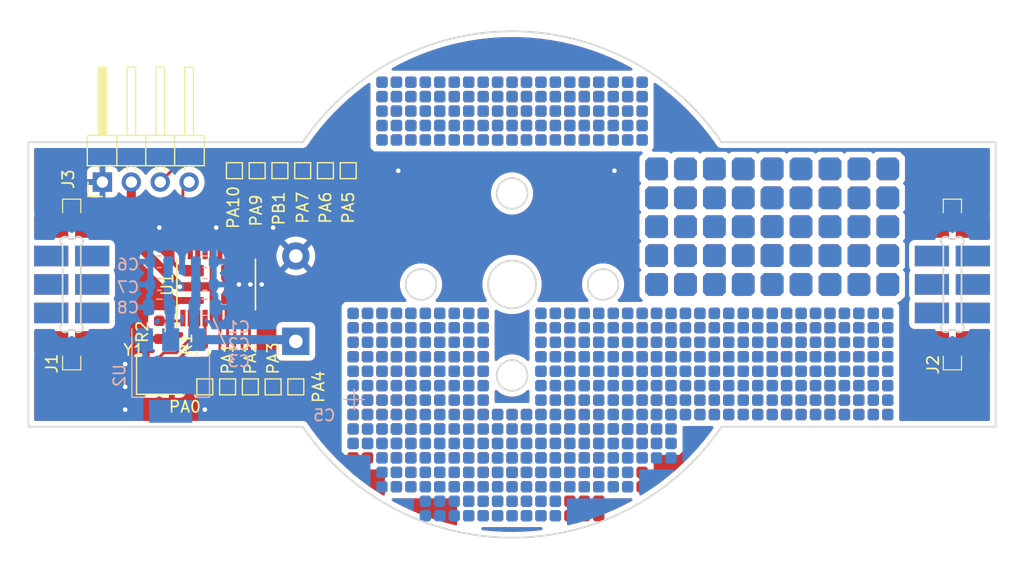
<source format=kicad_pcb>
(kicad_pcb (version 20201002) (generator pcbnew)

  (general
    (thickness 1.6)
  )

  (paper "A4")
  (layers
    (0 "F.Cu" signal)
    (31 "B.Cu" signal)
    (32 "B.Adhes" user "B.Adhesive")
    (33 "F.Adhes" user "F.Adhesive")
    (34 "B.Paste" user)
    (35 "F.Paste" user)
    (36 "B.SilkS" user "B.Silkscreen")
    (37 "F.SilkS" user "F.Silkscreen")
    (38 "B.Mask" user)
    (39 "F.Mask" user)
    (40 "Dwgs.User" user "User.Drawings")
    (41 "Cmts.User" user "User.Comments")
    (42 "Eco1.User" user "User.Eco1")
    (43 "Eco2.User" user "User.Eco2")
    (44 "Edge.Cuts" user)
    (45 "Margin" user)
    (46 "B.CrtYd" user "B.Courtyard")
    (47 "F.CrtYd" user "F.Courtyard")
    (48 "B.Fab" user)
    (49 "F.Fab" user)
  )

  (setup
    (stackup
      (layer "F.SilkS" (type "Top Silk Screen"))
      (layer "F.Paste" (type "Top Solder Paste"))
      (layer "F.Mask" (type "Top Solder Mask") (color "Green") (thickness 0.01))
      (layer "F.Cu" (type "copper") (thickness 0.035))
      (layer "dielectric 1" (type "core") (thickness 1.51) (material "FR4") (epsilon_r 4.5) (loss_tangent 0.02))
      (layer "B.Cu" (type "copper") (thickness 0.035))
      (layer "B.Mask" (type "Bottom Solder Mask") (color "Green") (thickness 0.01))
      (layer "B.Paste" (type "Bottom Solder Paste"))
      (layer "B.SilkS" (type "Bottom Silk Screen"))
      (copper_finish "None")
      (dielectric_constraints no)
    )
    (grid_origin 150 100)
    (pcbplotparams
      (layerselection 0x00010fc_ffffffff)
      (usegerberextensions false)
      (usegerberattributes true)
      (usegerberadvancedattributes true)
      (creategerberjobfile true)
      (svguseinch false)
      (svgprecision 6)
      (excludeedgelayer true)
      (linewidth 0.100000)
      (plotframeref false)
      (viasonmask false)
      (mode 1)
      (useauxorigin false)
      (hpglpennumber 1)
      (hpglpenspeed 20)
      (hpglpendiameter 15.000000)
      (psnegative false)
      (psa4output false)
      (plotreference true)
      (plotvalue true)
      (plotinvisibletext false)
      (sketchpadsonfab false)
      (subtractmaskfromsilk false)
      (outputformat 1)
      (mirror false)
      (drillshape 0)
      (scaleselection 1)
      (outputdirectory "gerber")
    )
  )


  (net 0 "")
  (net 1 "GND")
  (net 2 "+BATT")
  (net 3 "+3V3")
  (net 4 "Net-(J1-Pad1)")
  (net 5 "Net-(J1-Pad2)")
  (net 6 "Net-(J1-Pad3)")
  (net 7 "Net-(J1-Pad4)")
  (net 8 "Net-(J1-Pad5)")
  (net 9 "Net-(J1-Pad6)")
  (net 10 "Net-(J1-Pad7)")
  (net 11 "Net-(J1-Pad8)")
  (net 12 "Net-(J1-Pad9)")
  (net 13 "Net-(J1-Pad10)")
  (net 14 "Net-(J1-Pad11)")
  (net 15 "Net-(J1-Pad12)")
  (net 16 "Net-(J1-Pad13)")
  (net 17 "Net-(J1-Pad14)")
  (net 18 "Net-(J1-Pad15)")
  (net 19 "Net-(J1-Pad16)")
  (net 20 "Net-(J2-Pad1)")
  (net 21 "Net-(J2-Pad2)")
  (net 22 "Net-(J2-Pad3)")
  (net 23 "Net-(J2-Pad4)")
  (net 24 "Net-(J2-Pad5)")
  (net 25 "Net-(J2-Pad6)")
  (net 26 "Net-(J2-Pad7)")
  (net 27 "Net-(J2-Pad8)")
  (net 28 "Net-(J2-Pad9)")
  (net 29 "Net-(J2-Pad10)")
  (net 30 "Net-(J2-Pad11)")
  (net 31 "Net-(J2-Pad12)")
  (net 32 "Net-(J2-Pad13)")
  (net 33 "Net-(J2-Pad14)")
  (net 34 "Net-(J2-Pad15)")
  (net 35 "Net-(J2-Pad16)")
  (net 36 "/SWCLK")
  (net 37 "/SWDIO")
  (net 38 "Net-(R1-Pad2)")
  (net 39 "Net-(R2-Pad1)")
  (net 40 "Net-(U1-Pad3)")
  (net 41 "Net-(U1-Pad2)")
  (net 42 "Net-(TP1-Pad1)")
  (net 43 "Net-(TP2-Pad1)")
  (net 44 "Net-(TP3-Pad1)")
  (net 45 "Net-(TP4-Pad1)")
  (net 46 "Net-(TP5-Pad1)")
  (net 47 "Net-(TP6-Pad1)")
  (net 48 "Net-(TP7-Pad1)")
  (net 49 "Net-(TP8-Pad1)")
  (net 50 "Net-(TP9-Pad1)")
  (net 51 "Net-(TP10-Pad1)")
  (net 52 "Net-(TP12-Pad1)")

  (module "common_footprints:5x5_proto_array_1.27" (layer "F.Cu") (tedit 5F805F0D) (tstamp 04095744-7d57-432b-bcf0-35393f0701fc)
    (at 138.57 105.08)
    (attr through_hole)
    (fp_text reference "REF**" (at 0 -0.5 unlocked) (layer "F.SilkS") hide
      (effects (font (size 1 1) (thickness 0.15)))
      (tstamp 465fc4e4-e894-4d08-a232-58cb18ea3e7c)
    )
    (fp_text value "5x5_proto_array_1.27" (at 0 1 unlocked) (layer "F.Fab") hide
      (effects (font (size 1 1) (thickness 0.15)))
      (tstamp 5e5e9dd7-e4f2-4bdd-bf1f-d0a673d9e496)
    )
    (pad "0" smd roundrect (at -2.54 2.54) (size 1 1) (layers "F.Cu" "F.Mask") (roundrect_rratio 0.25)
      (chamfer_ratio 0.15) (chamfer top_left top_right bottom_left bottom_right) (tstamp 3bccf4f7-726b-48b3-bbff-8dd23957bc2b))
    (pad "0" smd roundrect (at -2.54 -1.27) (size 1 1) (layers "F.Cu" "F.Mask") (roundrect_rratio 0.25)
      (chamfer_ratio 0.15) (chamfer top_left top_right bottom_left bottom_right) (tstamp 69b5b389-a5aa-4578-a5b2-63effceabbf9))
    (pad "0" smd roundrect (at -2.54 1.27) (size 1 1) (layers "F.Cu" "F.Mask") (roundrect_rratio 0.25)
      (chamfer_ratio 0.15) (chamfer top_left top_right bottom_left bottom_right) (tstamp 87a326f6-0385-4562-b2a0-940339200454))
    (pad "0" smd roundrect (at -2.54 0) (size 1 1) (layers "F.Cu" "F.Mask") (roundrect_rratio 0.25)
      (chamfer_ratio 0.15) (chamfer top_left top_right bottom_left bottom_right) (tstamp c8126f86-fd7e-4cc4-b182-6def9c507204))
    (pad "0" smd roundrect (at -2.54 -2.54) (size 1 1) (layers "F.Cu" "F.Mask") (roundrect_rratio 0.25)
      (chamfer_ratio 0.15) (chamfer top_left top_right bottom_left bottom_right) (tstamp d753ffa2-01af-4086-9620-12e7c8942d3e))
    (pad "1" smd roundrect (at -1.27 -2.54) (size 1 1) (layers "F.Cu" "F.Mask") (roundrect_rratio 0.25)
      (chamfer_ratio 0.15) (chamfer top_left top_right bottom_left bottom_right) (tstamp 080accc0-5055-4af9-b2f6-75e7ab465389))
    (pad "1" smd roundrect (at -1.27 0) (size 1 1) (layers "F.Cu" "F.Mask") (roundrect_rratio 0.25)
      (chamfer_ratio 0.15) (chamfer top_left top_right bottom_left bottom_right) (tstamp 27cba642-bdea-4c9c-836d-bdae30e4ac59))
    (pad "1" smd roundrect (at -1.27 -1.27) (size 1 1) (layers "F.Cu" "F.Mask") (roundrect_rratio 0.25)
      (chamfer_ratio 0.15) (chamfer top_left top_right bottom_left bottom_right) (tstamp 76e18ff1-8903-4203-b234-e5a387dc6418))
    (pad "1" smd roundrect (at -1.27 1.27) (size 1 1) (layers "F.Cu" "F.Mask") (roundrect_rratio 0.25)
      (chamfer_ratio 0.15) (chamfer top_left top_right bottom_left bottom_right) (tstamp e401a9b7-f98b-4f14-8376-231bb3eb2504))
    (pad "1" smd roundrect (at -1.27 2.54) (size 1 1) (layers "F.Cu" "F.Mask") (roundrect_rratio 0.25)
      (chamfer_ratio 0.15) (chamfer top_left top_right bottom_left bottom_right) (tstamp f36fef84-4d47-4074-9df0-d607f6b84658))
    (pad "2" smd roundrect (at 0 1.27) (size 1 1) (layers "F.Cu" "F.Mask") (roundrect_rratio 0.25)
      (chamfer_ratio 0.15) (chamfer top_left top_right bottom_left bottom_right) (tstamp 0a35e668-db7d-4aa2-8c1d-4d688838bd2a))
    (pad "2" smd roundrect (at 0 0) (size 1 1) (layers "F.Cu" "F.Mask") (roundrect_rratio 0.25)
      (chamfer_ratio 0.15) (chamfer top_left top_right bottom_left bottom_right) (tstamp 37ab00ad-9520-40f3-a623-76ccf4a13af2))
    (pad "2" smd roundrect (at 0 2.54) (size 1 1) (layers "F.Cu" "F.Mask") (roundrect_rratio 0.25)
      (chamfer_ratio 0.15) (chamfer top_left top_right bottom_left bottom_right) (tstamp 3bb4a78e-b291-4927-8bf8-43d7014b4385))
    (pad "2" smd roundrect (at 0 -1.27) (size 1 1) (layers "F.Cu" "F.Mask") (roundrect_rratio 0.25)
      (chamfer_ratio 0.15) (chamfer top_left top_right bottom_left bottom_right) (tstamp c9b9a45f-6df4-42b0-a8e6-0b6ed648248d))
    (pad "2" smd roundrect (at 0 -2.54) (size 1 1) (layers "F.Cu" "F.Mask") (roundrect_rratio 0.25)
      (chamfer_ratio 0.15) (chamfer top_left top_right bottom_left bottom_right) (tstamp e8502c48-c31b-4020-9417-e5593cc15b5e))
    (pad "3" smd roundrect (at 1.27 1.27) (size 1 1) (layers "F.Cu" "F.Mask") (roundrect_rratio 0.25)
      (chamfer_ratio 0.15) (chamfer top_left top_right bottom_left bottom_right) (tstamp 38294272-26fb-4c1a-aa6e-ef7dae9dba82))
    (pad "3" smd roundrect (at 1.27 0) (size 1 1) (layers "F.Cu" "F.Mask") (roundrect_rratio 0.25)
      (chamfer_ratio 0.15) (chamfer top_left top_right bottom_left bottom_right) (tstamp 9a1ea1c0-31c5-42be-a3a2-38868302a406))
    (pad "3" smd roundrect (at 1.27 -1.27) (size 1 1) (layers "F.Cu" "F.Mask") (roundrect_rratio 0.25)
      (chamfer_ratio 0.15) (chamfer top_left top_right bottom_left bottom_right) (tstamp c07aad78-e713-4715-a14a-706910738610))
    (pad "3" smd roundrect (at 1.27 -2.54) (size 1 1) (layers "F.Cu" "F.Mask") (roundrect_rratio 0.25)
      (chamfer_ratio 0.15) (chamfer top_left top_right bottom_left bottom_right) (tstamp cef114ca-7e22-4d06-ab32-8bb93098860e))
    (pad "3" smd roundrect (at 1.27 2.54) (size 1 1) (layers "F.Cu" "F.Mask") (roundrect_rratio 0.25)
      (chamfer_ratio 0.15) (chamfer top_left top_right bottom_left bottom_right) (tstamp d3f1f730-b5a1-4870-9979-b29284fc74fd))
    (pad "4" smd roundrect (at 2.54 -1.27) (size 1 1) (layers "F.Cu" "F.Mask") (roundrect_rratio 0.25)
      (chamfer_ratio 0.15) (chamfer top_left top_right bottom_left bottom_right) (tstamp 2cae02c3-f493-48ec-b534-dd25771518f3))
    (pad "4" smd roundrect (at 2.54 -2.54) (size 1 1) (layers "F.Cu" "F.Mask") (roundrect_rratio 0.25)
      (chamfer_ratio 0.15) (chamfer top_left top_right bottom_left bottom_right) (tstamp 5812c39a-8186-4023-ae37-8d80c7fd270e))
    (pad "4" smd roundrect (at 2.54 0) (size 1 1) (layers "F.Cu" "F.Mask") (roundrect_rratio 0.25)
      (chamfer_ratio 0.15) (chamfer top_left top_right bottom_left bottom_right) (tstamp 67f2bfe9-0c90-46df-9ed4-754784994d83))
    (pad "4" smd roundrect (at 2.54 2.54) (size 1 1) (layers "F.Cu" "F.Mask") (roundrect_rratio 0.25)
      (chamfer_ratio 0.15) (chamfer top_left top_right bottom_left bottom_right) (tstamp 83a50bd5-d165-4dac-9a09-a1f74e30a9bf))
    (pad "4" smd roundrect (at 2.54 1.27) (size 1 1) (layers "F.Cu" "F.Mask") (roundrect_rratio 0.25)
      (chamfer_ratio 0.15) (chamfer top_left top_right bottom_left bottom_right) (tstamp 92a142a6-a8d9-4c86-ab25-78d91007915e))
  )

  (module "common_footprints:5x5_proto_array_1.27" (layer "F.Cu") (tedit 5F805F0D) (tstamp 0eae2798-81fa-4f6c-9ada-69a6aa7dbd72)
    (at 161.43 111.43)
    (attr through_hole)
    (fp_text reference "REF**" (at 0 -0.5 unlocked) (layer "F.SilkS") hide
      (effects (font (size 1 1) (thickness 0.15)))
      (tstamp f1ce7f22-3f73-4ef7-9158-7ec8e3d35246)
    )
    (fp_text value "5x5_proto_array_1.27" (at 0 1 unlocked) (layer "F.Fab") hide
      (effects (font (size 1 1) (thickness 0.15)))
      (tstamp 8a5f0ebd-7584-4959-8610-4eb29c1d8aa7)
    )
    (pad "0" smd roundrect (at -2.54 -2.54) (size 1 1) (layers "F.Cu" "F.Mask") (roundrect_rratio 0.25)
      (chamfer_ratio 0.15) (chamfer top_left top_right bottom_left bottom_right) (tstamp 0d2ce20b-f5cc-4445-b8e1-7e7605838c87))
    (pad "0" smd roundrect (at -2.54 -1.27) (size 1 1) (layers "F.Cu" "F.Mask") (roundrect_rratio 0.25)
      (chamfer_ratio 0.15) (chamfer top_left top_right bottom_left bottom_right) (tstamp 121987c6-dab8-40af-8761-4c102118b0d2))
    (pad "0" smd roundrect (at -2.54 2.54) (size 1 1) (layers "F.Cu" "F.Mask") (roundrect_rratio 0.25)
      (chamfer_ratio 0.15) (chamfer top_left top_right bottom_left bottom_right) (tstamp 8a9e5428-97c8-4a1e-aa57-3d6b66258f40))
    (pad "0" smd roundrect (at -2.54 1.27) (size 1 1) (layers "F.Cu" "F.Mask") (roundrect_rratio 0.25)
      (chamfer_ratio 0.15) (chamfer top_left top_right bottom_left bottom_right) (tstamp 94314b94-527f-489f-a222-22caee21236e))
    (pad "0" smd roundrect (at -2.54 0) (size 1 1) (layers "F.Cu" "F.Mask") (roundrect_rratio 0.25)
      (chamfer_ratio 0.15) (chamfer top_left top_right bottom_left bottom_right) (tstamp f18013e3-9da6-4152-a651-0605d3a89c76))
    (pad "1" smd roundrect (at -1.27 1.27) (size 1 1) (layers "F.Cu" "F.Mask") (roundrect_rratio 0.25)
      (chamfer_ratio 0.15) (chamfer top_left top_right bottom_left bottom_right) (tstamp 15ce360a-a08b-4456-81e9-c472fa962052))
    (pad "1" smd roundrect (at -1.27 -2.54) (size 1 1) (layers "F.Cu" "F.Mask") (roundrect_rratio 0.25)
      (chamfer_ratio 0.15) (chamfer top_left top_right bottom_left bottom_right) (tstamp 340fef15-92d2-4e13-95d3-5b93023afa47))
    (pad "1" smd roundrect (at -1.27 2.54) (size 1 1) (layers "F.Cu" "F.Mask") (roundrect_rratio 0.25)
      (chamfer_ratio 0.15) (chamfer top_left top_right bottom_left bottom_right) (tstamp 5e495682-8b80-4857-ae6d-b615c89ea871))
    (pad "1" smd roundrect (at -1.27 0) (size 1 1) (layers "F.Cu" "F.Mask") (roundrect_rratio 0.25)
      (chamfer_ratio 0.15) (chamfer top_left top_right bottom_left bottom_right) (tstamp 855a498b-3db8-441f-aadb-ffb24328f8a2))
    (pad "1" smd roundrect (at -1.27 -1.27) (size 1 1) (layers "F.Cu" "F.Mask") (roundrect_rratio 0.25)
      (chamfer_ratio 0.15) (chamfer top_left top_right bottom_left bottom_right) (tstamp ee6bbe5b-363d-430e-98ef-646b8dd990f3))
    (pad "2" smd roundrect (at 0 2.54) (size 1 1) (layers "F.Cu" "F.Mask") (roundrect_rratio 0.25)
      (chamfer_ratio 0.15) (chamfer top_left top_right bottom_left bottom_right) (tstamp 10358860-fd4a-4c60-b322-4d83e19aa29b))
    (pad "2" smd roundrect (at 0 -1.27) (size 1 1) (layers "F.Cu" "F.Mask") (roundrect_rratio 0.25)
      (chamfer_ratio 0.15) (chamfer top_left top_right bottom_left bottom_right) (tstamp 28a18e12-aeb0-44ba-8021-911697235ef0))
    (pad "2" smd roundrect (at 0 0) (size 1 1) (layers "F.Cu" "F.Mask") (roundrect_rratio 0.25)
      (chamfer_ratio 0.15) (chamfer top_left top_right bottom_left bottom_right) (tstamp 99f29afd-18de-40b3-8c58-70c9317e040d))
    (pad "2" smd roundrect (at 0 -2.54) (size 1 1) (layers "F.Cu" "F.Mask") (roundrect_rratio 0.25)
      (chamfer_ratio 0.15) (chamfer top_left top_right bottom_left bottom_right) (tstamp c9f7d294-6553-4744-b501-eade3f35644a))
    (pad "2" smd roundrect (at 0 1.27) (size 1 1) (layers "F.Cu" "F.Mask") (roundrect_rratio 0.25)
      (chamfer_ratio 0.15) (chamfer top_left top_right bottom_left bottom_right) (tstamp edd84c94-aae8-4fca-bfea-8a2073a51979))
    (pad "3" smd roundrect (at 1.27 0) (size 1 1) (layers "F.Cu" "F.Mask") (roundrect_rratio 0.25)
      (chamfer_ratio 0.15) (chamfer top_left top_right bottom_left bottom_right) (tstamp 37b39024-98f6-44f5-ab67-524e10e1d5fb))
    (pad "3" smd roundrect (at 1.27 1.27) (size 1 1) (layers "F.Cu" "F.Mask") (roundrect_rratio 0.25)
      (chamfer_ratio 0.15) (chamfer top_left top_right bottom_left bottom_right) (tstamp 499609c4-2e36-44cb-8a47-8667495e76d3))
    (pad "3" smd roundrect (at 1.27 2.54) (size 1 1) (layers "F.Cu" "F.Mask") (roundrect_rratio 0.25)
      (chamfer_ratio 0.15) (chamfer top_left top_right bottom_left bottom_right) (tstamp 56e549d8-2cf6-465e-8493-99be5dd47b53))
    (pad "3" smd roundrect (at 1.27 -1.27) (size 1 1) (layers "F.Cu" "F.Mask") (roundrect_rratio 0.25)
      (chamfer_ratio 0.15) (chamfer top_left top_right bottom_left bottom_right) (tstamp 5e15e4e6-2dcf-4a1e-9b60-a217f384b875))
    (pad "3" smd roundrect (at 1.27 -2.54) (size 1 1) (layers "F.Cu" "F.Mask") (roundrect_rratio 0.25)
      (chamfer_ratio 0.15) (chamfer top_left top_right bottom_left bottom_right) (tstamp 73098d94-c72c-4d18-829b-698508719b6b))
    (pad "4" smd roundrect (at 2.54 0) (size 1 1) (layers "F.Cu" "F.Mask") (roundrect_rratio 0.25)
      (chamfer_ratio 0.15) (chamfer top_left top_right bottom_left bottom_right) (tstamp 151facd3-7137-4649-b072-66a276dd9669))
    (pad "4" smd roundrect (at 2.54 2.54) (size 1 1) (layers "F.Cu" "F.Mask") (roundrect_rratio 0.25)
      (chamfer_ratio 0.15) (chamfer top_left top_right bottom_left bottom_right) (tstamp 799d3469-bb22-4ec9-b163-a84c06b0e1d4))
    (pad "4" smd roundrect (at 2.54 -2.54) (size 1 1) (layers "F.Cu" "F.Mask") (roundrect_rratio 0.25)
      (chamfer_ratio 0.15) (chamfer top_left top_right bottom_left bottom_right) (tstamp 9a856f7f-b71d-4f32-8abb-c56ec7a66918))
    (pad "4" smd roundrect (at 2.54 -1.27) (size 1 1) (layers "F.Cu" "F.Mask") (roundrect_rratio 0.25)
      (chamfer_ratio 0.15) (chamfer top_left top_right bottom_left bottom_right) (tstamp b834209a-f23b-4c37-9b9a-46dc084139aa))
    (pad "4" smd roundrect (at 2.54 1.27) (size 1 1) (layers "F.Cu" "F.Mask") (roundrect_rratio 0.25)
      (chamfer_ratio 0.15) (chamfer top_left top_right bottom_left bottom_right) (tstamp c5c27753-fe89-4d57-a5fc-79cbd977061f))
  )

  (module "common_footprints:5x5_proto_array_1.27" (layer "F.Cu") (tedit 5F805F0D) (tstamp 11315fcb-1890-4783-862e-e6be48557e50)
    (at 153.81 84.76)
    (attr through_hole)
    (fp_text reference "REF**" (at 0 -0.5 unlocked) (layer "F.SilkS") hide
      (effects (font (size 1 1) (thickness 0.15)))
      (tstamp cef69e52-3cef-4be8-b2a5-61184171d972)
    )
    (fp_text value "5x5_proto_array_1.27" (at 0 1 unlocked) (layer "F.Fab") hide
      (effects (font (size 1 1) (thickness 0.15)))
      (tstamp 6faf73cf-66fe-421a-88e2-c5795a0a07c6)
    )
    (pad "0" smd roundrect (at -2.54 2.54) (size 1 1) (layers "F.Cu" "F.Mask") (roundrect_rratio 0.25)
      (chamfer_ratio 0.15) (chamfer top_left top_right bottom_left bottom_right) (tstamp 49bcef25-5d95-4cad-ba54-94297f168b67))
    (pad "0" smd roundrect (at -2.54 -2.54) (size 1 1) (layers "F.Cu" "F.Mask") (roundrect_rratio 0.25)
      (chamfer_ratio 0.15) (chamfer top_left top_right bottom_left bottom_right) (tstamp 9819b2c8-4479-4fdc-a508-20a33bbb0dd4))
    (pad "0" smd roundrect (at -2.54 1.27) (size 1 1) (layers "F.Cu" "F.Mask") (roundrect_rratio 0.25)
      (chamfer_ratio 0.15) (chamfer top_left top_right bottom_left bottom_right) (tstamp b4ecf117-1452-4163-b5e6-a20ba42bd7b7))
    (pad "0" smd roundrect (at -2.54 0) (size 1 1) (layers "F.Cu" "F.Mask") (roundrect_rratio 0.25)
      (chamfer_ratio 0.15) (chamfer top_left top_right bottom_left bottom_right) (tstamp f39ea096-595b-4996-b9aa-77e8687e2d97))
    (pad "0" smd roundrect (at -2.54 -1.27) (size 1 1) (layers "F.Cu" "F.Mask") (roundrect_rratio 0.25)
      (chamfer_ratio 0.15) (chamfer top_left top_right bottom_left bottom_right) (tstamp fdcc8733-a0ed-4ce5-a918-977080764aca))
    (pad "1" smd roundrect (at -1.27 1.27) (size 1 1) (layers "F.Cu" "F.Mask") (roundrect_rratio 0.25)
      (chamfer_ratio 0.15) (chamfer top_left top_right bottom_left bottom_right) (tstamp 6703cd0d-efd3-400f-9968-5df2a5e049ff))
    (pad "1" smd roundrect (at -1.27 -2.54) (size 1 1) (layers "F.Cu" "F.Mask") (roundrect_rratio 0.25)
      (chamfer_ratio 0.15) (chamfer top_left top_right bottom_left bottom_right) (tstamp 8bdfe2fc-825e-4406-bd8c-15b601077d23))
    (pad "1" smd roundrect (at -1.27 2.54) (size 1 1) (layers "F.Cu" "F.Mask") (roundrect_rratio 0.25)
      (chamfer_ratio 0.15) (chamfer top_left top_right bottom_left bottom_right) (tstamp a93d9707-40b5-402c-943a-5a907cabcd23))
    (pad "1" smd roundrect (at -1.27 -1.27) (size 1 1) (layers "F.Cu" "F.Mask") (roundrect_rratio 0.25)
      (chamfer_ratio 0.15) (chamfer top_left top_right bottom_left bottom_right) (tstamp b44607ec-dcab-44aa-9abb-7e2146a4dadb))
    (pad "1" smd roundrect (at -1.27 0) (size 1 1) (layers "F.Cu" "F.Mask") (roundrect_rratio 0.25)
      (chamfer_ratio 0.15) (chamfer top_left top_right bottom_left bottom_right) (tstamp b4ea1dc1-6612-429f-9bdb-39294879102f))
    (pad "2" smd roundrect (at 0 1.27) (size 1 1) (layers "F.Cu" "F.Mask") (roundrect_rratio 0.25)
      (chamfer_ratio 0.15) (chamfer top_left top_right bottom_left bottom_right) (tstamp 1f7a46e2-1c12-47dc-a3d1-378872356931))
    (pad "2" smd roundrect (at 0 2.54) (size 1 1) (layers "F.Cu" "F.Mask") (roundrect_rratio 0.25)
      (chamfer_ratio 0.15) (chamfer top_left top_right bottom_left bottom_right) (tstamp 22b1964a-ab11-45ac-bedd-fabf1a112724))
    (pad "2" smd roundrect (at 0 -1.27) (size 1 1) (layers "F.Cu" "F.Mask") (roundrect_rratio 0.25)
      (chamfer_ratio 0.15) (chamfer top_left top_right bottom_left bottom_right) (tstamp 69094673-7acc-411d-9764-8e9f4339887f))
    (pad "2" smd roundrect (at 0 -2.54) (size 1 1) (layers "F.Cu" "F.Mask") (roundrect_rratio 0.25)
      (chamfer_ratio 0.15) (chamfer top_left top_right bottom_left bottom_right) (tstamp 78885b08-7b7c-4d7c-ac78-42c5f3810792))
    (pad "2" smd roundrect (at 0 0) (size 1 1) (layers "F.Cu" "F.Mask") (roundrect_rratio 0.25)
      (chamfer_ratio 0.15) (chamfer top_left top_right bottom_left bottom_right) (tstamp d89fbe1d-1b25-494e-a28c-d36ac8ba3481))
    (pad "3" smd roundrect (at 1.27 1.27) (size 1 1) (layers "F.Cu" "F.Mask") (roundrect_rratio 0.25)
      (chamfer_ratio 0.15) (chamfer top_left top_right bottom_left bottom_right) (tstamp 560fca55-7821-4d08-8db9-05d6f63fc873))
    (pad "3" smd roundrect (at 1.27 2.54) (size 1 1) (layers "F.Cu" "F.Mask") (roundrect_rratio 0.25)
      (chamfer_ratio 0.15) (chamfer top_left top_right bottom_left bottom_right) (tstamp 565f5e25-b64b-42ca-8d67-a760c0d6d01d))
    (pad "3" smd roundrect (at 1.27 -2.54) (size 1 1) (layers "F.Cu" "F.Mask") (roundrect_rratio 0.25)
      (chamfer_ratio 0.15) (chamfer top_left top_right bottom_left bottom_right) (tstamp d15688d5-35fc-46cf-907a-b620d45d8d78))
    (pad "3" smd roundrect (at 1.27 -1.27) (size 1 1) (layers "F.Cu" "F.Mask") (roundrect_rratio 0.25)
      (chamfer_ratio 0.15) (chamfer top_left top_right bottom_left bottom_right) (tstamp e8c25c52-a30a-48b3-9767-8a059b464c39))
    (pad "3" smd roundrect (at 1.27 0) (size 1 1) (layers "F.Cu" "F.Mask") (roundrect_rratio 0.25)
      (chamfer_ratio 0.15) (chamfer top_left top_right bottom_left bottom_right) (tstamp f5d7983b-acc3-4702-a95f-e4dec00d1e68))
    (pad "4" smd roundrect (at 2.54 0) (size 1 1) (layers "F.Cu" "F.Mask") (roundrect_rratio 0.25)
      (chamfer_ratio 0.15) (chamfer top_left top_right bottom_left bottom_right) (tstamp 16ec6ba6-cb0b-4583-bb63-81fc7048f1ce))
    (pad "4" smd roundrect (at 2.54 1.27) (size 1 1) (layers "F.Cu" "F.Mask") (roundrect_rratio 0.25)
      (chamfer_ratio 0.15) (chamfer top_left top_right bottom_left bottom_right) (tstamp 36069f3c-24c5-4dde-a2da-386820b1632a))
    (pad "4" smd roundrect (at 2.54 -1.27) (size 1 1) (layers "F.Cu" "F.Mask") (roundrect_rratio 0.25)
      (chamfer_ratio 0.15) (chamfer top_left top_right bottom_left bottom_right) (tstamp 3e874328-6c77-4927-8974-d25814d52c29))
    (pad "4" smd roundrect (at 2.54 2.54) (size 1 1) (layers "F.Cu" "F.Mask") (roundrect_rratio 0.25)
      (chamfer_ratio 0.15) (chamfer top_left top_right bottom_left bottom_right) (tstamp c5e2c3ee-5a6b-4d44-8ad0-d0a579be78ac))
    (pad "4" smd roundrect (at 2.54 -2.54) (size 1 1) (layers "F.Cu" "F.Mask") (roundrect_rratio 0.25)
      (chamfer_ratio 0.15) (chamfer top_left top_right bottom_left bottom_right) (tstamp f8a13342-a408-434a-96df-3f8351cbe5a9))
  )

  (module "common_footprints:5x5_proto_array_1.27" (layer "F.Cu") (tedit 5F805F0D) (tstamp 1809382f-a3f0-42f1-a012-31246196d112)
    (at 155.08 105.08)
    (attr through_hole)
    (fp_text reference "REF**" (at 0 -0.5 unlocked) (layer "F.SilkS") hide
      (effects (font (size 1 1) (thickness 0.15)))
      (tstamp 7268da30-4d40-4bc5-877c-f5b856b1a98b)
    )
    (fp_text value "5x5_proto_array_1.27" (at 0 1 unlocked) (layer "F.Fab") hide
      (effects (font (size 1 1) (thickness 0.15)))
      (tstamp 29e33941-5b5d-4b43-a512-6e46f87a5dc8)
    )
    (pad "0" smd roundrect (at -2.54 -1.27) (size 1 1) (layers "F.Cu" "F.Mask") (roundrect_rratio 0.25)
      (chamfer_ratio 0.15) (chamfer top_left top_right bottom_left bottom_right) (tstamp 0e078624-8762-4647-8f4c-c6074857a580))
    (pad "0" smd roundrect (at -2.54 0) (size 1 1) (layers "F.Cu" "F.Mask") (roundrect_rratio 0.25)
      (chamfer_ratio 0.15) (chamfer top_left top_right bottom_left bottom_right) (tstamp 7ffe228b-4f51-4fc2-807c-dfd116a430e5))
    (pad "0" smd roundrect (at -2.54 1.27) (size 1 1) (layers "F.Cu" "F.Mask") (roundrect_rratio 0.25)
      (chamfer_ratio 0.15) (chamfer top_left top_right bottom_left bottom_right) (tstamp b71df56d-6fd7-415c-9fe1-4fc81aeb6049))
    (pad "0" smd roundrect (at -2.54 2.54) (size 1 1) (layers "F.Cu" "F.Mask") (roundrect_rratio 0.25)
      (chamfer_ratio 0.15) (chamfer top_left top_right bottom_left bottom_right) (tstamp bf8883ad-4da0-4e61-aa4c-b8c31026fc85))
    (pad "0" smd roundrect (at -2.54 -2.54) (size 1 1) (layers "F.Cu" "F.Mask") (roundrect_rratio 0.25)
      (chamfer_ratio 0.15) (chamfer top_left top_right bottom_left bottom_right) (tstamp e933b108-5190-4989-833f-8ea8bd0f2534))
    (pad "1" smd roundrect (at -1.27 1.27) (size 1 1) (layers "F.Cu" "F.Mask") (roundrect_rratio 0.25)
      (chamfer_ratio 0.15) (chamfer top_left top_right bottom_left bottom_right) (tstamp 4bcbf3d0-7a6e-4d9f-ba0a-e04cbe818b9a))
    (pad "1" smd roundrect (at -1.27 0) (size 1 1) (layers "F.Cu" "F.Mask") (roundrect_rratio 0.25)
      (chamfer_ratio 0.15) (chamfer top_left top_right bottom_left bottom_right) (tstamp 54618d56-22b8-4376-a98a-ca9cd5be2972))
    (pad "1" smd roundrect (at -1.27 -1.27) (size 1 1) (layers "F.Cu" "F.Mask") (roundrect_rratio 0.25)
      (chamfer_ratio 0.15) (chamfer top_left top_right bottom_left bottom_right) (tstamp 5f983a78-0882-4426-9d90-248f93a0b6bd))
    (pad "1" smd roundrect (at -1.27 2.54) (size 1 1) (layers "F.Cu" "F.Mask") (roundrect_rratio 0.25)
      (chamfer_ratio 0.15) (chamfer top_left top_right bottom_left bottom_right) (tstamp a0cf5e12-afca-4e96-b651-739272af24dc))
    (pad "1" smd roundrect (at -1.27 -2.54) (size 1 1) (layers "F.Cu" "F.Mask") (roundrect_rratio 0.25)
      (chamfer_ratio 0.15) (chamfer top_left top_right bottom_left bottom_right) (tstamp e6bc2958-4d53-448e-b12e-989ec7c4dc20))
    (pad "2" smd roundrect (at 0 2.54) (size 1 1) (layers "F.Cu" "F.Mask") (roundrect_rratio 0.25)
      (chamfer_ratio 0.15) (chamfer top_left top_right bottom_left bottom_right) (tstamp 2a38a158-2b24-40bb-af10-488503b6659e))
    (pad "2" smd roundrect (at 0 -1.27) (size 1 1) (layers "F.Cu" "F.Mask") (roundrect_rratio 0.25)
      (chamfer_ratio 0.15) (chamfer top_left top_right bottom_left bottom_right) (tstamp 65ec042e-d505-45a1-80f9-bb509ea6db75))
    (pad "2" smd roundrect (at 0 -2.54) (size 1 1) (layers "F.Cu" "F.Mask") (roundrect_rratio 0.25)
      (chamfer_ratio 0.15) (chamfer top_left top_right bottom_left bottom_right) (tstamp 7ef2f831-46d4-4346-bce8-7e591ae901b4))
    (pad "2" smd roundrect (at 0 1.27) (size 1 1) (layers "F.Cu" "F.Mask") (roundrect_rratio 0.25)
      (chamfer_ratio 0.15) (chamfer top_left top_right bottom_left bottom_right) (tstamp c3b9eac2-7828-4cf6-b7fc-fc02d6eacb7e))
    (pad "2" smd roundrect (at 0 0) (size 1 1) (layers "F.Cu" "F.Mask") (roundrect_rratio 0.25)
      (chamfer_ratio 0.15) (chamfer top_left top_right bottom_left bottom_right) (tstamp d7c59807-a0cf-4f50-8700-e2aeeb284e78))
    (pad "3" smd roundrect (at 1.27 -2.54) (size 1 1) (layers "F.Cu" "F.Mask") (roundrect_rratio 0.25)
      (chamfer_ratio 0.15) (chamfer top_left top_right bottom_left bottom_right) (tstamp 4d038baa-ff4e-4629-8d90-43c95398139e))
    (pad "3" smd roundrect (at 1.27 1.27) (size 1 1) (layers "F.Cu" "F.Mask") (roundrect_rratio 0.25)
      (chamfer_ratio 0.15) (chamfer top_left top_right bottom_left bottom_right) (tstamp 5b07366d-d91d-412c-9ecd-213bc0b84e79))
    (pad "3" smd roundrect (at 1.27 -1.27) (size 1 1) (layers "F.Cu" "F.Mask") (roundrect_rratio 0.25)
      (chamfer_ratio 0.15) (chamfer top_left top_right bottom_left bottom_right) (tstamp cf308dff-7a33-45bb-9ce2-f7ef7223a0b7))
    (pad "3" smd roundrect (at 1.27 0) (size 1 1) (layers "F.Cu" "F.Mask") (roundrect_rratio 0.25)
      (chamfer_ratio 0.15) (chamfer top_left top_right bottom_left bottom_right) (tstamp f44c105a-f976-44be-98db-5a8a8ac02b9c))
    (pad "3" smd roundrect (at 1.27 2.54) (size 1 1) (layers "F.Cu" "F.Mask") (roundrect_rratio 0.25)
      (chamfer_ratio 0.15) (chamfer top_left top_right bottom_left bottom_right) (tstamp fbcebf25-d901-45b1-97ef-92cef55a08d8))
    (pad "4" smd roundrect (at 2.54 -1.27) (size 1 1) (layers "F.Cu" "F.Mask") (roundrect_rratio 0.25)
      (chamfer_ratio 0.15) (chamfer top_left top_right bottom_left bottom_right) (tstamp 3c544ecf-aa5c-490a-9aad-9d749e0fe4ca))
    (pad "4" smd roundrect (at 2.54 1.27) (size 1 1) (layers "F.Cu" "F.Mask") (roundrect_rratio 0.25)
      (chamfer_ratio 0.15) (chamfer top_left top_right bottom_left bottom_right) (tstamp 5d08ade6-c0b7-4a7f-a2dc-25fbb9de4e7a))
    (pad "4" smd roundrect (at 2.54 2.54) (size 1 1) (layers "F.Cu" "F.Mask") (roundrect_rratio 0.25)
      (chamfer_ratio 0.15) (chamfer top_left top_right bottom_left bottom_right) (tstamp 71989997-b93c-49df-963b-329300e43371))
    (pad "4" smd roundrect (at 2.54 0) (size 1 1) (layers "F.Cu" "F.Mask") (roundrect_rratio 0.25)
      (chamfer_ratio 0.15) (chamfer top_left top_right bottom_left bottom_right) (tstamp ac428b73-1478-446d-9eb2-c368c43ee0e8))
    (pad "4" smd roundrect (at 2.54 -2.54) (size 1 1) (layers "F.Cu" "F.Mask") (roundrect_rratio 0.25)
      (chamfer_ratio 0.15) (chamfer top_left top_right bottom_left bottom_right) (tstamp eaab0c44-44a5-4df6-92f5-a264de464632))
  )

  (module "common_footprints:5x5_proto_array_1.27" (layer "F.Cu") (tedit 5F805F0D) (tstamp 1e354da6-7ce2-4532-9680-62ecedb78aa3)
    (at 141.11 84.76)
    (attr through_hole)
    (fp_text reference "REF**" (at 0 -0.5 unlocked) (layer "F.SilkS") hide
      (effects (font (size 1 1) (thickness 0.15)))
      (tstamp 076b8e67-50bb-4ab8-b0ea-647a00afea7d)
    )
    (fp_text value "5x5_proto_array_1.27" (at 0 1 unlocked) (layer "F.Fab") hide
      (effects (font (size 1 1) (thickness 0.15)))
      (tstamp 2858adaa-3a90-47a0-8661-a7f06b019aaf)
    )
    (pad "0" smd roundrect (at -2.54 -2.54) (size 1 1) (layers "F.Cu" "F.Mask") (roundrect_rratio 0.25)
      (chamfer_ratio 0.15) (chamfer top_left top_right bottom_left bottom_right) (tstamp 4cf34fbd-27b6-4f71-9217-cbaefab569e4))
    (pad "0" smd roundrect (at -2.54 -1.27) (size 1 1) (layers "F.Cu" "F.Mask") (roundrect_rratio 0.25)
      (chamfer_ratio 0.15) (chamfer top_left top_right bottom_left bottom_right) (tstamp 6461cad2-c7f7-47af-a0c5-9a1a7eec4d09))
    (pad "0" smd roundrect (at -2.54 1.27) (size 1 1) (layers "F.Cu" "F.Mask") (roundrect_rratio 0.25)
      (chamfer_ratio 0.15) (chamfer top_left top_right bottom_left bottom_right) (tstamp 780aa0b8-a172-4870-ae41-c927c2608e32))
    (pad "0" smd roundrect (at -2.54 0) (size 1 1) (layers "F.Cu" "F.Mask") (roundrect_rratio 0.25)
      (chamfer_ratio 0.15) (chamfer top_left top_right bottom_left bottom_right) (tstamp a6cd9dfc-b574-4c3d-9b33-f6e37fad2aab))
    (pad "0" smd roundrect (at -2.54 2.54) (size 1 1) (layers "F.Cu" "F.Mask") (roundrect_rratio 0.25)
      (chamfer_ratio 0.15) (chamfer top_left top_right bottom_left bottom_right) (tstamp de9d4059-3398-4f8f-a45e-855ef4f303ac))
    (pad "1" smd roundrect (at -1.27 0) (size 1 1) (layers "F.Cu" "F.Mask") (roundrect_rratio 0.25)
      (chamfer_ratio 0.15) (chamfer top_left top_right bottom_left bottom_right) (tstamp 0d219372-fd3e-4558-9c27-1b763e7b0d17))
    (pad "1" smd roundrect (at -1.27 2.54) (size 1 1) (layers "F.Cu" "F.Mask") (roundrect_rratio 0.25)
      (chamfer_ratio 0.15) (chamfer top_left top_right bottom_left bottom_right) (tstamp 367a6bd0-9e44-4dcb-8d4c-43da1e3fb40b))
    (pad "1" smd roundrect (at -1.27 1.27) (size 1 1) (layers "F.Cu" "F.Mask") (roundrect_rratio 0.25)
      (chamfer_ratio 0.15) (chamfer top_left top_right bottom_left bottom_right) (tstamp 56d2b3ff-4aea-4318-a0a4-e3ed6b72a362))
    (pad "1" smd roundrect (at -1.27 -2.54) (size 1 1) (layers "F.Cu" "F.Mask") (roundrect_rratio 0.25)
      (chamfer_ratio 0.15) (chamfer top_left top_right bottom_left bottom_right) (tstamp 9c81eba7-0402-42b0-aa88-e4217c77b977))
    (pad "1" smd roundrect (at -1.27 -1.27) (size 1 1) (layers "F.Cu" "F.Mask") (roundrect_rratio 0.25)
      (chamfer_ratio 0.15) (chamfer top_left top_right bottom_left bottom_right) (tstamp aaf5daaf-afd7-4c03-b627-cc36276bb036))
    (pad "2" smd roundrect (at 0 -1.27) (size 1 1) (layers "F.Cu" "F.Mask") (roundrect_rratio 0.25)
      (chamfer_ratio 0.15) (chamfer top_left top_right bottom_left bottom_right) (tstamp 0a2ee0a3-d2bf-42a2-8872-c6a5d7730909))
    (pad "2" smd roundrect (at 0 -2.54) (size 1 1) (layers "F.Cu" "F.Mask") (roundrect_rratio 0.25)
      (chamfer_ratio 0.15) (chamfer top_left top_right bottom_left bottom_right) (tstamp 4e714ee4-09b6-4271-8757-b45b48a02b13))
    (pad "2" smd roundrect (at 0 1.27) (size 1 1) (layers "F.Cu" "F.Mask") (roundrect_rratio 0.25)
      (chamfer_ratio 0.15) (chamfer top_left top_right bottom_left bottom_right) (tstamp c8338b56-8816-4b79-94d1-b922a073819d))
    (pad "2" smd roundrect (at 0 0) (size 1 1) (layers "F.Cu" "F.Mask") (roundrect_rratio 0.25)
      (chamfer_ratio 0.15) (chamfer top_left top_right bottom_left bottom_right) (tstamp dc9b6a6d-cd5a-4b60-8504-a6bf3c1cb6cd))
    (pad "2" smd roundrect (at 0 2.54) (size 1 1) (layers "F.Cu" "F.Mask") (roundrect_rratio 0.25)
      (chamfer_ratio 0.15) (chamfer top_left top_right bottom_left bottom_right) (tstamp f6e7f4d2-f5b9-4032-b826-80740b2986e5))
    (pad "3" smd roundrect (at 1.27 2.54) (size 1 1) (layers "F.Cu" "F.Mask") (roundrect_rratio 0.25)
      (chamfer_ratio 0.15) (chamfer top_left top_right bottom_left bottom_right) (tstamp 2c904cef-0e24-47ab-879f-b72654871de0))
    (pad "3" smd roundrect (at 1.27 -1.27) (size 1 1) (layers "F.Cu" "F.Mask") (roundrect_rratio 0.25)
      (chamfer_ratio 0.15) (chamfer top_left top_right bottom_left bottom_right) (tstamp 4d91f526-35a5-45ee-95b3-2c1974bb0372))
    (pad "3" smd roundrect (at 1.27 -2.54) (size 1 1) (layers "F.Cu" "F.Mask") (roundrect_rratio 0.25)
      (chamfer_ratio 0.15) (chamfer top_left top_right bottom_left bottom_right) (tstamp 56c2c057-7a22-4145-a759-d6ad4694609a))
    (pad "3" smd roundrect (at 1.27 1.27) (size 1 1) (layers "F.Cu" "F.Mask") (roundrect_rratio 0.25)
      (chamfer_ratio 0.15) (chamfer top_left top_right bottom_left bottom_right) (tstamp 707b21ce-7255-434e-b9eb-acddcbefc5a1))
    (pad "3" smd roundrect (at 1.27 0) (size 1 1) (layers "F.Cu" "F.Mask") (roundrect_rratio 0.25)
      (chamfer_ratio 0.15) (chamfer top_left top_right bottom_left bottom_right) (tstamp d31edb0c-4380-491f-ba5c-fd09fdd978ac))
    (pad "4" smd roundrect (at 2.54 1.27) (size 1 1) (layers "F.Cu" "F.Mask") (roundrect_rratio 0.25)
      (chamfer_ratio 0.15) (chamfer top_left top_right bottom_left bottom_right) (tstamp 59fc0931-287d-447f-bb9a-ec62dabcc03b))
    (pad "4" smd roundrect (at 2.54 -2.54) (size 1 1) (layers "F.Cu" "F.Mask") (roundrect_rratio 0.25)
      (chamfer_ratio 0.15) (chamfer top_left top_right bottom_left bottom_right) (tstamp 7f7caf67-dcd7-47c2-89e0-417dc92c1751))
    (pad "4" smd roundrect (at 2.54 2.54) (size 1 1) (layers "F.Cu" "F.Mask") (roundrect_rratio 0.25)
      (chamfer_ratio 0.15) (chamfer top_left top_right bottom_left bottom_right) (tstamp c46e1bbe-2b8e-4e9f-b890-56ceb1af9810))
    (pad "4" smd roundrect (at 2.54 -1.27) (size 1 1) (layers "F.Cu" "F.Mask") (roundrect_rratio 0.25)
      (chamfer_ratio 0.15) (chamfer top_left top_right bottom_left bottom_right) (tstamp dd938c51-fe20-4296-81f8-23ecb7e0fb61))
    (pad "4" smd roundrect (at 2.54 0) (size 1 1) (layers "F.Cu" "F.Mask") (roundrect_rratio 0.25)
      (chamfer_ratio 0.15) (chamfer top_left top_right bottom_left bottom_right) (tstamp fa8dfb65-a545-46d1-965d-e8208f848ed3))
  )

  (module "TestPoint:TestPoint_Pad_1.0x1.0mm" (layer "F.Cu") (tedit 5A0F774F) (tstamp 1fc42f9b-be38-4f48-b4df-e31238b4c973)
    (at 123 109)
    (descr "SMD rectangular pad as test Point, square 1.0mm side length")
    (tags "test point SMD pad rectangle square")
    (property "Sheet file" "/home/user/research/rotohsm/prototype/mech_pcbs/stator_base_pcb/stator_base_pcb.kicad_sch")
    (property "Sheet name" "")
    (path "/9245824f-cf4a-411c-afca-1cc43683d3a5")
    (attr exclude_from_pos_files)
    (fp_text reference "TP1" (at 0 -1.448) (layer "F.SilkS") hide
      (effects (font (size 1 1) (thickness 0.15)))
      (tstamp 15539855-e9fc-43bb-b3e5-07331bfece6e)
    )
    (fp_text value "PA0" (at -1.75 1.75) (layer "F.SilkS")
      (effects (font (size 1 1) (thickness 0.15)))
      (tstamp 568e7f98-39c8-4fa5-a11b-3fdf2e71f591)
    )
    (fp_text user "${REFERENCE}" (at 0 -1.45) (layer "F.Fab")
      (effects (font (size 1 1) (thickness 0.15)))
      (tstamp 3be9e27f-fb20-4abb-8a40-0cd4a1765501)
    )
    (fp_line (start 0.7 -0.7) (end 0.7 0.7) (layer "F.SilkS") (width 0.12) (tstamp 3f1dcce2-4957-46b5-bc34-b710db7ab9ab))
    (fp_line (start -0.7 -0.7) (end 0.7 -0.7) (layer "F.SilkS") (width 0.12) (tstamp 6e64561c-948e-4cd2-ba0e-bea3216268f4))
    (fp_line (start 0.7 0.7) (end -0.7 0.7) (layer "F.SilkS") (width 0.12) (tstamp 90f5e45e-d2db-4224-992c-df60c555ac1e))
    (fp_line (start -0.7 0.7) (end -0.7 -0.7) (layer "F.SilkS") (width 0.12) (tstamp f5677a27-935c-4514-86d4-a1f29122380e))
    (fp_line (start 1 1) (end 1 -1) (layer "F.CrtYd") (width 0.05) (tstamp 4f17ae2a-7053-4df1-8000-eeef290eca02))
    (fp_line (start -1 -1) (end 1 -1) (layer "F.CrtYd") (width 0.05) (tstamp 5f8ed67b-2381-45ad-9422-3b46948d9c18))
    (fp_line (start -1 -1) (end -1 1) (layer "F.CrtYd") (width 0.05) (tstamp 8395d8c2-28bb-405b-b37f-fbe3afeaf74f))
    (fp_line (start 1 1) (end -1 1) (layer "F.CrtYd") (width 0.05) (tstamp 95c85a77-6ba3-480e-94ca-9dda90a63fdf))
    (pad "1" smd rect (at 0 0) (size 1 1) (layers "F.Cu" "F.Mask")
      (net 42 "Net-(TP1-Pad1)") (pinfunction "1") (tstamp 28dc0208-6023-4d33-8d1c-1f35232b625b))
  )

  (module "common_footprints:5x5_proto_array_1.27" (layer "F.Cu") (tedit 5F805F0D) (tstamp 2db39100-950e-46f4-b3a9-41f2db100f8d)
    (at 142.38 115.24)
    (attr through_hole)
    (fp_text reference "REF**" (at 0 -0.5 unlocked) (layer "F.SilkS") hide
      (effects (font (size 1 1) (thickness 0.15)))
      (tstamp 449a8c6f-3d19-437d-92e2-f894ef898e8d)
    )
    (fp_text value "5x5_proto_array_1.27" (at 0 1 unlocked) (layer "F.Fab") hide
      (effects (font (size 1 1) (thickness 0.15)))
      (tstamp 64576b78-a4ed-49f1-a52e-04792fc3fc3d)
    )
    (pad "0" smd roundrect (at -2.54 1.27) (size 1 1) (layers "F.Cu" "F.Mask") (roundrect_rratio 0.25)
      (chamfer_ratio 0.15) (chamfer top_left top_right bottom_left bottom_right) (tstamp 05dc8f8a-2bef-43bd-b257-7c508ca7affd))
    (pad "0" smd roundrect (at -2.54 2.54) (size 1 1) (layers "F.Cu" "F.Mask") (roundrect_rratio 0.25)
      (chamfer_ratio 0.15) (chamfer top_left top_right bottom_left bottom_right) (tstamp 8a82bf90-e6a8-4137-b0ae-8d628adda4da))
    (pad "0" smd roundrect (at -2.54 0) (size 1 1) (layers "F.Cu" "F.Mask") (roundrect_rratio 0.25)
      (chamfer_ratio 0.15) (chamfer top_left top_right bottom_left bottom_right) (tstamp 9e2fc6c1-1bc9-42f6-8556-f8274e5de233))
    (pad "0" smd roundrect (at -2.54 -1.27) (size 1 1) (layers "F.Cu" "F.Mask") (roundrect_rratio 0.25)
      (chamfer_ratio 0.15) (chamfer top_left top_right bottom_left bottom_right) (tstamp a79ac8c2-1b26-4deb-8fee-86f2da183770))
    (pad "0" smd roundrect (at -2.54 -2.54) (size 1 1) (layers "F.Cu" "F.Mask") (roundrect_rratio 0.25)
      (chamfer_ratio 0.15) (chamfer top_left top_right bottom_left bottom_right) (tstamp e8e2d308-a3a5-4188-8229-40930418bcfa))
    (pad "1" smd roundrect (at -1.27 -2.54) (size 1 1) (layers "F.Cu" "F.Mask") (roundrect_rratio 0.25)
      (chamfer_ratio 0.15) (chamfer top_left top_right bottom_left bottom_right) (tstamp 3f8b3268-13e0-49fb-b013-db246865310e))
    (pad "1" smd roundrect (at -1.27 -1.27) (size 1 1) (layers "F.Cu" "F.Mask") (roundrect_rratio 0.25)
      (chamfer_ratio 0.15) (chamfer top_left top_right bottom_left bottom_right) (tstamp 62fb37a4-e9a0-487a-a9b6-dbd02703b677))
    (pad "1" smd roundrect (at -1.27 2.54) (size 1 1) (layers "F.Cu" "F.Mask") (roundrect_rratio 0.25)
      (chamfer_ratio 0.15) (chamfer top_left top_right bottom_left bottom_right) (tstamp 9d741a92-f604-4cfc-8e7b-b14997eb2969))
    (pad "1" smd roundrect (at -1.27 1.27) (size 1 1) (layers "F.Cu" "F.Mask") (roundrect_rratio 0.25)
      (chamfer_ratio 0.15) (chamfer top_left top_right bottom_left bottom_right) (tstamp ccc98d6a-5488-4dd1-b9b8-e0bdceb2dcf9))
    (pad "1" smd roundrect (at -1.27 0) (size 1 1) (layers "F.Cu" "F.Mask") (roundrect_rratio 0.25)
      (chamfer_ratio 0.15) (chamfer top_left top_right bottom_left bottom_right) (tstamp fdc68f4c-3825-45be-8944-85ed46811b6d))
    (pad "2" smd roundrect (at 0 -1.27) (size 1 1) (layers "F.Cu" "F.Mask") (roundrect_rratio 0.25)
      (chamfer_ratio 0.15) (chamfer top_left top_right bottom_left bottom_right) (tstamp 1343f7af-f125-4c45-bc23-a77367e1c958))
    (pad "2" smd roundrect (at 0 0) (size 1 1) (layers "F.Cu" "F.Mask") (roundrect_rratio 0.25)
      (chamfer_ratio 0.15) (chamfer top_left top_right bottom_left bottom_right) (tstamp 330db589-3baa-4ce3-a8de-e7e5230323bc))
    (pad "2" smd roundrect (at 0 1.27) (size 1 1) (layers "F.Cu" "F.Mask") (roundrect_rratio 0.25)
      (chamfer_ratio 0.15) (chamfer top_left top_right bottom_left bottom_right) (tstamp 94b0963f-be95-4199-ba3f-ce6a509bd835))
    (pad "2" smd roundrect (at 0 -2.54) (size 1 1) (layers "F.Cu" "F.Mask") (roundrect_rratio 0.25)
      (chamfer_ratio 0.15) (chamfer top_left top_right bottom_left bottom_right) (tstamp b8fd58ad-3a3f-4575-a579-8e04afd8683f))
    (pad "2" smd roundrect (at 0 2.54) (size 1 1) (layers "F.Cu" "F.Mask") (roundrect_rratio 0.25)
      (chamfer_ratio 0.15) (chamfer top_left top_right bottom_left bottom_right) (tstamp bb80b5da-3edf-4805-943c-fa78e47a4d79))
    (pad "3" smd roundrect (at 1.27 1.27) (size 1 1) (layers "F.Cu" "F.Mask") (roundrect_rratio 0.25)
      (chamfer_ratio 0.15) (chamfer top_left top_right bottom_left bottom_right) (tstamp 42c288f7-f899-492c-be58-6933fa56f900))
    (pad "3" smd roundrect (at 1.27 2.54) (size 1 1) (layers "F.Cu" "F.Mask") (roundrect_rratio 0.25)
      (chamfer_ratio 0.15) (chamfer top_left top_right bottom_left bottom_right) (tstamp 64d6e66d-6bc2-4e87-ab26-b1b79e19a106))
    (pad "3" smd roundrect (at 1.27 0) (size 1 1) (layers "F.Cu" "F.Mask") (roundrect_rratio 0.25)
      (chamfer_ratio 0.15) (chamfer top_left top_right bottom_left bottom_right) (tstamp 6f1b55c2-198b-4d74-9c66-c71787cb6239))
    (pad "3" smd roundrect (at 1.27 -2.54) (size 1 1) (layers "F.Cu" "F.Mask") (roundrect_rratio 0.25)
      (chamfer_ratio 0.15) (chamfer top_left top_right bottom_left bottom_right) (tstamp afb92e83-f181-4101-8715-bb58df1ee0fe))
    (pad "3" smd roundrect (at 1.27 -1.27) (size 1 1) (layers "F.Cu" "F.Mask") (roundrect_rratio 0.25)
      (chamfer_ratio 0.15) (chamfer top_left top_right bottom_left bottom_right) (tstamp bb376b5b-2e3e-43b2-be1a-f485087cb91b))
    (pad "4" smd roundrect (at 2.54 -1.27) (size 1 1) (layers "F.Cu" "F.Mask") (roundrect_rratio 0.25)
      (chamfer_ratio 0.15) (chamfer top_left top_right bottom_left bottom_right) (tstamp 109f3840-324b-4af6-8523-0a1212a8c6d4))
    (pad "4" smd roundrect (at 2.54 2.54) (size 1 1) (layers "F.Cu" "F.Mask") (roundrect_rratio 0.25)
      (chamfer_ratio 0.15) (chamfer top_left top_right bottom_left bottom_right) (tstamp 3d5a0cb7-95a0-49ed-ba74-6ea19f9170ac))
    (pad "4" smd roundrect (at 2.54 1.27) (size 1 1) (layers "F.Cu" "F.Mask") (roundrect_rratio 0.25)
      (chamfer_ratio 0.15) (chamfer top_left top_right bottom_left bottom_right) (tstamp 653975ec-07e4-4d09-855f-e722fc7b981d))
    (pad "4" smd roundrect (at 2.54 0) (size 1 1) (layers "F.Cu" "F.Mask") (roundrect_rratio 0.25)
      (chamfer_ratio 0.15) (chamfer top_left top_right bottom_left bottom_right) (tstamp f3d603f3-83f3-4569-be2c-0b399038fa59))
    (pad "4" smd roundrect (at 2.54 -2.54) (size 1 1) (layers "F.Cu" "F.Mask") (roundrect_rratio 0.25)
      (chamfer_ratio 0.15) (chamfer top_left top_right bottom_left bottom_right) (tstamp f58dc4d4-043e-4252-b057-ec4375a86ad5))
  )

  (module "common_footprints:5x5_proto_array_1.27" (layer "F.Cu") (tedit 5F805F0D) (tstamp 322cd606-e260-46fe-b6a4-c80c9b21a1e9)
    (at 158.89 84.76)
    (attr through_hole)
    (fp_text reference "REF**" (at 0 -0.5 unlocked) (layer "F.SilkS") hide
      (effects (font (size 1 1) (thickness 0.15)))
      (tstamp 230a7f20-25e2-4b86-8150-0b73ef0d7724)
    )
    (fp_text value "5x5_proto_array_1.27" (at 0 1 unlocked) (layer "F.Fab") hide
      (effects (font (size 1 1) (thickness 0.15)))
      (tstamp a410d9cf-a605-4c57-b127-652da3398461)
    )
    (pad "0" smd roundrect (at -2.54 1.27) (size 1 1) (layers "F.Cu" "F.Mask") (roundrect_rratio 0.25)
      (chamfer_ratio 0.15) (chamfer top_left top_right bottom_left bottom_right) (tstamp 20851679-f2c1-4666-af63-1d2b30ff4eab))
    (pad "0" smd roundrect (at -2.54 -1.27) (size 1 1) (layers "F.Cu" "F.Mask") (roundrect_rratio 0.25)
      (chamfer_ratio 0.15) (chamfer top_left top_right bottom_left bottom_right) (tstamp 4d95dad7-fba9-4ae0-9b52-fc8f19677c91))
    (pad "0" smd roundrect (at -2.54 0) (size 1 1) (layers "F.Cu" "F.Mask") (roundrect_rratio 0.25)
      (chamfer_ratio 0.15) (chamfer top_left top_right bottom_left bottom_right) (tstamp 7c37ac49-3f38-47a4-8a99-96aa258a3585))
    (pad "0" smd roundrect (at -2.54 2.54) (size 1 1) (layers "F.Cu" "F.Mask") (roundrect_rratio 0.25)
      (chamfer_ratio 0.15) (chamfer top_left top_right bottom_left bottom_right) (tstamp 96282fa4-0b1e-4b71-8967-c987a430be64))
    (pad "0" smd roundrect (at -2.54 -2.54) (size 1 1) (layers "F.Cu" "F.Mask") (roundrect_rratio 0.25)
      (chamfer_ratio 0.15) (chamfer top_left top_right bottom_left bottom_right) (tstamp cf6b4db1-80b1-4834-bc9b-7fee5add1b21))
    (pad "1" smd roundrect (at -1.27 1.27) (size 1 1) (layers "F.Cu" "F.Mask") (roundrect_rratio 0.25)
      (chamfer_ratio 0.15) (chamfer top_left top_right bottom_left bottom_right) (tstamp 2479a404-83ab-4e53-83c0-c6b4703ed890))
    (pad "1" smd roundrect (at -1.27 2.54) (size 1 1) (layers "F.Cu" "F.Mask") (roundrect_rratio 0.25)
      (chamfer_ratio 0.15) (chamfer top_left top_right bottom_left bottom_right) (tstamp 5f6b8232-49ad-4ca2-8657-ef6b4e9656e6))
    (pad "1" smd roundrect (at -1.27 -1.27) (size 1 1) (layers "F.Cu" "F.Mask") (roundrect_rratio 0.25)
      (chamfer_ratio 0.15) (chamfer top_left top_right bottom_left bottom_right) (tstamp 635c9d40-ef84-4947-a643-293ef92a463d))
    (pad "1" smd roundrect (at -1.27 0) (size 1 1) (layers "F.Cu" "F.Mask") (roundrect_rratio 0.25)
      (chamfer_ratio 0.15) (chamfer top_left top_right bottom_left bottom_right) (tstamp d13ddd34-1958-4526-adb3-c81aa8c060a7))
    (pad "1" smd roundrect (at -1.27 -2.54) (size 1 1) (layers "F.Cu" "F.Mask") (roundrect_rratio 0.25)
      (chamfer_ratio 0.15) (chamfer top_left top_right bottom_left bottom_right) (tstamp f5840a81-0236-43bf-bb76-587a7e8050f7))
    (pad "2" smd roundrect (at 0 -1.27) (size 1 1) (layers "F.Cu" "F.Mask") (roundrect_rratio 0.25)
      (chamfer_ratio 0.15) (chamfer top_left top_right bottom_left bottom_right) (tstamp 0078dd0c-f16f-4338-bfff-d30f19c76b8b))
    (pad "2" smd roundrect (at 0 0) (size 1 1) (layers "F.Cu" "F.Mask") (roundrect_rratio 0.25)
      (chamfer_ratio 0.15) (chamfer top_left top_right bottom_left bottom_right) (tstamp 5c7465b9-40c1-41d1-b105-4b9e75276fd1))
    (pad "2" smd roundrect (at 0 1.27) (size 1 1) (layers "F.Cu" "F.Mask") (roundrect_rratio 0.25)
      (chamfer_ratio 0.15) (chamfer top_left top_right bottom_left bottom_right) (tstamp 7df28f5d-6957-4c88-b80b-2b162b6d29ee))
    (pad "2" smd roundrect (at 0 2.54) (size 1 1) (layers "F.Cu" "F.Mask") (roundrect_rratio 0.25)
      (chamfer_ratio 0.15) (chamfer top_left top_right bottom_left bottom_right) (tstamp c4301227-c134-436f-8a14-f7dd504bf0f7))
    (pad "2" smd roundrect (at 0 -2.54) (size 1 1) (layers "F.Cu" "F.Mask") (roundrect_rratio 0.25)
      (chamfer_ratio 0.15) (chamfer top_left top_right bottom_left bottom_right) (tstamp fd32ff3e-d095-47be-9132-237804bb7616))
    (pad "3" smd roundrect (at 1.27 -1.27) (size 1 1) (layers "F.Cu" "F.Mask") (roundrect_rratio 0.25)
      (chamfer_ratio 0.15) (chamfer top_left top_right bottom_left bottom_right) (tstamp 4b4101af-dfb9-4531-8b0f-c2899482699e))
    (pad "3" smd roundrect (at 1.27 -2.54) (size 1 1) (layers "F.Cu" "F.Mask") (roundrect_rratio 0.25)
      (chamfer_ratio 0.15) (chamfer top_left top_right bottom_left bottom_right) (tstamp 60f42276-bda1-4a06-a400-b11200a9b3e0))
    (pad "3" smd roundrect (at 1.27 1.27) (size 1 1) (layers "F.Cu" "F.Mask") (roundrect_rratio 0.25)
      (chamfer_ratio 0.15) (chamfer top_left top_right bottom_left bottom_right) (tstamp 79ac4cc6-25a2-4648-8285-18217dc854e1))
    (pad "3" smd roundrect (at 1.27 0) (size 1 1) (layers "F.Cu" "F.Mask") (roundrect_rratio 0.25)
      (chamfer_ratio 0.15) (chamfer top_left top_right bottom_left bottom_right) (tstamp a5913684-442a-4b4b-b419-752fe71d6522))
    (pad "3" smd roundrect (at 1.27 2.54) (size 1 1) (layers "F.Cu" "F.Mask") (roundrect_rratio 0.25)
      (chamfer_ratio 0.15) (chamfer top_left top_right bottom_left bottom_right) (tstamp d7890232-f01f-45ce-8675-7ba80d59f7f2))
    (pad "4" smd roundrect (at 2.54 -1.27) (size 1 1) (layers "F.Cu" "F.Mask") (roundrect_rratio 0.25)
      (chamfer_ratio 0.15) (chamfer top_left top_right bottom_left bottom_right) (tstamp 190652cd-1949-4c5a-90eb-2918cda571a2))
    (pad "4" smd roundrect (at 2.54 -2.54) (size 1 1) (layers "F.Cu" "F.Mask") (roundrect_rratio 0.25)
      (chamfer_ratio 0.15) (chamfer top_left top_right bottom_left bottom_right) (tstamp 36ee68d0-a110-46c6-9db9-8195162da53f))
    (pad "4" smd roundrect (at 2.54 0) (size 1 1) (layers "F.Cu" "F.Mask") (roundrect_rratio 0.25)
      (chamfer_ratio 0.15) (chamfer top_left top_right bottom_left bottom_right) (tstamp 95baf5c1-2de8-45ce-a7ad-11381384f8e0))
    (pad "4" smd roundrect (at 2.54 2.54) (size 1 1) (layers "F.Cu" "F.Mask") (roundrect_rratio 0.25)
      (chamfer_ratio 0.15) (chamfer top_left top_right bottom_left bottom_right) (tstamp b00ecc17-6507-4277-b410-2255224e2710))
    (pad "4" smd roundrect (at 2.54 1.27) (size 1 1) (layers "F.Cu" "F.Mask") (roundrect_rratio 0.25)
      (chamfer_ratio 0.15) (chamfer top_left top_right bottom_left bottom_right) (tstamp c8a17011-e505-41f6-9306-967e19a2e2b2))
  )

  (module "common_footprints:5x5_proto_array_1.27" (layer "F.Cu") (tedit 5F805F0D) (tstamp 3430dd30-2eac-456a-8c30-28c7b88d5c6c)
    (at 144.92 108.89)
    (attr through_hole)
    (fp_text reference "REF**" (at 0 -0.5 unlocked) (layer "F.SilkS") hide
      (effects (font (size 1 1) (thickness 0.15)))
      (tstamp e1dee8a0-c16d-4599-abd5-a49e8e1a3ba4)
    )
    (fp_text value "5x5_proto_array_1.27" (at 0 1 unlocked) (layer "F.Fab") hide
      (effects (font (size 1 1) (thickness 0.15)))
      (tstamp 912d2ae9-e852-489a-a452-af19525e7db2)
    )
    (pad "0" smd roundrect (at -2.54 -1.27) (size 1 1) (layers "F.Cu" "F.Mask") (roundrect_rratio 0.25)
      (chamfer_ratio 0.15) (chamfer top_left top_right bottom_left bottom_right) (tstamp 075c7f29-db52-4bb9-828a-079acfdc6d6c))
    (pad "0" smd roundrect (at -2.54 -2.54) (size 1 1) (layers "F.Cu" "F.Mask") (roundrect_rratio 0.25)
      (chamfer_ratio 0.15) (chamfer top_left top_right bottom_left bottom_right) (tstamp 3057af2d-14ef-4027-92d0-fe487cd0634a))
    (pad "0" smd roundrect (at -2.54 0) (size 1 1) (layers "F.Cu" "F.Mask") (roundrect_rratio 0.25)
      (chamfer_ratio 0.15) (chamfer top_left top_right bottom_left bottom_right) (tstamp c65a2822-1696-41c1-8c12-a1aa07243425))
    (pad "0" smd roundrect (at -2.54 1.27) (size 1 1) (layers "F.Cu" "F.Mask") (roundrect_rratio 0.25)
      (chamfer_ratio 0.15) (chamfer top_left top_right bottom_left bottom_right) (tstamp da6e4b17-2dcf-4979-a496-3c439bc75a1c))
    (pad "0" smd roundrect (at -2.54 2.54) (size 1 1) (layers "F.Cu" "F.Mask") (roundrect_rratio 0.25)
      (chamfer_ratio 0.15) (chamfer top_left top_right bottom_left bottom_right) (tstamp f2396ad2-07f5-4a23-b454-4acdb596438e))
    (pad "1" smd roundrect (at -1.27 2.54) (size 1 1) (layers "F.Cu" "F.Mask") (roundrect_rratio 0.25)
      (chamfer_ratio 0.15) (chamfer top_left top_right bottom_left bottom_right) (tstamp 2cb116c4-81d0-4ea9-823e-eb8b746eee6f))
    (pad "1" smd roundrect (at -1.27 0) (size 1 1) (layers "F.Cu" "F.Mask") (roundrect_rratio 0.25)
      (chamfer_ratio 0.15) (chamfer top_left top_right bottom_left bottom_right) (tstamp 6ba4f1c0-2dcb-465b-8017-3c605ba1dec1))
    (pad "1" smd roundrect (at -1.27 -2.54) (size 1 1) (layers "F.Cu" "F.Mask") (roundrect_rratio 0.25)
      (chamfer_ratio 0.15) (chamfer top_left top_right bottom_left bottom_right) (tstamp 889cdd6d-9e19-47a2-a5a3-21d8f6ac61d1))
    (pad "1" smd roundrect (at -1.27 -1.27) (size 1 1) (layers "F.Cu" "F.Mask") (roundrect_rratio 0.25)
      (chamfer_ratio 0.15) (chamfer top_left top_right bottom_left bottom_right) (tstamp a1296ea1-3d56-47b2-893e-9343950ae35d))
    (pad "1" smd roundrect (at -1.27 1.27) (size 1 1) (layers "F.Cu" "F.Mask") (roundrect_rratio 0.25)
      (chamfer_ratio 0.15) (chamfer top_left top_right bottom_left bottom_right) (tstamp e732512a-2f9f-45f6-b14c-fb99bd000daf))
    (pad "2" smd roundrect (at 0 0) (size 1 1) (layers "F.Cu" "F.Mask") (roundrect_rratio 0.25)
      (chamfer_ratio 0.15) (chamfer top_left top_right bottom_left bottom_right) (tstamp 37815d78-4430-471d-83d4-9edf69bbf879))
    (pad "2" smd roundrect (at 0 -1.27) (size 1 1) (layers "F.Cu" "F.Mask") (roundrect_rratio 0.25)
      (chamfer_ratio 0.15) (chamfer top_left top_right bottom_left bottom_right) (tstamp afd56f24-12c9-4378-88be-d14f7bf5cce0))
    (pad "2" smd roundrect (at 0 2.54) (size 1 1) (layers "F.Cu" "F.Mask") (roundrect_rratio 0.25)
      (chamfer_ratio 0.15) (chamfer top_left top_right bottom_left bottom_right) (tstamp c3e6fa86-2b34-4a7d-b47c-96eb1155fb2e))
    (pad "2" smd roundrect (at 0 -2.54) (size 1 1) (layers "F.Cu" "F.Mask") (roundrect_rratio 0.25)
      (chamfer_ratio 0.15) (chamfer top_left top_right bottom_left bottom_right) (tstamp c984f666-66e9-47ef-aaa7-ef79fdb028f0))
    (pad "2" smd roundrect (at 0 1.27) (size 1 1) (layers "F.Cu" "F.Mask") (roundrect_rratio 0.25)
      (chamfer_ratio 0.15) (chamfer top_left top_right bottom_left bottom_right) (tstamp ef0b5be0-f02b-4f72-bfc4-4410e880bfde))
    (pad "3" smd roundrect (at 1.27 1.27) (size 1 1) (layers "F.Cu" "F.Mask") (roundrect_rratio 0.25)
      (chamfer_ratio 0.15) (chamfer top_left top_right bottom_left bottom_right) (tstamp 05ed4f10-4221-4059-bdb0-75ba584e7a65))
    (pad "3" smd roundrect (at 1.27 2.54) (size 1 1) (layers "F.Cu" "F.Mask") (roundrect_rratio 0.25)
      (chamfer_ratio 0.15) (chamfer top_left top_right bottom_left bottom_right) (tstamp 2d67091b-2cb0-4822-a3f3-c281c8f5156b))
    (pad "3" smd roundrect (at 1.27 0) (size 1 1) (layers "F.Cu" "F.Mask") (roundrect_rratio 0.25)
      (chamfer_ratio 0.15) (chamfer top_left top_right bottom_left bottom_right) (tstamp 500bf5c2-30d9-4214-84ae-bf438fca6e16))
    (pad "3" smd roundrect (at 1.27 -2.54) (size 1 1) (layers "F.Cu" "F.Mask") (roundrect_rratio 0.25)
      (chamfer_ratio 0.15) (chamfer top_left top_right bottom_left bottom_right) (tstamp 74a7cc82-718c-4a3c-b2f9-db4302f5394f))
    (pad "3" smd roundrect (at 1.27 -1.27) (size 1 1) (layers "F.Cu" "F.Mask") (roundrect_rratio 0.25)
      (chamfer_ratio 0.15) (chamfer top_left top_right bottom_left bottom_right) (tstamp 96633b84-0a46-4cea-bed9-6eac863c2f79))
    (pad "4" smd roundrect (at 2.54 1.27) (size 1 1) (layers "F.Cu" "F.Mask") (roundrect_rratio 0.25)
      (chamfer_ratio 0.15) (chamfer top_left top_right bottom_left bottom_right) (tstamp 13008ed3-074f-4879-bf5c-e0aacd983c24))
    (pad "4" smd roundrect (at 2.54 -2.54) (size 1 1) (layers "F.Cu" "F.Mask") (roundrect_rratio 0.25)
      (chamfer_ratio 0.15) (chamfer top_left top_right bottom_left bottom_right) (tstamp 6a638833-59c4-4b43-a466-5ace019b465a))
    (pad "4" smd roundrect (at 2.54 2.54) (size 1 1) (layers "F.Cu" "F.Mask") (roundrect_rratio 0.25)
      (chamfer_ratio 0.15) (chamfer top_left top_right bottom_left bottom_right) (tstamp 75e9619a-a324-453f-8331-424d98c0dca8))
    (pad "4" smd roundrect (at 2.54 0) (size 1 1) (layers "F.Cu" "F.Mask") (roundrect_rratio 0.25)
      (chamfer_ratio 0.15) (chamfer top_left top_right bottom_left bottom_right) (tstamp 931b0d96-be3d-419a-88c9-61419082fcc6))
    (pad "4" smd roundrect (at 2.54 -1.27) (size 1 1) (layers "F.Cu" "F.Mask") (roundrect_rratio 0.25)
      (chamfer_ratio 0.15) (chamfer top_left top_right bottom_left bottom_right) (tstamp a298f570-f222-41a1-b8e2-01f637afeeb5))
  )

  (module "common_footprints:8mm_base" (layer "F.Cu") (tedit 5F85D835) (tstamp 40cb6219-c499-42ab-95cf-8ee03a6be0b2)
    (at 188.7 100 90)
    (property "Reichelt" "N/A")
    (property "Sheet file" "/home/user/research/rotohsm/prototype/mech_pcbs/stator_base_pcb/stator_base_pcb.kicad_sch")
    (property "Sheet name" "")
    (path "/5d2076cf-ecfa-4ea2-a0d8-ffa3f5a42bee")
    (attr through_hole)
    (fp_text reference "J2" (at -7.05 -1.7 90 unlocked) (layer "F.SilkS")
      (effects (font (size 1 1) (thickness 0.15)))
      (tstamp 04b5f891-5a19-482d-b92c-57b089c6e078)
    )
    (fp_text value "8mm_junction" (at 0 1 90 unlocked) (layer "F.Fab")
      (effects (font (size 1 1) (thickness 0.15)))
      (tstamp 69d5f42f-f6de-42cf-9a39-a8bff2376094)
    )
    (fp_line (start 7.5 0.8) (end 7.5 -0.8) (layer "F.SilkS") (width 0.1) (tstamp 20c29459-bc70-48a7-a464-261fc569fd03))
    (fp_line (start -7.5 -0.8) (end -7.5 0.8) (layer "F.SilkS") (width 0.1) (tstamp 4f21cf56-3f58-4f21-87e0-66c09316d545))
    (fp_line (start -6.3 -0.8) (end -7.5 -0.8) (layer "F.SilkS") (width 0.1) (tstamp 900703a6-b418-42bd-92f8-aef7afc8420f))
    (fp_line (start 7.5 -0.8) (end 6.3 -0.8) (layer "F.SilkS") (width 0.1) (tstamp a482fcc2-f69b-4ba4-8fed-0ccfd4f47a6d))
    (fp_line (start 6.3 0.8) (end 7.5 0.8) (layer "F.SilkS") (width 0.1) (tstamp b9f4f29f-c947-45c8-acb7-51bfe74b7274))
    (fp_line (start -7.5 0.8) (end -6.3 0.8) (layer "F.SilkS") (width 0.1) (tstamp ef2391d5-90ef-4bf3-8753-b2d6105744b8))
    (fp_rect (start -4 0.8) (end 4 -0.8) (layer "Dwgs.User") (width 0.1) (tstamp 3c5182d7-f8f4-47ca-8081-88c4ab84d562))
    (pad "1" smd rect (at -5 1.8 90) (size 1.8 3) (layers "F.Cu" "F.Mask")
      (net 20 "Net-(J2-Pad1)") (tstamp 6109fb0d-a3ed-4f24-8e8e-bed2a49b8e95))
    (pad "2" smd rect (at -2.5 1.8 90) (size 1.8 3) (layers "F.Cu" "F.Mask")
      (net 21 "Net-(J2-Pad2)") (tstamp 35a4650e-4404-4c4c-b31d-96fe34e9ceca))
    (pad "3" smd rect (at 0 1.8 90) (size 1.8 3) (layers "F.Cu" "F.Mask")
      (net 22 "Net-(J2-Pad3)") (tstamp d59349ed-e0cf-47ce-b011-6a5c0a45718c))
    (pad "4" smd rect (at 2.5 1.8 90) (size 1.8 3) (layers "F.Cu" "F.Mask")
      (net 23 "Net-(J2-Pad4)") (tstamp db2a641e-4dda-4be9-ba89-72979a272941))
    (pad "5" smd rect (at 5 1.8 90) (size 1.8 3) (layers "F.Cu" "F.Mask")
      (net 24 "Net-(J2-Pad5)") (tstamp b40c3190-445b-407c-9861-8b7bcf520f9f))
    (pad "6" smd rect (at 5 -1.8 90) (size 1.8 3) (layers "F.Cu" "F.Mask")
      (net 25 "Net-(J2-Pad6)") (tstamp d94aebdd-74f5-4cc0-939b-d288069ec8e0))
    (pad "7" smd rect (at 2.5 -1.8 90) (size 1.8 3) (layers "F.Cu" "F.Mask")
      (net 26 "Net-(J2-Pad7)") (tstamp e978f5d5-c980-4445-9441-8c17b66fe372))
    (pad "8" smd rect (at 0 -1.8 90) (size 1.8 3) (layers "F.Cu" "F.Mask")
      (net 27 "Net-(J2-Pad8)") (tstamp b10a56b1-e851-4213-9fca-45c9c0413150))
    (pad "9" smd rect (at -2.5 -1.8 90) (size 1.8 3) (layers "F.Cu" "F.Mask")
      (net 28 "Net-(J2-Pad9)") (tstamp d8d8374b-5827-4ec7-9b1f-55049d841689))
    (pad "10" smd rect (at -5 -1.8 90) (size 1.8 3) (layers "F.Cu" "F.Mask")
      (net 29 "Net-(J2-Pad10)") (tstamp f94f1dfb-6b5f-422e-a4e2-c1f59afcf462))
    (pad "11" smd rect (at -2.5 1.8 90) (size 1.8 3) (layers "B.Cu" "B.Mask")
      (net 30 "Net-(J2-Pad11)") (solder_mask_margin 0.1) (tstamp 4f27ccc8-a48e-4df5-8085-328c6db5bb92))
    (pad "12" smd rect (at 0 1.8 90) (size 1.8 3) (layers "B.Cu" "B.Mask")
      (net 31 "Net-(J2-Pad12)") (solder_mask_margin 0.1) (tstamp c0e58f1b-f16a-4cb6-828c-86eed12e0295))
    (pad "13" smd rect (at 2.5 1.8 90) (size 1.8 3) (layers "B.Cu" "B.Mask")
      (net 32 "Net-(J2-Pad13)") (solder_mask_margin 0.1) (tstamp cc721450-782b-45d6-a4fc-67b5bf393a28))
    (pad "14" smd rect (at 2.5 -1.8 90) (size 1.8 3) (layers "B.Cu" "B.Mask")
      (net 33 "Net-(J2-Pad14)") (solder_mask_margin 0.1) (tstamp 2385a8c6-2a64-4114-ad1d-06a23ef035db))
    (pad "15" smd rect (at 0 -1.8 90) (size 1.8 3) (layers "B.Cu" "B.Mask")
      (net 34 "Net-(J2-Pad15)") (solder_mask_margin 0.1) (tstamp 49f51698-514b-4320-b126-8d1f4f134f73))
    (pad "16" smd rect (at -2.5 -1.8 90) (size 1.8 3) (layers "B.Cu" "B.Mask")
      (net 35 "Net-(J2-Pad16)") (solder_mask_margin 0.1) (tstamp 9a6f4706-3f9b-4c2d-8d5a-e45fc3be70b9))
  )

  (module "common_footprints:5x5_proto_array_1.27" (layer "F.Cu") (tedit 5F805F0D) (tstamp 414ed89d-02c0-4a57-8b97-e0bf4c370475)
    (at 167.78 108.89)
    (attr through_hole)
    (fp_text reference "REF**" (at 0 -0.5 unlocked) (layer "F.SilkS") hide
      (effects (font (size 1 1) (thickness 0.15)))
      (tstamp ec635b88-0596-46d0-8c05-da2956a7f3ce)
    )
    (fp_text value "5x5_proto_array_1.27" (at 0 1 unlocked) (layer "F.Fab") hide
      (effects (font (size 1 1) (thickness 0.15)))
      (tstamp a19e9574-d9e5-455c-a1a4-63c1895964fa)
    )
    (pad "0" smd roundrect (at -2.54 0) (size 1 1) (layers "F.Cu" "F.Mask") (roundrect_rratio 0.25)
      (chamfer_ratio 0.15) (chamfer top_left top_right bottom_left bottom_right) (tstamp 23a2f9f1-688c-478b-9066-dd78fc3ac331))
    (pad "0" smd roundrect (at -2.54 1.27) (size 1 1) (layers "F.Cu" "F.Mask") (roundrect_rratio 0.25)
      (chamfer_ratio 0.15) (chamfer top_left top_right bottom_left bottom_right) (tstamp 2f094237-31de-4b10-8768-ebd21e69ab54))
    (pad "0" smd roundrect (at -2.54 2.54) (size 1 1) (layers "F.Cu" "F.Mask") (roundrect_rratio 0.25)
      (chamfer_ratio 0.15) (chamfer top_left top_right bottom_left bottom_right) (tstamp 5577a8ab-4c11-45f1-9e70-03f606a07ca9))
    (pad "0" smd roundrect (at -2.54 -1.27) (size 1 1) (layers "F.Cu" "F.Mask") (roundrect_rratio 0.25)
      (chamfer_ratio 0.15) (chamfer top_left top_right bottom_left bottom_right) (tstamp 7a28a61c-ae33-47d1-98ac-876b2984b77e))
    (pad "0" smd roundrect (at -2.54 -2.54) (size 1 1) (layers "F.Cu" "F.Mask") (roundrect_rratio 0.25)
      (chamfer_ratio 0.15) (chamfer top_left top_right bottom_left bottom_right) (tstamp e7029162-589e-40e9-856c-9db7537ee0a0))
    (pad "1" smd roundrect (at -1.27 0) (size 1 1) (layers "F.Cu" "F.Mask") (roundrect_rratio 0.25)
      (chamfer_ratio 0.15) (chamfer top_left top_right bottom_left bottom_right) (tstamp 2c7ffbbe-fb12-4a21-b6ce-f1eaf495402f))
    (pad "1" smd roundrect (at -1.27 2.54) (size 1 1) (layers "F.Cu" "F.Mask") (roundrect_rratio 0.25)
      (chamfer_ratio 0.15) (chamfer top_left top_right bottom_left bottom_right) (tstamp c2a70543-9258-4d9b-878d-a1ac7f42fc30))
    (pad "1" smd roundrect (at -1.27 -2.54) (size 1 1) (layers "F.Cu" "F.Mask") (roundrect_rratio 0.25)
      (chamfer_ratio 0.15) (chamfer top_left top_right bottom_left bottom_right) (tstamp c7a55cae-b93e-42e7-9ffc-752b7cd27f9f))
    (pad "1" smd roundrect (at -1.27 -1.27) (size 1 1) (layers "F.Cu" "F.Mask") (roundrect_rratio 0.25)
      (chamfer_ratio 0.15) (chamfer top_left top_right bottom_left bottom_right) (tstamp cecb7052-5b87-4bd3-8809-233b27714622))
    (pad "1" smd roundrect (at -1.27 1.27) (size 1 1) (layers "F.Cu" "F.Mask") (roundrect_rratio 0.25)
      (chamfer_ratio 0.15) (chamfer top_left top_right bottom_left bottom_right) (tstamp f73d2061-5890-4ee1-a11a-df1197b57f6c))
    (pad "2" smd roundrect (at 0 2.54) (size 1 1) (layers "F.Cu" "F.Mask") (roundrect_rratio 0.25)
      (chamfer_ratio 0.15) (chamfer top_left top_right bottom_left bottom_right) (tstamp 3424f090-fdfa-43ab-8e7f-737ebd72ac18))
    (pad "2" smd roundrect (at 0 -2.54) (size 1 1) (layers "F.Cu" "F.Mask") (roundrect_rratio 0.25)
      (chamfer_ratio 0.15) (chamfer top_left top_right bottom_left bottom_right) (tstamp 5219e90e-f6b4-4ef2-904d-ecf273d59806))
    (pad "2" smd roundrect (at 0 -1.27) (size 1 1) (layers "F.Cu" "F.Mask") (roundrect_rratio 0.25)
      (chamfer_ratio 0.15) (chamfer top_left top_right bottom_left bottom_right) (tstamp 749aa1b8-7f03-4ca3-929c-ff8813d3c268))
    (pad "2" smd roundrect (at 0 0) (size 1 1) (layers "F.Cu" "F.Mask") (roundrect_rratio 0.25)
      (chamfer_ratio 0.15) (chamfer top_left top_right bottom_left bottom_right) (tstamp 9247558d-c6d5-4573-8ab2-c376a8d50a27))
    (pad "2" smd roundrect (at 0 1.27) (size 1 1) (layers "F.Cu" "F.Mask") (roundrect_rratio 0.25)
      (chamfer_ratio 0.15) (chamfer top_left top_right bottom_left bottom_right) (tstamp af36ad4e-6d17-4063-a9bc-067b0634cddb))
    (pad "3" smd roundrect (at 1.27 2.54) (size 1 1) (layers "F.Cu" "F.Mask") (roundrect_rratio 0.25)
      (chamfer_ratio 0.15) (chamfer top_left top_right bottom_left bottom_right) (tstamp 21fe59cf-a960-4f88-8251-8711fd8ddec7))
    (pad "3" smd roundrect (at 1.27 -1.27) (size 1 1) (layers "F.Cu" "F.Mask") (roundrect_rratio 0.25)
      (chamfer_ratio 0.15) (chamfer top_left top_right bottom_left bottom_right) (tstamp 43bd84a2-1550-4e94-914b-153b3f730f7b))
    (pad "3" smd roundrect (at 1.27 1.27) (size 1 1) (layers "F.Cu" "F.Mask") (roundrect_rratio 0.25)
      (chamfer_ratio 0.15) (chamfer top_left top_right bottom_left bottom_right) (tstamp 58d31f27-14a6-42d9-939d-036230dc5626))
    (pad "3" smd roundrect (at 1.27 0) (size 1 1) (layers "F.Cu" "F.Mask") (roundrect_rratio 0.25)
      (chamfer_ratio 0.15) (chamfer top_left top_right bottom_left bottom_right) (tstamp 9f212680-8a76-4ef0-b002-318f930c822b))
    (pad "3" smd roundrect (at 1.27 -2.54) (size 1 1) (layers "F.Cu" "F.Mask") (roundrect_rratio 0.25)
      (chamfer_ratio 0.15) (chamfer top_left top_right bottom_left bottom_right) (tstamp f31a1a6d-a2ac-4854-823e-2553c74c639d))
    (pad "4" smd roundrect (at 2.54 1.27) (size 1 1) (layers "F.Cu" "F.Mask") (roundrect_rratio 0.25)
      (chamfer_ratio 0.15) (chamfer top_left top_right bottom_left bottom_right) (tstamp 0a1d1523-4b08-47b8-86af-8de92fd05001))
    (pad "4" smd roundrect (at 2.54 -2.54) (size 1 1) (layers "F.Cu" "F.Mask") (roundrect_rratio 0.25)
      (chamfer_ratio 0.15) (chamfer top_left top_right bottom_left bottom_right) (tstamp 303a9fb1-547c-4179-82fb-b429f5d02773))
    (pad "4" smd roundrect (at 2.54 0) (size 1 1) (layers "F.Cu" "F.Mask") (roundrect_rratio 0.25)
      (chamfer_ratio 0.15) (chamfer top_left top_right bottom_left bottom_right) (tstamp 446822b0-ef91-4670-a816-e20996ebf5dc))
    (pad "4" smd roundrect (at 2.54 2.54) (size 1 1) (layers "F.Cu" "F.Mask") (roundrect_rratio 0.25)
      (chamfer_ratio 0.15) (chamfer top_left top_right bottom_left bottom_right) (tstamp 506e18bc-2950-4354-8f2d-2c3e42878631))
    (pad "4" smd roundrect (at 2.54 -1.27) (size 1 1) (layers "F.Cu" "F.Mask") (roundrect_rratio 0.25)
      (chamfer_ratio 0.15) (chamfer top_left top_right bottom_left bottom_right) (tstamp bad8f33a-c3fb-4476-8669-a9ad99fbca21))
  )

  (module "TestPoint:TestPoint_Pad_1.0x1.0mm" (layer "F.Cu") (tedit 5A0F774F) (tstamp 4a0c8d66-7d70-4991-ae6a-4205cf814948)
    (at 127 109)
    (descr "SMD rectangular pad as test Point, square 1.0mm side length")
    (tags "test point SMD pad rectangle square")
    (property "Sheet file" "/home/user/research/rotohsm/prototype/mech_pcbs/stator_base_pcb/stator_base_pcb.kicad_sch")
    (property "Sheet name" "")
    (path "/6c0e62be-d809-48f2-be27-6bc9b61b1c34")
    (attr exclude_from_pos_files)
    (fp_text reference "TP3" (at 0 -1.448) (layer "F.SilkS") hide
      (effects (font (size 1 1) (thickness 0.15)))
      (tstamp cda65012-00c0-48f2-bcef-28c1f6908535)
    )
    (fp_text value "PA2" (at 0 -2.5 90) (layer "F.SilkS")
      (effects (font (size 1 1) (thickness 0.15)))
      (tstamp e5709e9a-63f2-463f-9050-ca1143dcf4c3)
    )
    (fp_text user "${REFERENCE}" (at 0 -1.45) (layer "F.Fab")
      (effects (font (size 1 1) (thickness 0.15)))
      (tstamp 928c764a-6aec-4e51-95c4-dc4ad43ce4ef)
    )
    (fp_line (start 0.7 0.7) (end -0.7 0.7) (layer "F.SilkS") (width 0.12) (tstamp 26783aec-9ccd-4973-a618-d40a85087036))
    (fp_line (start -0.7 0.7) (end -0.7 -0.7) (layer "F.SilkS") (width 0.12) (tstamp 3e1dfde3-e559-49b6-bb9c-66ef8830c753))
    (fp_line (start 0.7 -0.7) (end 0.7 0.7) (layer "F.SilkS") (width 0.12) (tstamp 6848aa58-7b22-4f05-8d2c-0e0272fcb46b))
    (fp_line (start -0.7 -0.7) (end 0.7 -0.7) (layer "F.SilkS") (width 0.12) (tstamp d1220ec2-392f-4ea1-bad7-a160f4790d5d))
    (fp_line (start 1 1) (end -1 1) (layer "F.CrtYd") (width 0.05) (tstamp 35831c9f-2d86-4369-a0c1-f0ee738607cc))
    (fp_line (start 1 1) (end 1 -1) (layer "F.CrtYd") (width 0.05) (tstamp 9e524f5d-a8a7-4881-a5e9-76efe04a8bb0))
    (fp_line (start -1 -1) (end 1 -1) (layer "F.CrtYd") (width 0.05) (tstamp ae938564-f641-46c8-b360-67cd78cb3c2b))
    (fp_line (start -1 -1) (end -1 1) (layer "F.CrtYd") (width 0.05) (tstamp de0c169f-f88f-47f7-ac55-fef1661257a9))
    (pad "1" smd rect (at 0 0) (size 1 1) (layers "F.Cu" "F.Mask")
      (net 44 "Net-(TP3-Pad1)") (pinfunction "1") (tstamp 0a9122d7-19c5-4aa5-94c0-3bdd50101614))
  )

  (module "TestPoint:TestPoint_Pad_1.0x1.0mm" (layer "F.Cu") (tedit 5A0F774F) (tstamp 4c27de46-4935-4cec-8104-b200894ed7e2)
    (at 133.6 90)
    (descr "SMD rectangular pad as test Point, square 1.0mm side length")
    (tags "test point SMD pad rectangle square")
    (property "Sheet file" "/home/user/research/rotohsm/prototype/mech_pcbs/stator_base_pcb/stator_base_pcb.kicad_sch")
    (property "Sheet name" "")
    (path "/c3eec8f3-0f51-4b0a-a255-595de8116000")
    (attr exclude_from_pos_files)
    (fp_text reference "TP7" (at 0 -1.448) (layer "F.SilkS") hide
      (effects (font (size 1 1) (thickness 0.15)))
      (tstamp 10d414fe-50cd-4482-83e5-e5ee9afd9b0d)
    )
    (fp_text value "PA6" (at 0 1.75 90) (layer "F.SilkS")
      (effects (font (size 1 1) (thickness 0.15)) (justify right))
      (tstamp f7cfa16f-257e-46bd-bde1-1cd9ebb5ad31)
    )
    (fp_text user "${REFERENCE}" (at 0 -1.45) (layer "F.Fab")
      (effects (font (size 1 1) (thickness 0.15)))
      (tstamp 64549916-024e-4757-a3f0-3b1c29fbda5f)
    )
    (fp_line (start 0.7 0.7) (end -0.7 0.7) (layer "F.SilkS") (width 0.12) (tstamp 276922b0-f491-4022-b94b-790cb46a40ba))
    (fp_line (start 0.7 -0.7) (end 0.7 0.7) (layer "F.SilkS") (width 0.12) (tstamp 30991d72-3244-407d-a409-7f9d3f95512a))
    (fp_line (start -0.7 0.7) (end -0.7 -0.7) (layer "F.SilkS") (width 0.12) (tstamp 374bca59-67a4-4a0b-9102-0d5d2900427e))
    (fp_line (start -0.7 -0.7) (end 0.7 -0.7) (layer "F.SilkS") (width 0.12) (tstamp b88b6e26-248a-4396-bbfd-7caf850d7fbe))
    (fp_line (start 1 1) (end 1 -1) (layer "F.CrtYd") (width 0.05) (tstamp 1318951b-764c-4ac8-9f64-9440f03f5ea5))
    (fp_line (start -1 -1) (end 1 -1) (layer "F.CrtYd") (width 0.05) (tstamp 2135804a-b1a4-403d-9b28-93ff89470082))
    (fp_line (start -1 -1) (end -1 1) (layer "F.CrtYd") (width 0.05) (tstamp af19f714-c71a-4332-bcb0-8c807452e1d0))
    (fp_line (start 1 1) (end -1 1) (layer "F.CrtYd") (width 0.05) (tstamp b5447fe8-4642-4f3f-a47f-ee38fbfead29))
    (pad "1" smd rect (at 0 0) (size 1 1) (layers "F.Cu" "F.Mask")
      (net 48 "Net-(TP7-Pad1)") (pinfunction "1") (tstamp 63755963-1b68-4958-876d-fbbe0f4acfc8))
  )

  (module "common_footprints:5x5_proto_array_1.27" (layer "F.Cu") (tedit 5F805F0D) (tstamp 522af52c-fb44-4758-9a70-ef2b2c360bec)
    (at 155.08 117.78)
    (attr through_hole)
    (fp_text reference "REF**" (at 0 -0.5 unlocked) (layer "F.SilkS") hide
      (effects (font (size 1 1) (thickness 0.15)))
      (tstamp 34264dc6-1c7a-4a31-83dc-94302b6ebaaa)
    )
    (fp_text value "5x5_proto_array_1.27" (at 0 1 unlocked) (layer "F.Fab") hide
      (effects (font (size 1 1) (thickness 0.15)))
      (tstamp 2b649d4c-485c-44c7-a443-284e3c17ca2a)
    )
    (pad "0" smd roundrect (at -2.54 2.54) (size 1 1) (layers "F.Cu" "F.Mask") (roundrect_rratio 0.25)
      (chamfer_ratio 0.15) (chamfer top_left top_right bottom_left bottom_right) (tstamp 2f1d3435-7437-4284-b513-87f73eb1d60d))
    (pad "0" smd roundrect (at -2.54 0) (size 1 1) (layers "F.Cu" "F.Mask") (roundrect_rratio 0.25)
      (chamfer_ratio 0.15) (chamfer top_left top_right bottom_left bottom_right) (tstamp b9e131e4-20ab-4b62-9cb0-8dffc30fc84b))
    (pad "0" smd roundrect (at -2.54 -1.27) (size 1 1) (layers "F.Cu" "F.Mask") (roundrect_rratio 0.25)
      (chamfer_ratio 0.15) (chamfer top_left top_right bottom_left bottom_right) (tstamp c781df38-639a-4754-a6b8-dc6edee0070f))
    (pad "0" smd roundrect (at -2.54 1.27) (size 1 1) (layers "F.Cu" "F.Mask") (roundrect_rratio 0.25)
      (chamfer_ratio 0.15) (chamfer top_left top_right bottom_left bottom_right) (tstamp dd7ed65f-5e0e-4eb4-bbc1-7bcc04d6d10a))
    (pad "0" smd roundrect (at -2.54 -2.54) (size 1 1) (layers "F.Cu" "F.Mask") (roundrect_rratio 0.25)
      (chamfer_ratio 0.15) (chamfer top_left top_right bottom_left bottom_right) (tstamp df0d22b0-a5af-481a-ad80-84bfec52542d))
    (pad "1" smd roundrect (at -1.27 0) (size 1 1) (layers "F.Cu" "F.Mask") (roundrect_rratio 0.25)
      (chamfer_ratio 0.15) (chamfer top_left top_right bottom_left bottom_right) (tstamp 49aad179-9f3c-4098-ba8b-bb0861537624))
    (pad "1" smd roundrect (at -1.27 2.54) (size 1 1) (layers "F.Cu" "F.Mask") (roundrect_rratio 0.25)
      (chamfer_ratio 0.15) (chamfer top_left top_right bottom_left bottom_right) (tstamp 49bc432b-038f-4eaa-a1c4-dead370c3ce5))
    (pad "1" smd roundrect (at -1.27 1.27) (size 1 1) (layers "F.Cu" "F.Mask") (roundrect_rratio 0.25)
      (chamfer_ratio 0.15) (chamfer top_left top_right bottom_left bottom_right) (tstamp 543c1c51-d654-408b-8e14-7e62cc9fec1d))
    (pad "1" smd roundrect (at -1.27 -1.27) (size 1 1) (layers "F.Cu" "F.Mask") (roundrect_rratio 0.25)
      (chamfer_ratio 0.15) (chamfer top_left top_right bottom_left bottom_right) (tstamp 8be39ef5-4bfb-49e4-81cc-e47769b92cef))
    (pad "1" smd roundrect (at -1.27 -2.54) (size 1 1) (layers "F.Cu" "F.Mask") (roundrect_rratio 0.25)
      (chamfer_ratio 0.15) (chamfer top_left top_right bottom_left bottom_right) (tstamp b84eb8b4-d327-444d-9d6e-53f055527d41))
    (pad "2" smd roundrect (at 0 1.27) (size 1 1) (layers "F.Cu" "F.Mask") (roundrect_rratio 0.25)
      (chamfer_ratio 0.15) (chamfer top_left top_right bottom_left bottom_right) (tstamp 2a5b7260-a51f-4c68-93b5-cb9c4a691df3))
    (pad "2" smd roundrect (at 0 -2.54) (size 1 1) (layers "F.Cu" "F.Mask") (roundrect_rratio 0.25)
      (chamfer_ratio 0.15) (chamfer top_left top_right bottom_left bottom_right) (tstamp 532fc8f5-adb6-40cd-a5fc-59c7416df9ae))
    (pad "2" smd roundrect (at 0 0) (size 1 1) (layers "F.Cu" "F.Mask") (roundrect_rratio 0.25)
      (chamfer_ratio 0.15) (chamfer top_left top_right bottom_left bottom_right) (tstamp 69ebd5a8-5ebc-4a7c-b3e5-1b8b7a416cc4))
    (pad "2" smd roundrect (at 0 -1.27) (size 1 1) (layers "F.Cu" "F.Mask") (roundrect_rratio 0.25)
      (chamfer_ratio 0.15) (chamfer top_left top_right bottom_left bottom_right) (tstamp 8c1b7d50-8aaa-4637-960f-2b496000cf48))
    (pad "2" smd roundrect (at 0 2.54) (size 1 1) (layers "F.Cu" "F.Mask") (roundrect_rratio 0.25)
      (chamfer_ratio 0.15) (chamfer top_left top_right bottom_left bottom_right) (tstamp a6987895-6581-4989-897e-06873ba67e97))
    (pad "3" smd roundrect (at 1.27 0) (size 1 1) (layers "F.Cu" "F.Mask") (roundrect_rratio 0.25)
      (chamfer_ratio 0.15) (chamfer top_left top_right bottom_left bottom_right) (tstamp 1f9fb2a7-71bb-4cc6-bec4-5fb5742b4662))
    (pad "3" smd roundrect (at 1.27 1.27) (size 1 1) (layers "F.Cu" "F.Mask") (roundrect_rratio 0.25)
      (chamfer_ratio 0.15) (chamfer top_left top_right bottom_left bottom_right) (tstamp 2efa4985-ed8c-41cb-9a1c-70b22f423402))
    (pad "3" smd roundrect (at 1.27 2.54) (size 1 1) (layers "F.Cu" "F.Mask") (roundrect_rratio 0.25)
      (chamfer_ratio 0.15) (chamfer top_left top_right bottom_left bottom_right) (tstamp 5cb64b73-ca4d-4e57-876e-d5ec7cc259bd))
    (pad "3" smd roundrect (at 1.27 -1.27) (size 1 1) (layers "F.Cu" "F.Mask") (roundrect_rratio 0.25)
      (chamfer_ratio 0.15) (chamfer top_left top_right bottom_left bottom_right) (tstamp 7a1ea871-9a44-4e9d-bc7b-b37e14b14770))
    (pad "3" smd roundrect (at 1.27 -2.54) (size 1 1) (layers "F.Cu" "F.Mask") (roundrect_rratio 0.25)
      (chamfer_ratio 0.15) (chamfer top_left top_right bottom_left bottom_right) (tstamp 8d226929-a43d-4c6a-a80e-da913ecc0c40))
    (pad "4" smd roundrect (at 2.54 2.54) (size 1 1) (layers "F.Cu" "F.Mask") (roundrect_rratio 0.25)
      (chamfer_ratio 0.15) (chamfer top_left top_right bottom_left bottom_right) (tstamp 4285bda0-d780-4ed8-8d83-0770d6862515))
    (pad "4" smd roundrect (at 2.54 1.27) (size 1 1) (layers "F.Cu" "F.Mask") (roundrect_rratio 0.25)
      (chamfer_ratio 0.15) (chamfer top_left top_right bottom_left bottom_right) (tstamp 5208d9e8-b772-45b3-a984-ddc01b1d4b45))
    (pad "4" smd roundrect (at 2.54 -2.54) (size 1 1) (layers "F.Cu" "F.Mask") (roundrect_rratio 0.25)
      (chamfer_ratio 0.15) (chamfer top_left top_right bottom_left bottom_right) (tstamp 9599d29c-c890-4b7f-87e6-6de419426c6b))
    (pad "4" smd roundrect (at 2.54 0) (size 1 1) (layers "F.Cu" "F.Mask") (roundrect_rratio 0.25)
      (chamfer_ratio 0.15) (chamfer top_left top_right bottom_left bottom_right) (tstamp f4bde5ed-12d1-4e5d-91b1-cbde598d6050))
    (pad "4" smd roundrect (at 2.54 -1.27) (size 1 1) (layers "F.Cu" "F.Mask") (roundrect_rratio 0.25)
      (chamfer_ratio 0.15) (chamfer top_left top_right bottom_left bottom_right) (tstamp f8205d6d-43f4-4aab-b719-4cd9812c75ec))
  )

  (module "common_footprints:5x5_proto_array_1.27" (layer "F.Cu") (tedit 5F805F0D) (tstamp 54b628ad-8175-4aad-83c2-8fb19ca6a04a)
    (at 148.73 117.78)
    (attr through_hole)
    (fp_text reference "REF**" (at 0 -0.5 unlocked) (layer "F.SilkS") hide
      (effects (font (size 1 1) (thickness 0.15)))
      (tstamp 721c6d24-a96f-499d-b044-c629613b443a)
    )
    (fp_text value "5x5_proto_array_1.27" (at 0 1 unlocked) (layer "F.Fab") hide
      (effects (font (size 1 1) (thickness 0.15)))
      (tstamp 83f56dfe-73cf-4472-91fc-f1ddb75badc3)
    )
    (pad "0" smd roundrect (at -2.54 2.54) (size 1 1) (layers "F.Cu" "F.Mask") (roundrect_rratio 0.25)
      (chamfer_ratio 0.15) (chamfer top_left top_right bottom_left bottom_right) (tstamp 1710baea-7a72-4d11-a03a-6aca61263985))
    (pad "0" smd roundrect (at -2.54 1.27) (size 1 1) (layers "F.Cu" "F.Mask") (roundrect_rratio 0.25)
      (chamfer_ratio 0.15) (chamfer top_left top_right bottom_left bottom_right) (tstamp 74cdc0d0-4c8f-471a-b47a-a36e3b31cb08))
    (pad "0" smd roundrect (at -2.54 -2.54) (size 1 1) (layers "F.Cu" "F.Mask") (roundrect_rratio 0.25)
      (chamfer_ratio 0.15) (chamfer top_left top_right bottom_left bottom_right) (tstamp 8b22c8e9-c98f-4a92-a6f3-d1d8bf9b065e))
    (pad "0" smd roundrect (at -2.54 -1.27) (size 1 1) (layers "F.Cu" "F.Mask") (roundrect_rratio 0.25)
      (chamfer_ratio 0.15) (chamfer top_left top_right bottom_left bottom_right) (tstamp 8faca1b5-6842-476b-a758-05c39e7d8af6))
    (pad "0" smd roundrect (at -2.54 0) (size 1 1) (layers "F.Cu" "F.Mask") (roundrect_rratio 0.25)
      (chamfer_ratio 0.15) (chamfer top_left top_right bottom_left bottom_right) (tstamp c06aa58c-cd73-4d92-b6ab-34452475b58b))
    (pad "1" smd roundrect (at -1.27 2.54) (size 1 1) (layers "F.Cu" "F.Mask") (roundrect_rratio 0.25)
      (chamfer_ratio 0.15) (chamfer top_left top_right bottom_left bottom_right) (tstamp 130059e0-fb34-4ab0-8358-d2ec99a3902b))
    (pad "1" smd roundrect (at -1.27 -2.54) (size 1 1) (layers "F.Cu" "F.Mask") (roundrect_rratio 0.25)
      (chamfer_ratio 0.15) (chamfer top_left top_right bottom_left bottom_right) (tstamp 19a75d10-35aa-40e4-af5e-6539bb59988f))
    (pad "1" smd roundrect (at -1.27 0) (size 1 1) (layers "F.Cu" "F.Mask") (roundrect_rratio 0.25)
      (chamfer_ratio 0.15) (chamfer top_left top_right bottom_left bottom_right) (tstamp af944a18-2175-40b8-a519-2f57c9a7804b))
    (pad "1" smd roundrect (at -1.27 1.27) (size 1 1) (layers "F.Cu" "F.Mask") (roundrect_rratio 0.25)
      (chamfer_ratio 0.15) (chamfer top_left top_right bottom_left bottom_right) (tstamp e79a247a-742f-4c34-a0b9-053819b506d4))
    (pad "1" smd roundrect (at -1.27 -1.27) (size 1 1) (layers "F.Cu" "F.Mask") (roundrect_rratio 0.25)
      (chamfer_ratio 0.15) (chamfer top_left top_right bottom_left bottom_right) (tstamp efa6c0a3-6e17-40d4-aaf1-3638e92e6753))
    (pad "2" smd roundrect (at 0 -2.54) (size 1 1) (layers "F.Cu" "F.Mask") (roundrect_rratio 0.25)
      (chamfer_ratio 0.15) (chamfer top_left top_right bottom_left bottom_right) (tstamp 2e7d8391-7db3-40c4-bba1-9b9a00c28286))
    (pad "2" smd roundrect (at 0 2.54) (size 1 1) (layers "F.Cu" "F.Mask") (roundrect_rratio 0.25)
      (chamfer_ratio 0.15) (chamfer top_left top_right bottom_left bottom_right) (tstamp 80748062-7cfa-4e5a-81b2-0f81bb145f12))
    (pad "2" smd roundrect (at 0 0) (size 1 1) (layers "F.Cu" "F.Mask") (roundrect_rratio 0.25)
      (chamfer_ratio 0.15) (chamfer top_left top_right bottom_left bottom_right) (tstamp 86efa38d-e042-455d-a826-4d4906c68858))
    (pad "2" smd roundrect (at 0 -1.27) (size 1 1) (layers "F.Cu" "F.Mask") (roundrect_rratio 0.25)
      (chamfer_ratio 0.15) (chamfer top_left top_right bottom_left bottom_right) (tstamp 8c9b722a-fe3f-4a76-b509-8ba17c29466f))
    (pad "2" smd roundrect (at 0 1.27) (size 1 1) (layers "F.Cu" "F.Mask") (roundrect_rratio 0.25)
      (chamfer_ratio 0.15) (chamfer top_left top_right bottom_left bottom_right) (tstamp fbf150ef-e3a3-4525-aed4-b04d009c34a6))
    (pad "3" smd roundrect (at 1.27 -1.27) (size 1 1) (layers "F.Cu" "F.Mask") (roundrect_rratio 0.25)
      (chamfer_ratio 0.15) (chamfer top_left top_right bottom_left bottom_right) (tstamp 25f1ab6e-69b4-4b51-b656-594ad0adaf5a))
    (pad "3" smd roundrect (at 1.27 2.54) (size 1 1) (layers "F.Cu" "F.Mask") (roundrect_rratio 0.25)
      (chamfer_ratio 0.15) (chamfer top_left top_right bottom_left bottom_right) (tstamp 39ae2f77-20ba-4afe-aaf9-21db0389231a))
    (pad "3" smd roundrect (at 1.27 0) (size 1 1) (layers "F.Cu" "F.Mask") (roundrect_rratio 0.25)
      (chamfer_ratio 0.15) (chamfer top_left top_right bottom_left bottom_right) (tstamp 43b98b35-e174-4b87-a684-d1510199c362))
    (pad "3" smd roundrect (at 1.27 1.27) (size 1 1) (layers "F.Cu" "F.Mask") (roundrect_rratio 0.25)
      (chamfer_ratio 0.15) (chamfer top_left top_right bottom_left bottom_right) (tstamp 51363718-0f9f-4b65-a272-b76a1df1c532))
    (pad "3" smd roundrect (at 1.27 -2.54) (size 1 1) (layers "F.Cu" "F.Mask") (roundrect_rratio 0.25)
      (chamfer_ratio 0.15) (chamfer top_left top_right bottom_left bottom_right) (tstamp 9e83b4ce-0338-472f-a762-86656cd632db))
    (pad "4" smd roundrect (at 2.54 0) (size 1 1) (layers "F.Cu" "F.Mask") (roundrect_rratio 0.25)
      (chamfer_ratio 0.15) (chamfer top_left top_right bottom_left bottom_right) (tstamp 0a38a3bb-110c-43b2-85de-23d9fa7830b0))
    (pad "4" smd roundrect (at 2.54 1.27) (size 1 1) (layers "F.Cu" "F.Mask") (roundrect_rratio 0.25)
      (chamfer_ratio 0.15) (chamfer top_left top_right bottom_left bottom_right) (tstamp 1aa5c28d-01ee-4aea-b70e-c4c27c6105ec))
    (pad "4" smd roundrect (at 2.54 -1.27) (size 1 1) (layers "F.Cu" "F.Mask") (roundrect_rratio 0.25)
      (chamfer_ratio 0.15) (chamfer top_left top_right bottom_left bottom_right) (tstamp 729d6696-7a04-48ca-8fba-81cae1b6cda3))
    (pad "4" smd roundrect (at 2.54 -2.54) (size 1 1) (layers "F.Cu" "F.Mask") (roundrect_rratio 0.25)
      (chamfer_ratio 0.15) (chamfer top_left top_right bottom_left bottom_right) (tstamp 8abac297-e85f-4ce4-90c4-e856ae674c6d))
    (pad "4" smd roundrect (at 2.54 2.54) (size 1 1) (layers "F.Cu" "F.Mask") (roundrect_rratio 0.25)
      (chamfer_ratio 0.15) (chamfer top_left top_right bottom_left bottom_right) (tstamp a29cac37-93f0-4034-b078-49f653b4495f))
  )

  (module "common_footprints:5x5_proto_array_2.54" (layer "F.Cu") (tedit 5F805ECF) (tstamp 60b1fca2-08a3-49bd-9a1a-9f1f72dc6a42)
    (at 167.78 94.92)
    (attr through_hole)
    (fp_text reference "REF**" (at 0 -0.5 unlocked) (layer "F.SilkS") hide
      (effects (font (size 1 1) (thickness 0.15)))
      (tstamp 7f1e3651-22ab-483e-9bd8-e2e44bc837be)
    )
    (fp_text value "5x5_proto_array_2.54" (at 0 1 unlocked) (layer "F.Fab") hide
      (effects (font (size 1 1) (thickness 0.15)))
      (tstamp 402f4e48-9d02-43e5-bf2a-5581720c75f7)
    )
    (pad "0" smd roundrect (at -5.08 0) (size 2 2) (layers "F.Cu" "F.Mask") (roundrect_rratio 0.25)
      (chamfer_ratio 0.15) (chamfer top_left top_right bottom_left bottom_right) (tstamp 42b277eb-bfd8-400e-badc-d592415f65a1))
    (pad "0" smd roundrect (at -5.08 -2.54) (size 2 2) (layers "F.Cu" "F.Mask") (roundrect_rratio 0.25)
      (chamfer_ratio 0.15) (chamfer top_left top_right bottom_left bottom_right) (tstamp 688c549e-9c7f-4db2-ba61-b293c94243d7))
    (pad "0" smd roundrect (at -5.08 2.54) (size 2 2) (layers "F.Cu" "F.Mask") (roundrect_rratio 0.25)
      (chamfer_ratio 0.15) (chamfer top_left top_right bottom_left bottom_right) (tstamp 8f350b3d-6317-445d-b1dd-ecf1ab449ca3))
    (pad "0" smd roundrect (at -5.08 5.08) (size 2 2) (layers "F.Cu" "F.Mask") (roundrect_rratio 0.25)
      (chamfer_ratio 0.15) (chamfer top_left top_right bottom_left bottom_right) (tstamp ba7a44ab-6985-4f90-b55a-7d5a42d48f12))
    (pad "0" smd roundrect (at -5.08 -5.08) (size 2 2) (layers "F.Cu" "F.Mask") (roundrect_rratio 0.25)
      (chamfer_ratio 0.15) (chamfer top_left top_right bottom_left bottom_right) (tstamp dd17c8ff-8569-4607-a262-cac4193ed0af))
    (pad "1" smd roundrect (at -2.54 -2.54) (size 2 2) (layers "F.Cu" "F.Mask") (roundrect_rratio 0.25)
      (chamfer_ratio 0.15) (chamfer top_left top_right bottom_left bottom_right) (tstamp 0f6ad4fe-815d-43ee-b416-11248a30179d))
    (pad "1" smd roundrect (at -2.54 5.08) (size 2 2) (layers "F.Cu" "F.Mask") (roundrect_rratio 0.25)
      (chamfer_ratio 0.15) (chamfer top_left top_right bottom_left bottom_right) (tstamp 3086d5e0-cc4a-4c60-a8e7-c5fa91788d81))
    (pad "1" smd roundrect (at -2.54 -5.08) (size 2 2) (layers "F.Cu" "F.Mask") (roundrect_rratio 0.25)
      (chamfer_ratio 0.15) (chamfer top_left top_right bottom_left bottom_right) (tstamp 5810eec3-b01b-42d3-bc18-3597985b1b8a))
    (pad "1" smd roundrect (at -2.54 0) (size 2 2) (layers "F.Cu" "F.Mask") (roundrect_rratio 0.25)
      (chamfer_ratio 0.15) (chamfer top_left top_right bottom_left bottom_right) (tstamp 87951038-cf39-42f4-97b9-7a40f9912be9))
    (pad "1" smd roundrect (at -2.54 2.54) (size 2 2) (layers "F.Cu" "F.Mask") (roundrect_rratio 0.25)
      (chamfer_ratio 0.15) (chamfer top_left top_right bottom_left bottom_right) (tstamp e72ea4b4-2cb8-435e-8f8a-93e0c3563afc))
    (pad "2" smd roundrect (at 0 5.08) (size 2 2) (layers "F.Cu" "F.Mask") (roundrect_rratio 0.25)
      (chamfer_ratio 0.15) (chamfer top_left top_right bottom_left bottom_right) (tstamp 5856c486-28cd-403d-b6b3-7ce49308b836))
    (pad "2" smd roundrect (at 0 -2.54) (size 2 2) (layers "F.Cu" "F.Mask") (roundrect_rratio 0.25)
      (chamfer_ratio 0.15) (chamfer top_left top_right bottom_left bottom_right) (tstamp a217fe96-56a8-4593-9898-408db88c452b))
    (pad "2" smd roundrect (at 0 2.54) (size 2 2) (layers "F.Cu" "F.Mask") (roundrect_rratio 0.25)
      (chamfer_ratio 0.15) (chamfer top_left top_right bottom_left bottom_right) (tstamp a3220040-f82b-4389-9e38-3647ae03ef37))
    (pad "2" smd roundrect (at 0 0) (size 2 2) (layers "F.Cu" "F.Mask") (roundrect_rratio 0.25)
      (chamfer_ratio 0.15) (chamfer top_left top_right bottom_left bottom_right) (tstamp bc88c451-37e3-4903-a28b-a8ea5c2efd24))
    (pad "2" smd roundrect (at 0 -5.08) (size 2 2) (layers "F.Cu" "F.Mask") (roundrect_rratio 0.25)
      (chamfer_ratio 0.15) (chamfer top_left top_right bottom_left bottom_right) (tstamp f792aae5-6348-4251-bac1-ef6c165d6207))
    (pad "3" smd roundrect (at 2.54 -2.54) (size 2 2) (layers "F.Cu" "F.Mask") (roundrect_rratio 0.25)
      (chamfer_ratio 0.15) (chamfer top_left top_right bottom_left bottom_right) (tstamp 265f430a-d92d-4319-a537-0345b4daed10))
    (pad "3" smd roundrect (at 2.54 2.54) (size 2 2) (layers "F.Cu" "F.Mask") (roundrect_rratio 0.25)
      (chamfer_ratio 0.15) (chamfer top_left top_right bottom_left bottom_right) (tstamp 34598d18-fc58-4696-9423-6f7c7f4f57b7))
    (pad "3" smd roundrect (at 2.54 0) (size 2 2) (layers "F.Cu" "F.Mask") (roundrect_rratio 0.25)
      (chamfer_ratio 0.15) (chamfer top_left top_right bottom_left bottom_right) (tstamp 73a4ff7b-4491-47c0-af0e-f4c275b8c525))
    (pad "3" smd roundrect (at 2.54 -5.08) (size 2 2) (layers "F.Cu" "F.Mask") (roundrect_rratio 0.25)
      (chamfer_ratio 0.15) (chamfer top_left top_right bottom_left bottom_right) (tstamp 75cd00fb-781a-4ba1-9b17-b110f6103646))
    (pad "3" smd roundrect (at 2.54 5.08) (size 2 2) (layers "F.Cu" "F.Mask") (roundrect_rratio 0.25)
      (chamfer_ratio 0.15) (chamfer top_left top_right bottom_left bottom_right) (tstamp b2a8e959-c8d0-4979-8c23-c77ae48f9200))
    (pad "4" smd roundrect (at 5.08 -2.54) (size 2 2) (layers "F.Cu" "F.Mask") (roundrect_rratio 0.25)
      (chamfer_ratio 0.15) (chamfer top_left top_right bottom_left bottom_right) (tstamp 24d2dc17-3218-4ce7-a7e7-d0214ad5a26b))
    (pad "4" smd roundrect (at 5.08 -5.08) (size 2 2) (layers "F.Cu" "F.Mask") (roundrect_rratio 0.25)
      (chamfer_ratio 0.15) (chamfer top_left top_right bottom_left bottom_right) (tstamp 2e165ea1-4be3-43ed-893c-a51da52e1d2a))
    (pad "4" smd roundrect (at 5.08 0) (size 2 2) (layers "F.Cu" "F.Mask") (roundrect_rratio 0.25)
      (chamfer_ratio 0.15) (chamfer top_left top_right bottom_left bottom_right) (tstamp 3f17caf5-1c8c-4aca-9c59-dce33701e4a9))
    (pad "4" smd roundrect (at 5.08 5.08) (size 2 2) (layers "F.Cu" "F.Mask") (roundrect_rratio 0.25)
      (chamfer_ratio 0.15) (chamfer top_left top_right bottom_left bottom_right) (tstamp 94e2f811-1cb1-4209-b574-e51dd1514c03))
    (pad "4" smd roundrect (at 5.08 2.54) (size 2 2) (layers "F.Cu" "F.Mask") (roundrect_rratio 0.25)
      (chamfer_ratio 0.15) (chamfer top_left top_right bottom_left bottom_right) (tstamp e11ffa3a-843d-4936-9e79-c08ffafe7740))
  )

  (module "common_footprints:5x5_proto_array_1.27" (layer "F.Cu") (tedit 5F805F0D) (tstamp 679be14e-fbb8-44fd-ade6-388f38172a77)
    (at 161.43 105.08)
    (attr through_hole)
    (fp_text reference "REF**" (at 0 -0.5 unlocked) (layer "F.SilkS") hide
      (effects (font (size 1 1) (thickness 0.15)))
      (tstamp 41228957-1c62-4284-b4b3-bf4fb7871c46)
    )
    (fp_text value "5x5_proto_array_1.27" (at 0 1 unlocked) (layer "F.Fab") hide
      (effects (font (size 1 1) (thickness 0.15)))
      (tstamp 8e44afe7-05fe-4546-ab6c-e768948d68a7)
    )
    (pad "0" smd roundrect (at -2.54 2.54) (size 1 1) (layers "F.Cu" "F.Mask") (roundrect_rratio 0.25)
      (chamfer_ratio 0.15) (chamfer top_left top_right bottom_left bottom_right) (tstamp 0119dfe0-9f49-406c-af22-c9569f2bee4c))
    (pad "0" smd roundrect (at -2.54 -2.54) (size 1 1) (layers "F.Cu" "F.Mask") (roundrect_rratio 0.25)
      (chamfer_ratio 0.15) (chamfer top_left top_right bottom_left bottom_right) (tstamp 1d6aca23-7810-4996-807d-6d620ce5d30a))
    (pad "0" smd roundrect (at -2.54 1.27) (size 1 1) (layers "F.Cu" "F.Mask") (roundrect_rratio 0.25)
      (chamfer_ratio 0.15) (chamfer top_left top_right bottom_left bottom_right) (tstamp 5849a86e-9d8a-494f-9c30-58be3939aec5))
    (pad "0" smd roundrect (at -2.54 0) (size 1 1) (layers "F.Cu" "F.Mask") (roundrect_rratio 0.25)
      (chamfer_ratio 0.15) (chamfer top_left top_right bottom_left bottom_right) (tstamp 6240c13f-9104-46c3-851d-cf2df582670c))
    (pad "0" smd roundrect (at -2.54 -1.27) (size 1 1) (layers "F.Cu" "F.Mask") (roundrect_rratio 0.25)
      (chamfer_ratio 0.15) (chamfer top_left top_right bottom_left bottom_right) (tstamp 77984fea-512d-4ed0-8027-ce338f2df01e))
    (pad "1" smd roundrect (at -1.27 0) (size 1 1) (layers "F.Cu" "F.Mask") (roundrect_rratio 0.25)
      (chamfer_ratio 0.15) (chamfer top_left top_right bottom_left bottom_right) (tstamp 38694f54-684d-4cc3-aebe-614f384bd479))
    (pad "1" smd roundrect (at -1.27 1.27) (size 1 1) (layers "F.Cu" "F.Mask") (roundrect_rratio 0.25)
      (chamfer_ratio 0.15) (chamfer top_left top_right bottom_left bottom_right) (tstamp 6c6de948-88c5-4c2a-b06f-cc3dd23c85b7))
    (pad "1" smd roundrect (at -1.27 -1.27) (size 1 1) (layers "F.Cu" "F.Mask") (roundrect_rratio 0.25)
      (chamfer_ratio 0.15) (chamfer top_left top_right bottom_left bottom_right) (tstamp 79b75edc-b843-4e12-aac3-81609fd27933))
    (pad "1" smd roundrect (at -1.27 -2.54) (size 1 1) (layers "F.Cu" "F.Mask") (roundrect_rratio 0.25)
      (chamfer_ratio 0.15) (chamfer top_left top_right bottom_left bottom_right) (tstamp b6e7c84d-b558-4afc-b9cf-b6038226575f))
    (pad "1" smd roundrect (at -1.27 2.54) (size 1 1) (layers "F.Cu" "F.Mask") (roundrect_rratio 0.25)
      (chamfer_ratio 0.15) (chamfer top_left top_right bottom_left bottom_right) (tstamp d347bb1e-92ea-4480-827b-7e0abef26288))
    (pad "2" smd roundrect (at 0 -1.27) (size 1 1) (layers "F.Cu" "F.Mask") (roundrect_rratio 0.25)
      (chamfer_ratio 0.15) (chamfer top_left top_right bottom_left bottom_right) (tstamp 775f05eb-d7d1-42a6-92c0-b56b606a6e03))
    (pad "2" smd roundrect (at 0 1.27) (size 1 1) (layers "F.Cu" "F.Mask") (roundrect_rratio 0.25)
      (chamfer_ratio 0.15) (chamfer top_left top_right bottom_left bottom_right) (tstamp 8baf1ca2-9ab6-4f26-b46b-28ad10a63aa7))
    (pad "2" smd roundrect (at 0 0) (size 1 1) (layers "F.Cu" "F.Mask") (roundrect_rratio 0.25)
      (chamfer_ratio 0.15) (chamfer top_left top_right bottom_left bottom_right) (tstamp 8e36c277-0d5a-4bab-aa5b-48d50d6b5394))
    (pad "2" smd roundrect (at 0 2.54) (size 1 1) (layers "F.Cu" "F.Mask") (roundrect_rratio 0.25)
      (chamfer_ratio 0.15) (chamfer top_left top_right bottom_left bottom_right) (tstamp afe42fd2-bd3b-411c-afd0-16a3454f520a))
    (pad "2" smd roundrect (at 0 -2.54) (size 1 1) (layers "F.Cu" "F.Mask") (roundrect_rratio 0.25)
      (chamfer_ratio 0.15) (chamfer top_left top_right bottom_left bottom_right) (tstamp c06189f9-a99a-41f6-8fd8-e6baaf61447d))
    (pad "3" smd roundrect (at 1.27 1.27) (size 1 1) (layers "F.Cu" "F.Mask") (roundrect_rratio 0.25)
      (chamfer_ratio 0.15) (chamfer top_left top_right bottom_left bottom_right) (tstamp 67a009af-1e9d-4184-a9d1-23946cdf2d77))
    (pad "3" smd roundrect (at 1.27 0) (size 1 1) (layers "F.Cu" "F.Mask") (roundrect_rratio 0.25)
      (chamfer_ratio 0.15) (chamfer top_left top_right bottom_left bottom_right) (tstamp b2b66d66-7534-4798-81e3-4195a6a657ce))
    (pad "3" smd roundrect (at 1.27 -2.54) (size 1 1) (layers "F.Cu" "F.Mask") (roundrect_rratio 0.25)
      (chamfer_ratio 0.15) (chamfer top_left top_right bottom_left bottom_right) (tstamp bc93c1f4-300e-4867-bfc2-31fcd63c1423))
    (pad "3" smd roundrect (at 1.27 -1.27) (size 1 1) (layers "F.Cu" "F.Mask") (roundrect_rratio 0.25)
      (chamfer_ratio 0.15) (chamfer top_left top_right bottom_left bottom_right) (tstamp c8870013-310d-4eff-8433-37032416ef8e))
    (pad "3" smd roundrect (at 1.27 2.54) (size 1 1) (layers "F.Cu" "F.Mask") (roundrect_rratio 0.25)
      (chamfer_ratio 0.15) (chamfer top_left top_right bottom_left bottom_right) (tstamp de9f8f71-49b7-42d9-beed-eeae12f5ec4b))
    (pad "4" smd roundrect (at 2.54 0) (size 1 1) (layers "F.Cu" "F.Mask") (roundrect_rratio 0.25)
      (chamfer_ratio 0.15) (chamfer top_left top_right bottom_left bottom_right) (tstamp 0af01d94-d256-4dee-8484-0deb494028a2))
    (pad "4" smd roundrect (at 2.54 -2.54) (size 1 1) (layers "F.Cu" "F.Mask") (roundrect_rratio 0.25)
      (chamfer_ratio 0.15) (chamfer top_left top_right bottom_left bottom_right) (tstamp 3e804086-9920-4db6-a439-391e3b298458))
    (pad "4" smd roundrect (at 2.54 2.54) (size 1 1) (layers "F.Cu" "F.Mask") (roundrect_rratio 0.25)
      (chamfer_ratio 0.15) (chamfer top_left top_right bottom_left bottom_right) (tstamp 98689838-f427-4594-8090-e1bbff2e23b4))
    (pad "4" smd roundrect (at 2.54 -1.27) (size 1 1) (layers "F.Cu" "F.Mask") (roundrect_rratio 0.25)
      (chamfer_ratio 0.15) (chamfer top_left top_right bottom_left bottom_right) (tstamp a3233963-fa9c-46ad-be7b-ccaf524be210))
    (pad "4" smd roundrect (at 2.54 1.27) (size 1 1) (layers "F.Cu" "F.Mask") (roundrect_rratio 0.25)
      (chamfer_ratio 0.15) (chamfer top_left top_right bottom_left bottom_right) (tstamp c976ed29-153d-4de9-91cc-097bed2a3264))
  )

  (module "common_footprints:5x5_proto_array_1.27" (layer "F.Cu") (tedit 5F805F0D) (tstamp 70855676-4dd0-4916-9c13-b64325cb08f1)
    (at 167.78 105.08)
    (attr through_hole)
    (fp_text reference "REF**" (at 0 -0.5 unlocked) (layer "F.SilkS") hide
      (effects (font (size 1 1) (thickness 0.15)))
      (tstamp 2d5361ad-c94f-4b8e-b907-ab4ad12587a7)
    )
    (fp_text value "5x5_proto_array_1.27" (at 0 1 unlocked) (layer "F.Fab") hide
      (effects (font (size 1 1) (thickness 0.15)))
      (tstamp fa54422b-0681-43fd-870b-94ea9de0cd71)
    )
    (pad "0" smd roundrect (at -2.54 0) (size 1 1) (layers "F.Cu" "F.Mask") (roundrect_rratio 0.25)
      (chamfer_ratio 0.15) (chamfer top_left top_right bottom_left bottom_right) (tstamp 2b38dfe9-7af7-4dd0-89b7-c8faee7ae743))
    (pad "0" smd roundrect (at -2.54 1.27) (size 1 1) (layers "F.Cu" "F.Mask") (roundrect_rratio 0.25)
      (chamfer_ratio 0.15) (chamfer top_left top_right bottom_left bottom_right) (tstamp 4d99551c-b890-4623-b991-57f07816d901))
    (pad "0" smd roundrect (at -2.54 2.54) (size 1 1) (layers "F.Cu" "F.Mask") (roundrect_rratio 0.25)
      (chamfer_ratio 0.15) (chamfer top_left top_right bottom_left bottom_right) (tstamp 6b950e76-8866-4095-921e-b65b496a4763))
    (pad "0" smd roundrect (at -2.54 -2.54) (size 1 1) (layers "F.Cu" "F.Mask") (roundrect_rratio 0.25)
      (chamfer_ratio 0.15) (chamfer top_left top_right bottom_left bottom_right) (tstamp 7663a828-a0bd-47a2-beed-1554bca5aaf3))
    (pad "0" smd roundrect (at -2.54 -1.27) (size 1 1) (layers "F.Cu" "F.Mask") (roundrect_rratio 0.25)
      (chamfer_ratio 0.15) (chamfer top_left top_right bottom_left bottom_right) (tstamp a18e60fa-3464-41cd-872e-034dd5742626))
    (pad "1" smd roundrect (at -1.27 -2.54) (size 1 1) (layers "F.Cu" "F.Mask") (roundrect_rratio 0.25)
      (chamfer_ratio 0.15) (chamfer top_left top_right bottom_left bottom_right) (tstamp 44c78560-5e30-4845-ba63-0fff80db785e))
    (pad "1" smd roundrect (at -1.27 2.54) (size 1 1) (layers "F.Cu" "F.Mask") (roundrect_rratio 0.25)
      (chamfer_ratio 0.15) (chamfer top_left top_right bottom_left bottom_right) (tstamp 5f4c2c32-6d16-4a64-bcc6-daa69d5e3d4c))
    (pad "1" smd roundrect (at -1.27 -1.27) (size 1 1) (layers "F.Cu" "F.Mask") (roundrect_rratio 0.25)
      (chamfer_ratio 0.15) (chamfer top_left top_right bottom_left bottom_right) (tstamp a57fbcdf-8e18-4a55-b295-9882e634b1a9))
    (pad "1" smd roundrect (at -1.27 0) (size 1 1) (layers "F.Cu" "F.Mask") (roundrect_rratio 0.25)
      (chamfer_ratio 0.15) (chamfer top_left top_right bottom_left bottom_right) (tstamp d86a5b32-3b77-493e-a6e5-6d0021562cd7))
    (pad "1" smd roundrect (at -1.27 1.27) (size 1 1) (layers "F.Cu" "F.Mask") (roundrect_rratio 0.25)
      (chamfer_ratio 0.15) (chamfer top_left top_right bottom_left bottom_right) (tstamp ef1a5181-b77a-4f26-b13b-caee4651ca11))
    (pad "2" smd roundrect (at 0 2.54) (size 1 1) (layers "F.Cu" "F.Mask") (roundrect_rratio 0.25)
      (chamfer_ratio 0.15) (chamfer top_left top_right bottom_left bottom_right) (tstamp 0919bd68-7d7c-4873-a4ab-f0c6bb6a58ea))
    (pad "2" smd roundrect (at 0 -1.27) (size 1 1) (layers "F.Cu" "F.Mask") (roundrect_rratio 0.25)
      (chamfer_ratio 0.15) (chamfer top_left top_right bottom_left bottom_right) (tstamp 49438951-60bf-44c5-a389-35997915faf8))
    (pad "2" smd roundrect (at 0 -2.54) (size 1 1) (layers "F.Cu" "F.Mask") (roundrect_rratio 0.25)
      (chamfer_ratio 0.15) (chamfer top_left top_right bottom_left bottom_right) (tstamp 5a82a949-14c1-4f61-a46b-6e00960cbdcc))
    (pad "2" smd roundrect (at 0 1.27) (size 1 1) (layers "F.Cu" "F.Mask") (roundrect_rratio 0.25)
      (chamfer_ratio 0.15) (chamfer top_left top_right bottom_left bottom_right) (tstamp 95c1f210-24ee-4361-ad89-fdce764e6b55))
    (pad "2" smd roundrect (at 0 0) (size 1 1) (layers "F.Cu" "F.Mask") (roundrect_rratio 0.25)
      (chamfer_ratio 0.15) (chamfer top_left top_right bottom_left bottom_right) (tstamp fcf0aff5-ca13-4429-b32b-7afed9423059))
    (pad "3" smd roundrect (at 1.27 0) (size 1 1) (layers "F.Cu" "F.Mask") (roundrect_rratio 0.25)
      (chamfer_ratio 0.15) (chamfer top_left top_right bottom_left bottom_right) (tstamp 3344cc3a-363b-4b6c-91a4-202024296e9c))
    (pad "3" smd roundrect (at 1.27 -2.54) (size 1 1) (layers "F.Cu" "F.Mask") (roundrect_rratio 0.25)
      (chamfer_ratio 0.15) (chamfer top_left top_right bottom_left bottom_right) (tstamp 36f8be0b-600b-4ec6-bfe9-bbb7cc07e4ca))
    (pad "3" smd roundrect (at 1.27 1.27) (size 1 1) (layers "F.Cu" "F.Mask") (roundrect_rratio 0.25)
      (chamfer_ratio 0.15) (chamfer top_left top_right bottom_left bottom_right) (tstamp 7cfdc987-52a1-4e33-863e-c6c41d95ac88))
    (pad "3" smd roundrect (at 1.27 -1.27) (size 1 1) (layers "F.Cu" "F.Mask") (roundrect_rratio 0.25)
      (chamfer_ratio 0.15) (chamfer top_left top_right bottom_left bottom_right) (tstamp b4be0f8a-5ff0-41a0-95be-11bd680399ac))
    (pad "3" smd roundrect (at 1.27 2.54) (size 1 1) (layers "F.Cu" "F.Mask") (roundrect_rratio 0.25)
      (chamfer_ratio 0.15) (chamfer top_left top_right bottom_left bottom_right) (tstamp fe5e7e04-fc2e-4b4a-829a-3ae2138bda17))
    (pad "4" smd roundrect (at 2.54 -1.27) (size 1 1) (layers "F.Cu" "F.Mask") (roundrect_rratio 0.25)
      (chamfer_ratio 0.15) (chamfer top_left top_right bottom_left bottom_right) (tstamp 1dbfdceb-07ff-47d9-8ad4-88af6755efc7))
    (pad "4" smd roundrect (at 2.54 -2.54) (size 1 1) (layers "F.Cu" "F.Mask") (roundrect_rratio 0.25)
      (chamfer_ratio 0.15) (chamfer top_left top_right bottom_left bottom_right) (tstamp 1f6e4d07-2911-4350-8328-5647b7ed4b7e))
    (pad "4" smd roundrect (at 2.54 2.54) (size 1 1) (layers "F.Cu" "F.Mask") (roundrect_rratio 0.25)
      (chamfer_ratio 0.15) (chamfer top_left top_right bottom_left bottom_right) (tstamp 5c05f50f-045f-40d4-bb39-172827b8b7dd))
    (pad "4" smd roundrect (at 2.54 0) (size 1 1) (layers "F.Cu" "F.Mask") (roundrect_rratio 0.25)
      (chamfer_ratio 0.15) (chamfer top_left top_right bottom_left bottom_right) (tstamp 9c276fe8-08c7-4cab-b217-ea2afad621e1))
    (pad "4" smd roundrect (at 2.54 1.27) (size 1 1) (layers "F.Cu" "F.Mask") (roundrect_rratio 0.25)
      (chamfer_ratio 0.15) (chamfer top_left top_right bottom_left bottom_right) (tstamp e0bee2df-7278-49cc-b178-905261e3f53a))
  )

  (module "common_footprints:5x5_proto_array_1.27" (layer "F.Cu") (tedit 5F805F0D) (tstamp 721ec0a0-6681-4336-a050-77a3b3edc3a5)
    (at 138.57 108.89)
    (attr through_hole)
    (fp_text reference "REF**" (at 0 -0.5 unlocked) (layer "F.SilkS") hide
      (effects (font (size 1 1) (thickness 0.15)))
      (tstamp 4c2cbe5f-f1de-4ea2-8de6-985bf31fc9e6)
    )
    (fp_text value "5x5_proto_array_1.27" (at 0 1 unlocked) (layer "F.Fab") hide
      (effects (font (size 1 1) (thickness 0.15)))
      (tstamp f969002d-c28d-4dc2-933e-2f3187898b97)
    )
    (pad "0" smd roundrect (at -2.54 -2.54) (size 1 1) (layers "F.Cu" "F.Mask") (roundrect_rratio 0.25)
      (chamfer_ratio 0.15) (chamfer top_left top_right bottom_left bottom_right) (tstamp 2a605c49-be12-4703-acc7-35bf0ea94d00))
    (pad "0" smd roundrect (at -2.54 -1.27) (size 1 1) (layers "F.Cu" "F.Mask") (roundrect_rratio 0.25)
      (chamfer_ratio 0.15) (chamfer top_left top_right bottom_left bottom_right) (tstamp 354ba3d7-b911-4f83-a7af-8d2a17310d57))
    (pad "0" smd roundrect (at -2.54 0) (size 1 1) (layers "F.Cu" "F.Mask") (roundrect_rratio 0.25)
      (chamfer_ratio 0.15) (chamfer top_left top_right bottom_left bottom_right) (tstamp 4180e413-d64e-4216-a211-e6834b59fe89))
    (pad "0" smd roundrect (at -2.54 1.27) (size 1 1) (layers "F.Cu" "F.Mask") (roundrect_rratio 0.25)
      (chamfer_ratio 0.15) (chamfer top_left top_right bottom_left bottom_right) (tstamp 6417d33e-8659-464d-8649-cbcf4d8bd42b))
    (pad "0" smd roundrect (at -2.54 2.54) (size 1 1) (layers "F.Cu" "F.Mask") (roundrect_rratio 0.25)
      (chamfer_ratio 0.15) (chamfer top_left top_right bottom_left bottom_right) (tstamp b24a7ac5-56b2-4078-a4cc-f13b86a623a1))
    (pad "1" smd roundrect (at -1.27 -2.54) (size 1 1) (layers "F.Cu" "F.Mask") (roundrect_rratio 0.25)
      (chamfer_ratio 0.15) (chamfer top_left top_right bottom_left bottom_right) (tstamp 459148af-fbc3-4e51-988b-246e432d50f8))
    (pad "1" smd roundrect (at -1.27 -1.27) (size 1 1) (layers "F.Cu" "F.Mask") (roundrect_rratio 0.25)
      (chamfer_ratio 0.15) (chamfer top_left top_right bottom_left bottom_right) (tstamp 4c0c0bc1-89f1-4587-8adf-191e6d68ea96))
    (pad "1" smd roundrect (at -1.27 2.54) (size 1 1) (layers "F.Cu" "F.Mask") (roundrect_rratio 0.25)
      (chamfer_ratio 0.15) (chamfer top_left top_right bottom_left bottom_right) (tstamp 6927a582-8cb7-41f1-8a55-a8d715fb6540))
    (pad "1" smd roundrect (at -1.27 0) (size 1 1) (layers "F.Cu" "F.Mask") (roundrect_rratio 0.25)
      (chamfer_ratio 0.15) (chamfer top_left top_right bottom_left bottom_right) (tstamp e000fe62-2141-408e-9026-5616c39b396e))
    (pad "1" smd roundrect (at -1.27 1.27) (size 1 1) (layers "F.Cu" "F.Mask") (roundrect_rratio 0.25)
      (chamfer_ratio 0.15) (chamfer top_left top_right bottom_left bottom_right) (tstamp ec0a00fa-6a0f-4288-9629-fec23d449920))
    (pad "2" smd roundrect (at 0 0) (size 1 1) (layers "F.Cu" "F.Mask") (roundrect_rratio 0.25)
      (chamfer_ratio 0.15) (chamfer top_left top_right bottom_left bottom_right) (tstamp 3576f178-878f-4757-9dde-6f37758583bb))
    (pad "2" smd roundrect (at 0 -2.54) (size 1 1) (layers "F.Cu" "F.Mask") (roundrect_rratio 0.25)
      (chamfer_ratio 0.15) (chamfer top_left top_right bottom_left bottom_right) (tstamp 5c2e6055-e456-4b4d-b13d-ac99be1d9ba6))
    (pad "2" smd roundrect (at 0 1.27) (size 1 1) (layers "F.Cu" "F.Mask") (roundrect_rratio 0.25)
      (chamfer_ratio 0.15) (chamfer top_left top_right bottom_left bottom_right) (tstamp 7e06a902-ab0b-4653-b23a-e269a1454f05))
    (pad "2" smd roundrect (at 0 -1.27) (size 1 1) (layers "F.Cu" "F.Mask") (roundrect_rratio 0.25)
      (chamfer_ratio 0.15) (chamfer top_left top_right bottom_left bottom_right) (tstamp b23050ea-1bf4-4ba0-a36a-60269f420e3b))
    (pad "2" smd roundrect (at 0 2.54) (size 1 1) (layers "F.Cu" "F.Mask") (roundrect_rratio 0.25)
      (chamfer_ratio 0.15) (chamfer top_left top_right bottom_left bottom_right) (tstamp cc67cfeb-1db5-4de2-9a57-8a6f86f06748))
    (pad "3" smd roundrect (at 1.27 0) (size 1 1) (layers "F.Cu" "F.Mask") (roundrect_rratio 0.25)
      (chamfer_ratio 0.15) (chamfer top_left top_right bottom_left bottom_right) (tstamp 3a936d53-606d-484e-95eb-f464907b84f4))
    (pad "3" smd roundrect (at 1.27 2.54) (size 1 1) (layers "F.Cu" "F.Mask") (roundrect_rratio 0.25)
      (chamfer_ratio 0.15) (chamfer top_left top_right bottom_left bottom_right) (tstamp 7f54aef5-0ca8-4b71-9c31-1ac1a771ab0c))
    (pad "3" smd roundrect (at 1.27 -1.27) (size 1 1) (layers "F.Cu" "F.Mask") (roundrect_rratio 0.25)
      (chamfer_ratio 0.15) (chamfer top_left top_right bottom_left bottom_right) (tstamp c3225200-5bab-4ca5-ad6d-178cfa593866))
    (pad "3" smd roundrect (at 1.27 -2.54) (size 1 1) (layers "F.Cu" "F.Mask") (roundrect_rratio 0.25)
      (chamfer_ratio 0.15) (chamfer top_left top_right bottom_left bottom_right) (tstamp f327d59c-5114-49a5-af37-5142fa78e519))
    (pad "3" smd roundrect (at 1.27 1.27) (size 1 1) (layers "F.Cu" "F.Mask") (roundrect_rratio 0.25)
      (chamfer_ratio 0.15) (chamfer top_left top_right bottom_left bottom_right) (tstamp f6d68522-7fb2-4f48-9bfa-d5e7ba6f1485))
    (pad "4" smd roundrect (at 2.54 -2.54) (size 1 1) (layers "F.Cu" "F.Mask") (roundrect_rratio 0.25)
      (chamfer_ratio 0.15) (chamfer top_left top_right bottom_left bottom_right) (tstamp 0735f3d4-7912-41eb-9b1e-5b9fa2ee7885))
    (pad "4" smd roundrect (at 2.54 1.27) (size 1 1) (layers "F.Cu" "F.Mask") (roundrect_rratio 0.25)
      (chamfer_ratio 0.15) (chamfer top_left top_right bottom_left bottom_right) (tstamp 2079d7ca-55d4-4096-8869-7069cb5e4d53))
    (pad "4" smd roundrect (at 2.54 0) (size 1 1) (layers "F.Cu" "F.Mask") (roundrect_rratio 0.25)
      (chamfer_ratio 0.15) (chamfer top_left top_right bottom_left bottom_right) (tstamp 413fb9dc-df2c-4f8e-9f7f-f52f1ee6f23e))
    (pad "4" smd roundrect (at 2.54 2.54) (size 1 1) (layers "F.Cu" "F.Mask") (roundrect_rratio 0.25)
      (chamfer_ratio 0.15) (chamfer top_left top_right bottom_left bottom_right) (tstamp 720517cd-5ad2-4318-8f37-192c7f3fc663))
    (pad "4" smd roundrect (at 2.54 -1.27) (size 1 1) (layers "F.Cu" "F.Mask") (roundrect_rratio 0.25)
      (chamfer_ratio 0.15) (chamfer top_left top_right bottom_left bottom_right) (tstamp 95150128-d13d-4ff6-8374-5bfc81ecd83f))
  )

  (module "Connector_PinHeader_2.54mm:PinHeader_1x04_P2.54mm_Horizontal" (layer "F.Cu") (tedit 59FED5CB) (tstamp 791cc18c-f5c7-4f40-adb0-be749eb64f32)
    (at 114 91 90)
    (descr "Through hole angled pin header, 1x04, 2.54mm pitch, 6mm pin length, single row")
    (tags "Through hole angled pin header THT 1x04 2.54mm single row")
    (property "Reichelt" "SL 1X36W 2,54")
    (property "Sheet file" "/home/user/research/rotohsm/prototype/mech_pcbs/stator_base_pcb/stator_base_pcb.kicad_sch")
    (property "Sheet name" "")
    (path "/e71337cf-de98-4680-a6f6-3a5f9ba3e1bd")
    (attr through_hole)
    (fp_text reference "J3" (at 0.25 -3 90) (layer "F.SilkS")
      (effects (font (size 1 1) (thickness 0.15)))
      (tstamp 5273eb5f-d94d-452d-9005-76d9d8d07272)
    )
    (fp_text value "Conn_01x04" (at 4.385 9.89 90) (layer "F.Fab")
      (effects (font (size 1 1) (thickness 0.15)))
      (tstamp e0a4fdaf-9d1e-4818-b9a8-8079db0a6516)
    )
    (fp_text user "${REFERENCE}" (at 2.77 3.81) (layer "F.Fab")
      (effects (font (size 1 1) (thickness 0.15)))
      (tstamp ccc84aac-15a5-459e-a2e7-e44f9e570dfd)
    )
    (fp_line (start 4.1 8.95) (end 4.1 -1.33) (layer "F.SilkS") (width 0.12) (tstamp 1d8151e2-87a3-42ae-ad94-dac50c036286))
    (fp_line (start 1.44 -1.33) (end 1.44 8.95) (layer "F.SilkS") (width 0.12) (tstamp 25b2089a-2b38-4041-8914-e32bb0dcc27e))
    (fp_line (start 4.1 -0.32) (end 10.1 -0.32) (layer "F.SilkS") (width 0.12) (tstamp 28581c99-aec3-49b7-a62c-e1e75093d74f))
    (fp_line (start 10.1 4.7) (end 10.1 5.46) (layer "F.SilkS") (width 0.12) (tstamp 2b4d13fb-ee34-4665-a523-652bfe92a169))
    (fp_line (start 4.1 2.16) (end 10.1 2.16) (layer "F.SilkS") (width 0.12) (tstamp 2c90e123-728a-4d70-a5ab-79bbe37fa7bc))
    (fp_line (start 1.44 3.81) (end 4.1 3.81) (layer "F.SilkS") (width 0.12) (tstamp 3d578ec0-33af-49b0-971f-393d6c32b40e))
    (fp_line (start 10.1 2.92) (end 4.1 2.92) (layer "F.SilkS") (width 0.12) (tstamp 4a3964a8-ea06-4700-88e2-b085a9657efb))
    (fp_line (start 10.1 5.46) (end 4.1 5.46) (layer "F.SilkS") (width 0.12) (tstamp 4e1af4d4-a070-4d36-9042-6d78b44c3b32))
    (fp_line (start 4.1 4.7) (end 10.1 4.7) (layer "F.SilkS") (width 0.12) (tstamp 4f5dc90d-5226-485e-bca1-ecf0681c0ebf))
    (fp_line (start 10.1 -0.38) (end 10.1 0.38) (layer "F.SilkS") (width 0.12) (tstamp 5a10090d-eeaf-4dc6-b696-0fb3218e84bd))
    (fp_line (start 1.44 1.27) (end 4.1 1.27) (layer "F.SilkS") (width 0.12) (tstamp 6337eefd-8ac4-4c7e-a8a0-a9328165cc14))
    (fp_line (start 1.44 6.35) (end 4.1 6.35) (layer "F.SilkS") (width 0.12) (tstamp 63a587d1-ec50-4ba9-b172-67633d10b3a3))
    (fp_line (start 10.1 0.38) (end 4.1 0.38) (layer "F.SilkS") (width 0.12) (tstamp 69bc4d6b-a0df-4622-bc10-cf7b0131d275))
    (fp_line (start 1.042929 2.16) (end 1.44 2.16) (layer "F.SilkS") (width 0.12) (tstamp 6bac4f41-a331-4d95-a8cb-8fae4ff973a0))
    (fp_line (start 1.042929 2.92) (end 1.44 2.92) (layer "F.SilkS") (width 0.12) (tstamp 742908fc-282c-4907-a1bf-79594d98551d))
    (fp_line (start 4.1 0.16) (end 10.1 0.16) (layer "F.SilkS") (width 0.12) (tstamp 80a3c501-5c3b-4fa3-a913-4809c17fb199))
    (fp_line (start 1.44 8.95) (end 4.1 8.95) (layer "F.SilkS") (width 0.12) (tstamp 82137169-9a5d-42a8-aaeb-4d6aacad10c0))
    (fp_line (start 1.11 0.38) (end 1.44 0.38) (layer "F.SilkS") (width 0.12) (tstamp 8feaf733-1aad-4281-92dc-bb7b2cb2314e))
    (fp_line (start 10.1 2.16) (end 10.1 2.92) (layer "F.SilkS") (width 0.12) (tstamp 9390d203-f0bb-42d0-b8ae-5d6f7c9d56a5))
    (fp_line (start -1.27 -1.27) (end 0 -1.27) (layer "F.SilkS") (width 0.12) (tstamp a650fa09-eaad-45ae-a9e6-a4b9177a95e1))
    (fp_line (start 4.1 7.24) (end 10.1 7.24) (layer "F.SilkS") (width 0.12) (tstamp a6f14739-9d42-4ab8-a8f1-78d66c5ab2db))
    (fp_line (start -1.27 0) (end -1.27 -1.27) (layer "F.SilkS") (width 0.12) (tstamp ca974444-695f-4a39-ba6d-244bd8a209be))
    (fp_line (start 4.1 0.28) (end 10.1 0.28) (layer "F.SilkS") (width 0.12) (tstamp d58147eb-bf8f-4676-b6a3-ffe6eb574254))
    (fp_line (start 1.042929 5.46) (end 1.44 5.46) (layer "F.SilkS") (width 0.12) (tstamp d6c5b4fa-d6f9-44f3-8b04-6d37322c5578))
    (fp_line (start 4.1 -1.33) (end 1.44 -1.33) (layer "F.SilkS") (width 0.12) (tstamp d7464933-3a49-4b03-8eed-a08475c41181))
    (fp_line (start 4.1 -0.08) (end 10.1 -0.08) (layer "F.SilkS") (width 0.12) (tstamp da0b6795-7510-44a1-9ca3-b7f798cc4f77))
    (fp_line (start 1.11 -0.38) (end 1.44 -0.38) (layer "F.SilkS") (width 0.12) (tstamp dcbcb208-a780-46b0-9c32-f0b9c0c9379e))
    (fp_line (start 4.1 -0.2) (end 10.1 -0.2) (layer "F.SilkS") (width 0.12) (tstamp de133d66-0c6e-4d73-9717-12a93042a46d))
    (fp_line (start 4.1 0.04) (end 10.1 0.04) (layer "F.SilkS") (width 0.12) (tstamp e38eb277-e170-4364-aa14-635694fcd1db))
    (fp_line (start 1.042929 4.7) (end 1.44 4.7) (layer "F.SilkS") (width 0.12) (tstamp ecd6090b-827d-4de9-a88c-b4b84992bee4))
    (fp_line (start 10.1 8) (end 4.1 8) (layer "F.SilkS") (width 0.12) (tstamp f3df72db-5560-47ea-9622-5a4274cda480))
    (fp_line (start 4.1 -0.38) (end 10.1 -0.38) (layer "F.SilkS") (width 0.12) (tstamp f8b585c9-70fb-41ef-814b-0624ca5ea36d))
    (fp_line (start 1.042929 8) (end 1.44 8) (layer "F.SilkS") (width 0.12) (tstamp f98eaf35-3991-4411-997c-c34010393f41))
    (fp_line (start 10.1 7.24) (end 10.1 8) (layer "F.SilkS") (width 0.12) (tstamp fe40948d-8b16-4d4e-83da-daf8ac2be57e))
    (fp_line (start 1.042929 7.24) (end 1.44 7.24) (layer "F.SilkS") (width 0.12) (tstamp ff99d47f-b0a6-4956-b44f-b336b3151903))
    (fp_line (start 10.55 -1.8) (end -1.8 -1.8) (layer "F.CrtYd") (width 0.05) (tstamp a0aaf9ed-3071-47bc-a8f4-74c7c73d5611))
    (fp_line (start -1.8 -1.8) (end -1.8 9.4) (layer "F.CrtYd") (width 0.05) (tstamp bfef63d8-1c8a-4f71-9d17-cdfab34ac4d4))
    (fp_line (start -1.8 9.4) (end 10.55 9.4) (layer "F.CrtYd") (width 0.05) (tstamp f23b3231-d935-4a03-9a41-7cef61feeff9))
    (fp_line (start 10.55 9.4) (end 10.55 -1.8) (layer "F.CrtYd") (width 0.05) (tstamp f86c4c82-6c5b-4f29-b276-36c1e9598a90))
    (fp_line (start -0.32 4.76) (end -0.32 5.4) (layer "F.Fab") (width 0.1) (tstamp 031541e4-36fd-4553-995b-fcafd8e6dea5))
    (fp_line (start -0.32 7.3) (end 1.5 7.3) (layer "F.Fab") (width 0.1) (tstamp 06c4e767-9db1-4240-8cc7-6d71f4b3da09))
    (fp_line (start 1.5 8.89) (end 1.5 -0.635) (layer "F.Fab") (width 0.1) (tstamp 0e380cf3-f4df-41a3-9652-2a9522da1937))
    (fp_line (start 4.04 0.32) (end 10.04 0.32) (layer "F.Fab") (width 0.1) (tstamp 2102b5f4-0ca9-4b9f-b509-26fc38b1bb82))
    (fp_line (start -0.32 2.22) (end 1.5 2.22) (layer "F.Fab") (width 0.1) (tstamp 405cfcf7-87dd-4917-8fb5-a8cd56e35f0e))
    (fp_line (start 10.04 4.76) (end 10.04 5.4) (layer "F.Fab") (width 0.1) (tstamp 405f3068-26b7-4cce-93ea-4ce6be36b5f8))
    (fp_line (start -0.32 7.3) (end -0.32 7.94) (layer "F.Fab") (width 0.1) (tstamp 42192840-064e-4169-820e-c4e581e62656))
    (fp_line (start 10.04 2.22) (end 10.04 2.86) (layer "F.Fab") (width 0.1) (tstamp 4a15eeba-4869-4f75-80f6-7784187fbaa9))
    (fp_line (start -0.32 4.76) (end 1.5 4.76) (layer "F.Fab") (width 0.1) (tstamp 52dffb41-5fdf-4402-8f3d-84af2cb9dfeb))
    (fp_line (start 10.04 7.3) (end 10.04 7.94) (layer "F.Fab") (width 0.1) (tstamp 550cba9f-2fda-4577-916e-1cd5e00a0b77))
    (fp_line (start -0.32 2.22) (end -0.32 2.86) (layer "F.Fab") (width 0.1) (tstamp 5cb86321-0926-4680-b2eb-6d08d968a92d))
    (fp_line (start -0.32 0.32) (end 1.5 0.32) (layer "F.Fab") (width 0.1) (tstamp 638740e8-34d7-4602-84d8-839e5f01ef89))
    (fp_line (start 4.04 2.22) (end 10.04 2.22) (layer "F.Fab") (width 0.1) (tstamp 6d072d16-4951-4f49-91fa-d3e0f039503c))
    (fp_line (start 2.135 -1.27) (end 4.04 -1.27) (layer "F.Fab") (width 0.1) (tstamp 6ec815ae-4972-4031-8e06-06b9ee2637fa))
    (fp_line (start 10.04 -0.32) (end 10.04 0.32) (layer "F.Fab") (width 0.1) (tstamp 78572124-1644-4f1b-a6d2-86e9cbacc4f0))
    (fp_line (start 4.04 -0.32) (end 10.04 -0.32) (layer "F.Fab") (width 0.1) (tstamp 8b549675-a3be-4154-affc-ff7f8b1f989b))
    (fp_line (start -0.32 2.86) (end 1.5 2.86) (layer "F.Fab") (width 0.1) (tstamp 90b7462d-977a-4139-bf27-e3b3865bf541))
    (fp_line (start 1.5 -0.635) (end 2.135 -1.27) (layer "F.Fab") (width 0.1) (tstamp 9567fab1-9714-4130-86a0-08ee2fb880b6))
    (fp_line (start 4.04 7.94) (end 10.04 7.94) (layer "F.Fab") (width 0.1) (tstamp 984620c7-9c39-4598-a37a-69fb463e9dc4))
    (fp_line (start -0.32 5.4) (end 1.5 5.4) (layer "F.Fab") (width 0.1) (tstamp 9d2dea60-e5d7-4f94-a06c-ef03a749316e))
    (fp_line (start 4.04 5.4) (end 10.04 5.4) (layer "F.Fab") (width 0.1) (tstamp a3076c0b-2b97-460a-8fc1-6ba35a962ccb))
    (fp_line (start 4.04 4.76) (end 10.04 4.76) (layer "F.Fab") (width 0.1) (tstamp a814461d-b19c-495c-93e7-35c942fefae2))
    (fp_line (start -0.32 -0.32) (end 1.5 -0.32) (layer "F.Fab") (width 0.1) (tstamp ac96d395-9933-43ad-9c87-1753b6344fb6))
    (fp_line (start -0.32 -0.32) (end -0.32 0.32) (layer "F.Fab") (width 0.1) (tstamp b1e5a8a6-7991-4f31-b7f5-fdf8419c9556))
    (fp_line (start -0.32 7.94) (end 1.5 7.94) (layer "F.Fab") (width 0.1) (tstamp c98315ae-5e9f-4012-be84-fd8f1d4d5965))
    (fp_line (start 4.04 7.3) (end 10.04 7.3) (layer "F.Fab") (width 0.1) (tstamp dd999a35-1e33-4c15-87cd-7f6e52e37c48))
    (fp_line (start 4.04 8.89) (end 1.5 8.89) (layer "F.Fab") (width 0.1) (tstamp eb216311-5da8-4e64-ab68-595e24c73336))
    (fp_line (start 4.04 2.86) (end 10.04 2.86) (layer "F.Fab") (width 0.1) (tstamp f504ad7c-11ea-4814-8221-9b7c2c7f0f58))
    (fp_line (start 4.04 -1.27) (end 4.04 8.89) (layer "F.Fab") (width 0.1) (tstamp fcbda88d-6338-418c-a7e0-698bc950a5aa))
    (pad "1" thru_hole rect (at 0 0 90) (size 1.7 1.7) (drill 1) (layers *.Cu *.Mask)
      (net 1 "GND") (pinfunction "Pin_1") (tstamp 67f748cc-99db-475e-a57b-6080f17f256c))
    (pad "2" thru_hole oval (at 0 2.54 90) (size 1.7 1.7) (drill 1) (layers *.Cu *.Mask)
      (net 3 "+3V3") (pinfunction "Pin_2") (tstamp 866043cc-9c8d-46f8-bb88-bbbe2f1149b6))
    (pad "3" thru_hole oval (at 0 5.08 90) (size 1.7 1.7) (drill 1) (layers *.Cu *.Mask)
      (net 37 "/SWDIO") (pinfunction "Pin_3") (tstamp 697e4f8c-4e8c-440a-90f3-3614c3a2a90b))
    (pad "4" thru_hole oval (at 0 7.62 90) (size 1.7 1.7) (drill 1) (layers *.Cu *.Mask)
      (net 36 "/SWCLK") (pinfunction "Pin_4") (tstamp 3cb47373-308e-4f89-9f3e-ac92f62c19e1))
    (model "${KISYS3DMOD}/Connector_PinHeader_2.54mm.3dshapes/PinHeader_1x04_P2.54mm_Horizontal.wrl"
      (offset (xyz 0 0 0))
      (scale (xyz 1 1 1))
      (rotate (xyz 0 0 0))
    )
  )

  (module "common_footprints:5x5_proto_array_1.27" (layer "F.Cu") (tedit 5F805F0D) (tstamp 8425b9ab-873b-40d8-bfb0-f03521bef8b9)
    (at 180.48 105.08)
    (attr through_hole)
    (fp_text reference "REF**" (at 0 -0.5 unlocked) (layer "F.SilkS") hide
      (effects (font (size 1 1) (thickness 0.15)))
      (tstamp 6afc951b-1849-4096-ade9-71e8315a6105)
    )
    (fp_text value "5x5_proto_array_1.27" (at 0 1 unlocked) (layer "F.Fab") hide
      (effects (font (size 1 1) (thickness 0.15)))
      (tstamp 84ee30a0-dc21-4f54-93ca-196d7c9a1f0d)
    )
    (pad "0" smd roundrect (at -2.54 1.27) (size 1 1) (layers "F.Cu" "F.Mask") (roundrect_rratio 0.25)
      (chamfer_ratio 0.15) (chamfer top_left top_right bottom_left bottom_right) (tstamp 10d6558e-a483-4059-b60b-fb6fb5312cd5))
    (pad "0" smd roundrect (at -2.54 2.54) (size 1 1) (layers "F.Cu" "F.Mask") (roundrect_rratio 0.25)
      (chamfer_ratio 0.15) (chamfer top_left top_right bottom_left bottom_right) (tstamp 4a7d868d-239c-48ff-a0ea-142949129b2f))
    (pad "0" smd roundrect (at -2.54 -2.54) (size 1 1) (layers "F.Cu" "F.Mask") (roundrect_rratio 0.25)
      (chamfer_ratio 0.15) (chamfer top_left top_right bottom_left bottom_right) (tstamp 4d45d368-a560-4457-aa39-fa6284fff6d3))
    (pad "0" smd roundrect (at -2.54 -1.27) (size 1 1) (layers "F.Cu" "F.Mask") (roundrect_rratio 0.25)
      (chamfer_ratio 0.15) (chamfer top_left top_right bottom_left bottom_right) (tstamp 547f415b-1ef6-4184-b85d-6a6566bee22e))
    (pad "0" smd roundrect (at -2.54 0) (size 1 1) (layers "F.Cu" "F.Mask") (roundrect_rratio 0.25)
      (chamfer_ratio 0.15) (chamfer top_left top_right bottom_left bottom_right) (tstamp 96997c00-76e0-4b27-af4e-851560b96104))
    (pad "1" smd roundrect (at -1.27 -2.54) (size 1 1) (layers "F.Cu" "F.Mask") (roundrect_rratio 0.25)
      (chamfer_ratio 0.15) (chamfer top_left top_right bottom_left bottom_right) (tstamp 9fbbd903-41d9-479b-88b5-f8ec9ca6beff))
    (pad "1" smd roundrect (at -1.27 -1.27) (size 1 1) (layers "F.Cu" "F.Mask") (roundrect_rratio 0.25)
      (chamfer_ratio 0.15) (chamfer top_left top_right bottom_left bottom_right) (tstamp bc457993-9a83-4ed1-a585-c9a89f6d5837))
    (pad "1" smd roundrect (at -1.27 2.54) (size 1 1) (layers "F.Cu" "F.Mask") (roundrect_rratio 0.25)
      (chamfer_ratio 0.15) (chamfer top_left top_right bottom_left bottom_right) (tstamp c2e0f504-d001-402a-b811-35cc80066678))
    (pad "1" smd roundrect (at -1.27 0) (size 1 1) (layers "F.Cu" "F.Mask") (roundrect_rratio 0.25)
      (chamfer_ratio 0.15) (chamfer top_left top_right bottom_left bottom_right) (tstamp e075d35b-2b60-4503-9a95-f372e7d5974a))
    (pad "1" smd roundrect (at -1.27 1.27) (size 1 1) (layers "F.Cu" "F.Mask") (roundrect_rratio 0.25)
      (chamfer_ratio 0.15) (chamfer top_left top_right bottom_left bottom_right) (tstamp f9052c8d-f75b-4847-9667-b8273cd515eb))
    (pad "2" smd roundrect (at 0 0) (size 1 1) (layers "F.Cu" "F.Mask") (roundrect_rratio 0.25)
      (chamfer_ratio 0.15) (chamfer top_left top_right bottom_left bottom_right) (tstamp 147641ec-772a-4fda-8009-d5b6792366ac))
    (pad "2" smd roundrect (at 0 -1.27) (size 1 1) (layers "F.Cu" "F.Mask") (roundrect_rratio 0.25)
      (chamfer_ratio 0.15) (chamfer top_left top_right bottom_left bottom_right) (tstamp 1b61b5a3-ee29-40b5-ad69-9ba37f2d128c))
    (pad "2" smd roundrect (at 0 2.54) (size 1 1) (layers "F.Cu" "F.Mask") (roundrect_rratio 0.25)
      (chamfer_ratio 0.15) (chamfer top_left top_right bottom_left bottom_right) (tstamp 48a7da48-439a-4be0-a066-47541201ccf3))
    (pad "2" smd roundrect (at 0 -2.54) (size 1 1) (layers "F.Cu" "F.Mask") (roundrect_rratio 0.25)
      (chamfer_ratio 0.15) (chamfer top_left top_right bottom_left bottom_right) (tstamp 8b4b79b3-6d54-4a68-b292-600e292d79fb))
    (pad "2" smd roundrect (at 0 1.27) (size 1 1) (layers "F.Cu" "F.Mask") (roundrect_rratio 0.25)
      (chamfer_ratio 0.15) (chamfer top_left top_right bottom_left bottom_right) (tstamp b5992a4b-b189-4b12-aa94-a98ed1b7595c))
    (pad "3" smd roundrect (at 1.27 -1.27) (size 1 1) (layers "F.Cu" "F.Mask") (roundrect_rratio 0.25)
      (chamfer_ratio 0.15) (chamfer top_left top_right bottom_left bottom_right) (tstamp 532f1791-0b96-44c3-8999-26f6434236bd))
    (pad "3" smd roundrect (at 1.27 0) (size 1 1) (layers "F.Cu" "F.Mask") (roundrect_rratio 0.25)
      (chamfer_ratio 0.15) (chamfer top_left top_right bottom_left bottom_right) (tstamp 55976cc9-b9cd-4892-bfa5-c59d9c54bcf0))
    (pad "3" smd roundrect (at 1.27 2.54) (size 1 1) (layers "F.Cu" "F.Mask") (roundrect_rratio 0.25)
      (chamfer_ratio 0.15) (chamfer top_left top_right bottom_left bottom_right) (tstamp 5ce9953d-2b58-4d01-aa76-318e82131b9c))
    (pad "3" smd roundrect (at 1.27 -2.54) (size 1 1) (layers "F.Cu" "F.Mask") (roundrect_rratio 0.25)
      (chamfer_ratio 0.15) (chamfer top_left top_right bottom_left bottom_right) (tstamp 67358df4-4aee-4aa2-9737-c6f6cd5b81a6))
    (pad "3" smd roundrect (at 1.27 1.27) (size 1 1) (layers "F.Cu" "F.Mask") (roundrect_rratio 0.25)
      (chamfer_ratio 0.15) (chamfer top_left top_right bottom_left bottom_right) (tstamp 6950f1ff-9070-4118-a12a-049339dc3c5b))
    (pad "4" smd roundrect (at 2.54 2.54) (size 1 1) (layers "F.Cu" "F.Mask") (roundrect_rratio 0.25)
      (chamfer_ratio 0.15) (chamfer top_left top_right bottom_left bottom_right) (tstamp 39bfe795-ca95-429a-b0aa-9818412bb460))
    (pad "4" smd roundrect (at 2.54 1.27) (size 1 1) (layers "F.Cu" "F.Mask") (roundrect_rratio 0.25)
      (chamfer_ratio 0.15) (chamfer top_left top_right bottom_left bottom_right) (tstamp 44193050-c861-4187-a924-8f0796927ee0))
    (pad "4" smd roundrect (at 2.54 -1.27) (size 1 1) (layers "F.Cu" "F.Mask") (roundrect_rratio 0.25)
      (chamfer_ratio 0.15) (chamfer top_left top_right bottom_left bottom_right) (tstamp 8fae4553-63d6-4e43-9fbe-992dc1e584a2))
    (pad "4" smd roundrect (at 2.54 0) (size 1 1) (layers "F.Cu" "F.Mask") (roundrect_rratio 0.25)
      (chamfer_ratio 0.15) (chamfer top_left top_right bottom_left bottom_right) (tstamp b8301a29-467f-43e9-94a1-c4ba99898502))
    (pad "4" smd roundrect (at 2.54 -2.54) (size 1 1) (layers "F.Cu" "F.Mask") (roundrect_rratio 0.25)
      (chamfer_ratio 0.15) (chamfer top_left top_right bottom_left bottom_right) (tstamp be64579c-ec8f-4b1d-9f7e-e19f5904327e))
  )

  (module "common_footprints:5x5_proto_array_1.27" (layer "F.Cu") (tedit 5F805F0D) (tstamp 8abd7f97-c10d-496f-b5fb-11ba0c81fa24)
    (at 158.89 115.24)
    (attr through_hole)
    (fp_text reference "REF**" (at 0 -0.5 unlocked) (layer "F.SilkS") hide
      (effects (font (size 1 1) (thickness 0.15)))
      (tstamp e893c176-d129-4a48-9e82-41b73e1e7808)
    )
    (fp_text value "5x5_proto_array_1.27" (at 0 1 unlocked) (layer "F.Fab") hide
      (effects (font (size 1 1) (thickness 0.15)))
      (tstamp 9ada5936-8ff0-4864-be85-c58c8da10ebc)
    )
    (pad "0" smd roundrect (at -2.54 -1.27) (size 1 1) (layers "F.Cu" "F.Mask") (roundrect_rratio 0.25)
      (chamfer_ratio 0.15) (chamfer top_left top_right bottom_left bottom_right) (tstamp 0d11fbfa-2bd2-4100-b885-76e126b6314d))
    (pad "0" smd roundrect (at -2.54 0) (size 1 1) (layers "F.Cu" "F.Mask") (roundrect_rratio 0.25)
      (chamfer_ratio 0.15) (chamfer top_left top_right bottom_left bottom_right) (tstamp 24fa1c84-5c91-4213-9afa-19ee701d2d8b))
    (pad "0" smd roundrect (at -2.54 -2.54) (size 1 1) (layers "F.Cu" "F.Mask") (roundrect_rratio 0.25)
      (chamfer_ratio 0.15) (chamfer top_left top_right bottom_left bottom_right) (tstamp 27c7af47-4585-4ed8-9f39-2d11df5a98d8))
    (pad "0" smd roundrect (at -2.54 1.27) (size 1 1) (layers "F.Cu" "F.Mask") (roundrect_rratio 0.25)
      (chamfer_ratio 0.15) (chamfer top_left top_right bottom_left bottom_right) (tstamp 4f12a3eb-62a4-4e1b-a9c7-6867b829bfbf))
    (pad "0" smd roundrect (at -2.54 2.54) (size 1 1) (layers "F.Cu" "F.Mask") (roundrect_rratio 0.25)
      (chamfer_ratio 0.15) (chamfer top_left top_right bottom_left bottom_right) (tstamp c78f8fd7-464c-43bf-9c48-04a6b57373d5))
    (pad "1" smd roundrect (at -1.27 1.27) (size 1 1) (layers "F.Cu" "F.Mask") (roundrect_rratio 0.25)
      (chamfer_ratio 0.15) (chamfer top_left top_right bottom_left bottom_right) (tstamp 209f8e5a-e4db-4b6e-9a6b-62475da0006a))
    (pad "1" smd roundrect (at -1.27 -1.27) (size 1 1) (layers "F.Cu" "F.Mask") (roundrect_rratio 0.25)
      (chamfer_ratio 0.15) (chamfer top_left top_right bottom_left bottom_right) (tstamp 3a8f1ff3-2afe-4557-bf26-27cfd0878d4f))
    (pad "1" smd roundrect (at -1.27 2.54) (size 1 1) (layers "F.Cu" "F.Mask") (roundrect_rratio 0.25)
      (chamfer_ratio 0.15) (chamfer top_left top_right bottom_left bottom_right) (tstamp 4d8a7e94-6805-4b05-9369-99f0b4547ac5))
    (pad "1" smd roundrect (at -1.27 -2.54) (size 1 1) (layers "F.Cu" "F.Mask") (roundrect_rratio 0.25)
      (chamfer_ratio 0.15) (chamfer top_left top_right bottom_left bottom_right) (tstamp b90495d4-de8f-4d76-9f35-4fb2b43dac12))
    (pad "1" smd roundrect (at -1.27 0) (size 1 1) (layers "F.Cu" "F.Mask") (roundrect_rratio 0.25)
      (chamfer_ratio 0.15) (chamfer top_left top_right bottom_left bottom_right) (tstamp e8b312d9-6942-4b1e-bdbf-d1014b418eb7))
    (pad "2" smd roundrect (at 0 2.54) (size 1 1) (layers "F.Cu" "F.Mask") (roundrect_rratio 0.25)
      (chamfer_ratio 0.15) (chamfer top_left top_right bottom_left bottom_right) (tstamp 2a9d9eb2-16b1-4380-a981-3f67fee064a5))
    (pad "2" smd roundrect (at 0 0) (size 1 1) (layers "F.Cu" "F.Mask") (roundrect_rratio 0.25)
      (chamfer_ratio 0.15) (chamfer top_left top_right bottom_left bottom_right) (tstamp 2b5bb5e5-af18-41a8-9f4d-e1b27e7ce8fd))
    (pad "2" smd roundrect (at 0 -1.27) (size 1 1) (layers "F.Cu" "F.Mask") (roundrect_rratio 0.25)
      (chamfer_ratio 0.15) (chamfer top_left top_right bottom_left bottom_right) (tstamp 35e2fde4-1fc0-42e6-ab16-465c8b4e85c9))
    (pad "2" smd roundrect (at 0 1.27) (size 1 1) (layers "F.Cu" "F.Mask") (roundrect_rratio 0.25)
      (chamfer_ratio 0.15) (chamfer top_left top_right bottom_left bottom_right) (tstamp 7601a330-c7da-43e5-bfc3-40d91af9e402))
    (pad "2" smd roundrect (at 0 -2.54) (size 1 1) (layers "F.Cu" "F.Mask") (roundrect_rratio 0.25)
      (chamfer_ratio 0.15) (chamfer top_left top_right bottom_left bottom_right) (tstamp a6644583-cb1f-4854-87ec-68a946e18e95))
    (pad "3" smd roundrect (at 1.27 1.27) (size 1 1) (layers "F.Cu" "F.Mask") (roundrect_rratio 0.25)
      (chamfer_ratio 0.15) (chamfer top_left top_right bottom_left bottom_right) (tstamp 02f557d0-0ad7-4454-94df-54baa666cb14))
    (pad "3" smd roundrect (at 1.27 -1.27) (size 1 1) (layers "F.Cu" "F.Mask") (roundrect_rratio 0.25)
      (chamfer_ratio 0.15) (chamfer top_left top_right bottom_left bottom_right) (tstamp 45f611bb-b45d-46d8-ba26-ecfb48f66ef8))
    (pad "3" smd roundrect (at 1.27 -2.54) (size 1 1) (layers "F.Cu" "F.Mask") (roundrect_rratio 0.25)
      (chamfer_ratio 0.15) (chamfer top_left top_right bottom_left bottom_right) (tstamp 8e744fb4-b079-4821-813e-4d3f87ac50e4))
    (pad "3" smd roundrect (at 1.27 0) (size 1 1) (layers "F.Cu" "F.Mask") (roundrect_rratio 0.25)
      (chamfer_ratio 0.15) (chamfer top_left top_right bottom_left bottom_right) (tstamp c4d9b53d-73ec-4725-a5ce-dece95a613ef))
    (pad "3" smd roundrect (at 1.27 2.54) (size 1 1) (layers "F.Cu" "F.Mask") (roundrect_rratio 0.25)
      (chamfer_ratio 0.15) (chamfer top_left top_right bottom_left bottom_right) (tstamp f911d32e-8513-4a4b-addb-117e3f6a31dc))
    (pad "4" smd roundrect (at 2.54 -2.54) (size 1 1) (layers "F.Cu" "F.Mask") (roundrect_rratio 0.25)
      (chamfer_ratio 0.15) (chamfer top_left top_right bottom_left bottom_right) (tstamp 4d77cb0c-3269-4ca9-aa75-18dd437100a0))
    (pad "4" smd roundrect (at 2.54 -1.27) (size 1 1) (layers "F.Cu" "F.Mask") (roundrect_rratio 0.25)
      (chamfer_ratio 0.15) (chamfer top_left top_right bottom_left bottom_right) (tstamp 7314d883-9299-42ed-9d91-fde50f19a050))
    (pad "4" smd roundrect (at 2.54 2.54) (size 1 1) (layers "F.Cu" "F.Mask") (roundrect_rratio 0.25)
      (chamfer_ratio 0.15) (chamfer top_left top_right bottom_left bottom_right) (tstamp 80fbfe3a-4d09-4343-8cbc-cfc5c543e331))
    (pad "4" smd roundrect (at 2.54 1.27) (size 1 1) (layers "F.Cu" "F.Mask") (roundrect_rratio 0.25)
      (chamfer_ratio 0.15) (chamfer top_left top_right bottom_left bottom_right) (tstamp 9a8701cd-b257-480b-92f3-09c677b03018))
    (pad "4" smd roundrect (at 2.54 0) (size 1 1) (layers "F.Cu" "F.Mask") (roundrect_rratio 0.25)
      (chamfer_ratio 0.15) (chamfer top_left top_right bottom_left bottom_right) (tstamp c05b0e71-cb53-45c2-8a14-028fd699a813))
  )

  (module "TestPoint:TestPoint_Pad_1.0x1.0mm" (layer "F.Cu") (tedit 5A0F774F) (tstamp 9377dbcb-5aa8-4331-8249-b9aeb8c730a5)
    (at 129.6 90)
    (descr "SMD rectangular pad as test Point, square 1.0mm side length")
    (tags "test point SMD pad rectangle square")
    (property "Sheet file" "/home/user/research/rotohsm/prototype/mech_pcbs/stator_base_pcb/stator_base_pcb.kicad_sch")
    (property "Sheet name" "")
    (path "/72ad0bfe-8556-4f9b-a311-0f60ff885e65")
    (attr exclude_from_pos_files)
    (fp_text reference "TP12" (at 0 -1.448) (layer "F.SilkS") hide
      (effects (font (size 1 1) (thickness 0.15)))
      (tstamp 6338f34f-de3d-492a-9c7c-6d153d084c66)
    )
    (fp_text value "PB1" (at -0.1 1.75 90) (layer "F.SilkS")
      (effects (font (size 1 1) (thickness 0.15)) (justify right))
      (tstamp 809dd2c7-b946-46da-880a-e9ff6fbb1276)
    )
    (fp_text user "${REFERENCE}" (at 0 -1.45) (layer "F.Fab") hide
      (effects (font (size 1 1) (thickness 0.15)))
      (tstamp 565a2f4e-4ca4-47d8-9350-ccbf7d192bdd)
    )
    (fp_line (start 0.7 0.7) (end -0.7 0.7) (layer "F.SilkS") (width 0.12) (tstamp 12332c4e-863f-4045-847e-51339a8b6ddb))
    (fp_line (start -0.7 0.7) (end -0.7 -0.7) (layer "F.SilkS") (width 0.12) (tstamp 36e45e8e-0fe5-45cd-8ba0-5fcf480cf62d))
    (fp_line (start 0.7 -0.7) (end 0.7 0.7) (layer "F.SilkS") (width 0.12) (tstamp 8e4d3123-cd5f-4202-a574-32e1884119b8))
    (fp_line (start -0.7 -0.7) (end 0.7 -0.7) (layer "F.SilkS") (width 0.12) (tstamp b9a926eb-d776-404a-9f23-5914c3a0fa50))
    (fp_line (start -1 -1) (end 1 -1) (layer "F.CrtYd") (width 0.05) (tstamp 7bc311fd-459a-47b4-bfb6-ec5afc058ae4))
    (fp_line (start 1 1) (end -1 1) (layer "F.CrtYd") (width 0.05) (tstamp 8708167c-b576-4a10-ae1f-0c768be8bbc2))
    (fp_line (start -1 -1) (end -1 1) (layer "F.CrtYd") (width 0.05) (tstamp a20c5a36-2b80-4b6b-b7e1-b43b2c940d60))
    (fp_line (start 1 1) (end 1 -1) (layer "F.CrtYd") (width 0.05) (tstamp d5973778-4fba-4ca6-8b3c-3794532443b0))
    (pad "1" smd rect (at 0 0) (size 1 1) (layers "F.Cu" "F.Mask")
      (net 52 "Net-(TP12-Pad1)") (pinfunction "1") (tstamp de059ecc-91fa-4185-9cdf-a3decdb4beaa))
  )

  (module "TestPoint:TestPoint_Pad_1.0x1.0mm" (layer "F.Cu") (tedit 5A0F774F) (tstamp a0817ea9-eba5-4e3a-8856-2f21688c42ad)
    (at 131 109)
    (descr "SMD rectangular pad as test Point, square 1.0mm side length")
    (tags "test point SMD pad rectangle square")
    (property "Sheet file" "/home/user/research/rotohsm/prototype/mech_pcbs/stator_base_pcb/stator_base_pcb.kicad_sch")
    (property "Sheet name" "")
    (path "/2d08e5a2-a354-4dc4-af30-32cd6728cf58")
    (attr exclude_from_pos_files)
    (fp_text reference "TP5" (at 0 -1.448) (layer "F.SilkS") hide
      (effects (font (size 1 1) (thickness 0.15)))
      (tstamp ba62a746-ac98-4439-bf0e-4cf46885a6dd)
    )
    (fp_text value "PA4" (at 2 0 90) (layer "F.SilkS")
      (effects (font (size 1 1) (thickness 0.15)))
      (tstamp 7c8eea02-7abe-4b96-979e-0069ba335590)
    )
    (fp_text user "${REFERENCE}" (at 0 -1.45) (layer "F.Fab")
      (effects (font (size 1 1) (thickness 0.15)))
      (tstamp d2bc8064-e9d0-47e6-a902-98624ca2868f)
    )
    (fp_line (start -0.7 0.7) (end -0.7 -0.7) (layer "F.SilkS") (width 0.12) (tstamp 6e7030be-4e26-4746-8f0d-b40a3e0012a1))
    (fp_line (start 0.7 -0.7) (end 0.7 0.7) (layer "F.SilkS") (width 0.12) (tstamp 9e59b4c4-9601-4972-8f3c-1db5c4e8c87e))
    (fp_line (start -0.7 -0.7) (end 0.7 -0.7) (layer "F.SilkS") (width 0.12) (tstamp c4e65b97-ac93-4462-bd19-f584b46efe64))
    (fp_line (start 0.7 0.7) (end -0.7 0.7) (layer "F.SilkS") (width 0.12) (tstamp f2eec37b-de1e-4c64-b43b-167ae1f71e35))
    (fp_line (start -1 -1) (end -1 1) (layer "F.CrtYd") (width 0.05) (tstamp 1ad89d49-8f1b-4796-9ab8-e657d6aabd5b))
    (fp_line (start 1 1) (end 1 -1) (layer "F.CrtYd") (width 0.05) (tstamp 49c1fe5c-d7e9-4178-bffd-8d51a8559c90))
    (fp_line (start -1 -1) (end 1 -1) (layer "F.CrtYd") (width 0.05) (tstamp 7de34afa-1d01-49cc-8ae0-9d771eba56d8))
    (fp_line (start 1 1) (end -1 1) (layer "F.CrtYd") (width 0.05) (tstamp e1f2fefb-9b23-471e-bf47-5fae92260bed))
    (pad "1" smd rect (at 0 0) (size 1 1) (layers "F.Cu" "F.Mask")
      (net 46 "Net-(TP5-Pad1)") (pinfunction "1") (tstamp 55252b69-526a-4819-af80-0d188dc54f6c))
  )

  (module "Crystal:Crystal_SMD_3225-4Pin_3.2x2.5mm" (layer "F.Cu") (tedit 5A0FD1B2) (tstamp a6cad9c8-d366-4c52-9e51-162c2495da93)
    (at 119 108)
    (descr "SMD Crystal SERIES SMD3225/4 http://www.txccrystal.com/images/pdf/7m-accuracy.pdf, 3.2x2.5mm^2 package")
    (tags "SMD SMT crystal")
    (property "Reichelt" "12,000000-MT")
    (property "Sheet file" "/home/user/research/rotohsm/prototype/mech_pcbs/stator_base_pcb/stator_base_pcb.kicad_sch")
    (property "Sheet name" "")
    (path "/23a28227-5217-44f6-8e51-3d6d495efde2")
    (attr smd)
    (fp_text reference "Y1" (at -2.25 -2.25) (layer "F.SilkS")
      (effects (font (size 1 1) (thickness 0.15)))
      (tstamp 7b8f79a0-05d6-48ba-af6a-85919367b55a)
    )
    (fp_text value "12M" (at 0 2.45) (layer "F.Fab")
      (effects (font (size 1 1) (thickness 0.15)))
      (tstamp d379fac2-103f-4662-b3e5-af233bd594d0)
    )
    (fp_text user "${REFERENCE}" (at 0 0) (layer "F.Fab")
      (effects (font (size 0.7 0.7) (thickness 0.105)))
      (tstamp 7a6d73af-2328-41dc-9e1b-d2f9d7d51abc)
    )
    (fp_line (start -2 1.65) (end 2 1.65) (layer "F.SilkS") (width 0.12) (tstamp 144f2710-e870-4fd9-93c5-55952656a6b1))
    (fp_line (start -2 -1.65) (end -2 1.65) (layer "F.SilkS") (width 0.12) (tstamp 4f0bd2f4-9a9a-4582-a2dd-229fbd633737))
    (fp_line (start 2.1 -1.7) (end -2.1 -1.7) (layer "F.CrtYd") (width 0.05) (tstamp 02e131ef-25f8-49e5-9949-be507b0b640b))
    (fp_line (start 2.1 1.7) (end 2.1 -1.7) (layer "F.CrtYd") (width 0.05) (tstamp d1d7d495-b78e-4ebc-b96e-fd3cd4cf5eb9))
    (fp_line (start -2.1 1.7) (end 2.1 1.7) (layer "F.CrtYd") (width 0.05) (tstamp e5d6d660-3b8f-484e-87d5-0f4eb5de40f9))
    (fp_line (start -2.1 -1.7) (end -2.1 1.7) (layer "F.CrtYd") (width 0.05) (tstamp ed3383fd-1464-435c-984a-037d290ca62a))
    (fp_line (start 1.6 1.25) (end 1.6 -1.25) (layer "F.Fab") (width 0.1) (tstamp 55c5fca6-306b-4b80-a446-d0bef803f1ef))
    (fp_line (start -1.6 0.25) (end -0.6 1.25) (layer "F.Fab") (width 0.1) (tstamp 588297c3-2701-4e80-bc4e-56799c4a955a))
    (fp_line (start -1.6 1.25) (end 1.6 1.25) (layer "F.Fab") (width 0.1) (tstamp 5a8e81f5-d175-406b-b64c-5dd2be970ba0))
    (fp_line (start 1.6 -1.25) (end -1.6 -1.25) (layer "F.Fab") (width 0.1) (tstamp b6da40bc-d18c-4c4d-a3be-1829e7578ebd))
    (fp_line (start -1.6 -1.25) (end -1.6 1.25) (layer "F.Fab") (width 0.1) (tstamp fd47d238-2850-4b4d-aa3b-c61b77f8e268))
    (pad "1" smd rect (at -1.1 0.85) (size 1.4 1.2) (layers "F.Cu" "F.Paste" "F.Mask")
      (net 41 "Net-(U1-Pad2)") (pinfunction "1") (tstamp e9475d5d-1cc3-4b7c-9a06-a940cd319836))
    (pad "2" smd rect (at 1.1 0.85) (size 1.4 1.2) (layers "F.Cu" "F.Paste" "F.Mask")
      (net 1 "GND") (pinfunction "2") (tstamp cb0038d3-52d5-4c24-801a-6a879b35ac85))
    (pad "3" smd rect (at 1.1 -0.85) (size 1.4 1.2) (layers "F.Cu" "F.Paste" "F.Mask")
      (net 40 "Net-(U1-Pad3)") (pinfunction "3") (tstamp 2a49780c-3830-46d1-a2c5-6bfdad9bf378))
    (pad "4" smd rect (at -1.1 -0.85) (size 1.4 1.2) (layers "F.Cu" "F.Paste" "F.Mask")
      (net 1 "GND") (pinfunction "4") (tstamp f75d316d-371d-4274-80ac-1b80f8044a4a))
    (model "${KISYS3DMOD}/Crystal.3dshapes/Crystal_SMD_3225-4Pin_3.2x2.5mm.wrl"
      (offset (xyz 0 0 0))
      (scale (xyz 1 1 1))
      (rotate (xyz 0 0 0))
    )
  )

  (module "common_footprints:5x5_proto_array_1.27" (layer "F.Cu") (tedit 5F805F0D) (tstamp afd0b172-68e2-417c-98e0-e42361156dcb)
    (at 144.92 105.08)
    (attr through_hole)
    (fp_text reference "REF**" (at 0 -0.5 unlocked) (layer "F.SilkS") hide
      (effects (font (size 1 1) (thickness 0.15)))
      (tstamp a48fa0be-94d7-428d-8ff9-86c6b20c99dc)
    )
    (fp_text value "5x5_proto_array_1.27" (at 0 1 unlocked) (layer "F.Fab") hide
      (effects (font (size 1 1) (thickness 0.15)))
      (tstamp f892e5de-a3dd-4bbb-93dd-c0358f36c886)
    )
    (pad "0" smd roundrect (at -2.54 0) (size 1 1) (layers "F.Cu" "F.Mask") (roundrect_rratio 0.25)
      (chamfer_ratio 0.15) (chamfer top_left top_right bottom_left bottom_right) (tstamp 0f4db263-4354-4357-a6af-3dfdf291e459))
    (pad "0" smd roundrect (at -2.54 1.27) (size 1 1) (layers "F.Cu" "F.Mask") (roundrect_rratio 0.25)
      (chamfer_ratio 0.15) (chamfer top_left top_right bottom_left bottom_right) (tstamp 6ef72174-70c2-446d-ae2b-74722d36c8e2))
    (pad "0" smd roundrect (at -2.54 -2.54) (size 1 1) (layers "F.Cu" "F.Mask") (roundrect_rratio 0.25)
      (chamfer_ratio 0.15) (chamfer top_left top_right bottom_left bottom_right) (tstamp 92826ae9-015e-47ca-9264-6c71560a523e))
    (pad "0" smd roundrect (at -2.54 2.54) (size 1 1) (layers "F.Cu" "F.Mask") (roundrect_rratio 0.25)
      (chamfer_ratio 0.15) (chamfer top_left top_right bottom_left bottom_right) (tstamp 9ced4e33-27db-4514-b8c2-8a7121881666))
    (pad "0" smd roundrect (at -2.54 -1.27) (size 1 1) (layers "F.Cu" "F.Mask") (roundrect_rratio 0.25)
      (chamfer_ratio 0.15) (chamfer top_left top_right bottom_left bottom_right) (tstamp b0819d8f-838c-418e-ad57-97bc3e8b0b15))
    (pad "1" smd roundrect (at -1.27 1.27) (size 1 1) (layers "F.Cu" "F.Mask") (roundrect_rratio 0.25)
      (chamfer_ratio 0.15) (chamfer top_left top_right bottom_left bottom_right) (tstamp 4d1dcce9-0a78-49c2-84ba-c26fa5945bd7))
    (pad "1" smd roundrect (at -1.27 2.54) (size 1 1) (layers "F.Cu" "F.Mask") (roundrect_rratio 0.25)
      (chamfer_ratio 0.15) (chamfer top_left top_right bottom_left bottom_right) (tstamp 8c58ea5d-329d-4168-a72e-dead803012ff))
    (pad "1" smd roundrect (at -1.27 0) (size 1 1) (layers "F.Cu" "F.Mask") (roundrect_rratio 0.25)
      (chamfer_ratio 0.15) (chamfer top_left top_right bottom_left bottom_right) (tstamp 8eebc396-ee62-467a-a117-501bf23bc9bf))
    (pad "1" smd roundrect (at -1.27 -2.54) (size 1 1) (layers "F.Cu" "F.Mask") (roundrect_rratio 0.25)
      (chamfer_ratio 0.15) (chamfer top_left top_right bottom_left bottom_right) (tstamp 9d1ccf76-d9ce-4cda-99eb-ec5865754547))
    (pad "1" smd roundrect (at -1.27 -1.27) (size 1 1) (layers "F.Cu" "F.Mask") (roundrect_rratio 0.25)
      (chamfer_ratio 0.15) (chamfer top_left top_right bottom_left bottom_right) (tstamp fd10668f-2b97-4ae2-9e62-6a6a2d16ca22))
    (pad "2" smd roundrect (at 0 -1.27) (size 1 1) (layers "F.Cu" "F.Mask") (roundrect_rratio 0.25)
      (chamfer_ratio 0.15) (chamfer top_left top_right bottom_left bottom_right) (tstamp 188a1fb5-5e4e-4eea-aaa4-5655f9783e1a))
    (pad "2" smd roundrect (at 0 1.27) (size 1 1) (layers "F.Cu" "F.Mask") (roundrect_rratio 0.25)
      (chamfer_ratio 0.15) (chamfer top_left top_right bottom_left bottom_right) (tstamp b65b3e2b-0b23-4c9e-b8ea-1fb4ceb56c8e))
    (pad "2" smd roundrect (at 0 2.54) (size 1 1) (layers "F.Cu" "F.Mask") (roundrect_rratio 0.25)
      (chamfer_ratio 0.15) (chamfer top_left top_right bottom_left bottom_right) (tstamp c8958598-8e0b-474e-9e5e-4a506ac4d3ae))
    (pad "2" smd roundrect (at 0 -2.54) (size 1 1) (layers "F.Cu" "F.Mask") (roundrect_rratio 0.25)
      (chamfer_ratio 0.15) (chamfer top_left top_right bottom_left bottom_right) (tstamp e004986c-e1c0-48e0-adea-81eb1e672c09))
    (pad "2" smd roundrect (at 0 0) (size 1 1) (layers "F.Cu" "F.Mask") (roundrect_rratio 0.25)
      (chamfer_ratio 0.15) (chamfer top_left top_right bottom_left bottom_right) (tstamp ebcfd7e8-7df9-4867-b713-f275bdb73085))
    (pad "3" smd roundrect (at 1.27 -2.54) (size 1 1) (layers "F.Cu" "F.Mask") (roundrect_rratio 0.25)
      (chamfer_ratio 0.15) (chamfer top_left top_right bottom_left bottom_right) (tstamp 064666fc-5936-428e-bf1b-6c47c2d1adf7))
    (pad "3" smd roundrect (at 1.27 -1.27) (size 1 1) (layers "F.Cu" "F.Mask") (roundrect_rratio 0.25)
      (chamfer_ratio 0.15) (chamfer top_left top_right bottom_left bottom_right) (tstamp 8366c346-0063-4983-b75d-d3ae5ab3e0e2))
    (pad "3" smd roundrect (at 1.27 1.27) (size 1 1) (layers "F.Cu" "F.Mask") (roundrect_rratio 0.25)
      (chamfer_ratio 0.15) (chamfer top_left top_right bottom_left bottom_right) (tstamp d5261f76-25d0-47b4-8a91-04eb2becc17e))
    (pad "3" smd roundrect (at 1.27 0) (size 1 1) (layers "F.Cu" "F.Mask") (roundrect_rratio 0.25)
      (chamfer_ratio 0.15) (chamfer top_left top_right bottom_left bottom_right) (tstamp d9eba856-f9fa-4c7c-8d41-e4a6bb4af151))
    (pad "3" smd roundrect (at 1.27 2.54) (size 1 1) (layers "F.Cu" "F.Mask") (roundrect_rratio 0.25)
      (chamfer_ratio 0.15) (chamfer top_left top_right bottom_left bottom_right) (tstamp e5317046-bba7-47b8-a2d1-196f8cca74c6))
    (pad "4" smd roundrect (at 2.54 2.54) (size 1 1) (layers "F.Cu" "F.Mask") (roundrect_rratio 0.25)
      (chamfer_ratio 0.15) (chamfer top_left top_right bottom_left bottom_right) (tstamp 367e4d1e-6705-4760-b78c-2d9aa260a29d))
    (pad "4" smd roundrect (at 2.54 1.27) (size 1 1) (layers "F.Cu" "F.Mask") (roundrect_rratio 0.25)
      (chamfer_ratio 0.15) (chamfer top_left top_right bottom_left bottom_right) (tstamp 551da5b6-8c0d-46f0-a208-d3ec2be20016))
    (pad "4" smd roundrect (at 2.54 0) (size 1 1) (layers "F.Cu" "F.Mask") (roundrect_rratio 0.25)
      (chamfer_ratio 0.15) (chamfer top_left top_right bottom_left bottom_right) (tstamp 9d18b202-0cc9-4154-ae9b-6b395e4a6b66))
    (pad "4" smd roundrect (at 2.54 -1.27) (size 1 1) (layers "F.Cu" "F.Mask") (roundrect_rratio 0.25)
      (chamfer_ratio 0.15) (chamfer top_left top_right bottom_left bottom_right) (tstamp a59aab67-918d-4cca-a3a4-ad80bdaba058))
    (pad "4" smd roundrect (at 2.54 -2.54) (size 1 1) (layers "F.Cu" "F.Mask") (roundrect_rratio 0.25)
      (chamfer_ratio 0.15) (chamfer top_left top_right bottom_left bottom_right) (tstamp fa624bba-bd5a-4e30-870d-f62967636427))
  )

  (module "Resistor_SMD:R_0603_1608Metric" (layer "F.Cu") (tedit 5B301BBD) (tstamp ba4e1575-4419-44fb-9b11-4e20482e749a)
    (at 119 104 -90)
    (descr "Resistor SMD 0603 (1608 Metric), square (rectangular) end terminal, IPC_7351 nominal, (Body size source: http://www.tortai-tech.com/upload/download/2011102023233369053.pdf), generated with kicad-footprint-generator")
    (tags "resistor")
    (property "Reichelt" "Stock")
    (property "Sheet file" "/home/user/research/rotohsm/prototype/mech_pcbs/stator_base_pcb/stator_base_pcb.kicad_sch")
    (property "Sheet name" "")
    (path "/03cdec96-bb60-4f6c-9ea4-bc27804cb26b")
    (attr smd)
    (fp_text reference "R2" (at 0.162779 1.5 90) (layer "F.SilkS")
      (effects (font (size 1 1) (thickness 0.15)))
      (tstamp 90f4b163-124a-4264-84d7-1ad374636c09)
    )
    (fp_text value "0" (at 0 1.43 90) (layer "F.Fab")
      (effects (font (size 1 1) (thickness 0.15)))
      (tstamp e29e28a2-2f2b-4658-8f6d-abc8b908e6dc)
    )
    (fp_text user "${REFERENCE}" (at 0 0 90) (layer "F.Fab")
      (effects (font (size 0.4 0.4) (thickness 0.06)))
      (tstamp 35cd1ed4-721c-403e-aecf-1bf4c80f260b)
    )
    (fp_line (start -0.162779 -0.51) (end 0.162779 -0.51) (layer "F.SilkS") (width 0.12) (tstamp c02fdcac-04f2-40dc-9f1b-77f064c9ef6c))
    (fp_line (start -0.162779 0.51) (end 0.162779 0.51) (layer "F.SilkS") (width 0.12) (tstamp f5da6b1a-fcdb-4f6b-9792-239130a7ca02))
    (fp_line (start 1.48 0.73) (end -1.48 0.73) (layer "F.CrtYd") (width 0.05) (tstamp 1b640fa4-3f9c-4940-b8f5-12ae3ec54daa))
    (fp_line (start -1.48 -0.73) (end 1.48 -0.73) (layer "F.CrtYd") (width 0.05) (tstamp 6d306e23-2e86-4ffd-aa09-5d8692440b3e))
    (fp_line (start 1.48 -0.73) (end 1.48 0.73) (layer "F.CrtYd") (width 0.05) (tstamp b370311a-2984-43b2-82c6-1fa399ef2ad2))
    (fp_line (start -1.48 0.73) (end -1.48 -0.73) (layer "F.CrtYd") (width 0.05) (tstamp df706a9a-10dc-4b40-9741-6c80fb6da734))
    (fp_line (start 0.8 0.4) (end -0.8 0.4) (layer "F.Fab") (width 0.1) (tstamp 9d214a06-0d6a-42cd-80d2-408120b1f6e7))
    (fp_line (start -0.8 -0.4) (end 0.8 -0.4) (layer "F.Fab") (width 0.1) (tstamp c79d0be3-238e-4bbd-9db0-313df9988200))
    (fp_line (start 0.8 -0.4) (end 0.8 0.4) (layer "F.Fab") (width 0.1) (tstamp cf6bd3d0-4356-4caf-ab5b-9c178ac22465))
    (fp_line (start -0.8 0.4) (end -0.8 -0.4) (layer "F.Fab") (width 0.1) (tstamp d617821c-9624-47a0-a12b-62dbefa00071))
    (pad "1" smd roundrect (at -0.7875 0 270) (size 0.875 0.95) (layers "F.Cu" "F.Paste" "F.Mask") (roundrect_rratio 0.25)
      (net 39 "Net-(R2-Pad1)") (tstamp ddf20165-da6d-404b-b8c3-27fcd8efb04e))
    (pad "2" smd roundrect (at 0.7875 0 270) (size 0.875 0.95) (layers "F.Cu" "F.Paste" "F.Mask") (roundrect_rratio 0.25)
      (net 1 "GND") (tstamp 6a7b869b-ea7e-4221-89a7-66549bd54f78))
    (model "${KISYS3DMOD}/Resistor_SMD.3dshapes/R_0603_1608Metric.wrl"
      (offset (xyz 0 0 0))
      (scale (xyz 1 1 1))
      (rotate (xyz 0 0 0))
    )
  )

  (module "common_footprints:5x5_proto_array_2.54" (layer "F.Cu") (tedit 5F805ECF) (tstamp bb424197-d95a-41c9-80bb-cd9b49523178)
    (at 177.94 94.92)
    (attr through_hole)
    (fp_text reference "REF**" (at 0 -0.5 unlocked) (layer "F.SilkS") hide
      (effects (font (size 1 1) (thickness 0.15)))
      (tstamp fb92edcf-4c40-464a-b0f8-57f0b120657c)
    )
    (fp_text value "5x5_proto_array_2.54" (at 0 1 unlocked) (layer "F.Fab") hide
      (effects (font (size 1 1) (thickness 0.15)))
      (tstamp ef9265a0-d8af-4d9d-8092-a5052f23c211)
    )
    (pad "0" smd roundrect (at -5.08 -2.54) (size 2 2) (layers "F.Cu" "F.Mask") (roundrect_rratio 0.25)
      (chamfer_ratio 0.15) (chamfer top_left top_right bottom_left bottom_right) (tstamp 0bc3d016-7312-48ca-8c1c-7d52913c37f3))
    (pad "0" smd roundrect (at -5.08 0) (size 2 2) (layers "F.Cu" "F.Mask") (roundrect_rratio 0.25)
      (chamfer_ratio 0.15) (chamfer top_left top_right bottom_left bottom_right) (tstamp 2b2c6f29-f7d5-4bf2-9da2-333285710ec5))
    (pad "0" smd roundrect (at -5.08 5.08) (size 2 2) (layers "F.Cu" "F.Mask") (roundrect_rratio 0.25)
      (chamfer_ratio 0.15) (chamfer top_left top_right bottom_left bottom_right) (tstamp 8d7b0b20-cf93-493a-92a1-c77f786513b7))
    (pad "0" smd roundrect (at -5.08 2.54) (size 2 2) (layers "F.Cu" "F.Mask") (roundrect_rratio 0.25)
      (chamfer_ratio 0.15) (chamfer top_left top_right bottom_left bottom_right) (tstamp a488972b-e739-486b-8ada-28776a5d3d9a))
    (pad "0" smd roundrect (at -5.08 -5.08) (size 2 2) (layers "F.Cu" "F.Mask") (roundrect_rratio 0.25)
      (chamfer_ratio 0.15) (chamfer top_left top_right bottom_left bottom_right) (tstamp f1a0062d-5f62-488c-b0af-556dad1fc146))
    (pad "1" smd roundrect (at -2.54 0) (size 2 2) (layers "F.Cu" "F.Mask") (roundrect_rratio 0.25)
      (chamfer_ratio 0.15) (chamfer top_left top_right bottom_left bottom_right) (tstamp 4e5f1e5f-9a51-4b83-acca-f4d12a686ada))
    (pad "1" smd roundrect (at -2.54 2.54) (size 2 2) (layers "F.Cu" "F.Mask") (roundrect_rratio 0.25)
      (chamfer_ratio 0.15) (chamfer top_left top_right bottom_left bottom_right) (tstamp 5123b51d-6dd6-4e3f-96dc-f758a6ba34a2))
    (pad "1" smd roundrect (at -2.54 -5.08) (size 2 2) (layers "F.Cu" "F.Mask") (roundrect_rratio 0.25)
      (chamfer_ratio 0.15) (chamfer top_left top_right bottom_left bottom_right) (tstamp 51d17a86-5683-4037-8b83-33132327fd5e))
    (pad "1" smd roundrect (at -2.54 -2.54) (size 2 2) (layers "F.Cu" "F.Mask") (roundrect_rratio 0.25)
      (chamfer_ratio 0.15) (chamfer top_left top_right bottom_left bottom_right) (tstamp 6a0e4e23-1380-4b37-8cc3-0e96e99d1ea7))
    (pad "1" smd roundrect (at -2.54 5.08) (size 2 2) (layers "F.Cu" "F.Mask") (roundrect_rratio 0.25)
      (chamfer_ratio 0.15) (chamfer top_left top_right bottom_left bottom_right) (tstamp dfc019c9-70d1-47c6-8029-c8cf777d8155))
    (pad "2" smd roundrect (at 0 -5.08) (size 2 2) (layers "F.Cu" "F.Mask") (roundrect_rratio 0.25)
      (chamfer_ratio 0.15) (chamfer top_left top_right bottom_left bottom_right) (tstamp 4ce7b4b1-262f-4593-b580-67b17d8ff70f))
    (pad "2" smd roundrect (at 0 -2.54) (size 2 2) (layers "F.Cu" "F.Mask") (roundrect_rratio 0.25)
      (chamfer_ratio 0.15) (chamfer top_left top_right bottom_left bottom_right) (tstamp 57054f32-0333-4f4c-92c9-62dbb9905a01))
    (pad "2" smd roundrect (at 0 5.08) (size 2 2) (layers "F.Cu" "F.Mask") (roundrect_rratio 0.25)
      (chamfer_ratio 0.15) (chamfer top_left top_right bottom_left bottom_right) (tstamp 598419a4-3c66-4414-80ad-f7a4c2af822f))
    (pad "2" smd roundrect (at 0 0) (size 2 2) (layers "F.Cu" "F.Mask") (roundrect_rratio 0.25)
      (chamfer_ratio 0.15) (chamfer top_left top_right bottom_left bottom_right) (tstamp a88ee301-2f0e-4592-bc60-9427ebc204b7))
    (pad "2" smd roundrect (at 0 2.54) (size 2 2) (layers "F.Cu" "F.Mask") (roundrect_rratio 0.25)
      (chamfer_ratio 0.15) (chamfer top_left top_right bottom_left bottom_right) (tstamp db23b544-13fc-408d-9845-d08b2821d36d))
    (pad "3" smd roundrect (at 2.54 2.54) (size 2 2) (layers "F.Cu" "F.Mask") (roundrect_rratio 0.25)
      (chamfer_ratio 0.15) (chamfer top_left top_right bottom_left bottom_right) (tstamp 428b6f48-da21-4602-8432-c11ba88ae356))
    (pad "3" smd roundrect (at 2.54 0) (size 2 2) (layers "F.Cu" "F.Mask") (roundrect_rratio 0.25)
      (chamfer_ratio 0.15) (chamfer top_left top_right bottom_left bottom_right) (tstamp 54ac9ce2-c171-4a28-9a24-e03930110fc1))
    (pad "3" smd roundrect (at 2.54 -5.08) (size 2 2) (layers "F.Cu" "F.Mask") (roundrect_rratio 0.25)
      (chamfer_ratio 0.15) (chamfer top_left top_right bottom_left bottom_right) (tstamp add7df19-b3c3-461b-95a9-35a03550ca99))
    (pad "3" smd roundrect (at 2.54 5.08) (size 2 2) (layers "F.Cu" "F.Mask") (roundrect_rratio 0.25)
      (chamfer_ratio 0.15) (chamfer top_left top_right bottom_left bottom_right) (tstamp c57f24ba-650f-495e-9373-d001f25ad453))
    (pad "3" smd roundrect (at 2.54 -2.54) (size 2 2) (layers "F.Cu" "F.Mask") (roundrect_rratio 0.25)
      (chamfer_ratio 0.15) (chamfer top_left top_right bottom_left bottom_right) (tstamp d236b7cc-7a12-4858-b655-2d7783bf452a))
    (pad "4" smd roundrect (at 5.08 -2.54) (size 2 2) (layers "F.Cu" "F.Mask") (roundrect_rratio 0.25)
      (chamfer_ratio 0.15) (chamfer top_left top_right bottom_left bottom_right) (tstamp 1a632e97-1880-46f7-ade5-d2a0f0afeb21))
    (pad "4" smd roundrect (at 5.08 -5.08) (size 2 2) (layers "F.Cu" "F.Mask") (roundrect_rratio 0.25)
      (chamfer_ratio 0.15) (chamfer top_left top_right bottom_left bottom_right) (tstamp 33994de1-0101-4191-b9d3-d9b213d0db06))
    (pad "4" smd roundrect (at 5.08 2.54) (size 2 2) (layers "F.Cu" "F.Mask") (roundrect_rratio 0.25)
      (chamfer_ratio 0.15) (chamfer top_left top_right bottom_left bottom_right) (tstamp 4715aadc-cfbd-4d4e-b00a-c91cc62b554f))
    (pad "4" smd roundrect (at 5.08 5.08) (size 2 2) (layers "F.Cu" "F.Mask") (roundrect_rratio 0.25)
      (chamfer_ratio 0.15) (chamfer top_left top_right bottom_left bottom_right) (tstamp b328afa4-1281-4cbf-8892-d712b0571561))
    (pad "4" smd roundrect (at 5.08 0) (size 2 2) (layers "F.Cu" "F.Mask") (roundrect_rratio 0.25)
      (chamfer_ratio 0.15) (chamfer top_left top_right bottom_left bottom_right) (tstamp f24f8c58-6e1c-474e-8187-9f6726d100b1))
  )

  (module "TestPoint:TestPoint_Pad_1.0x1.0mm" (layer "F.Cu") (tedit 5A0F774F) (tstamp bcdd06db-5537-464b-a748-33454be432a0)
    (at 135.6 90)
    (descr "SMD rectangular pad as test Point, square 1.0mm side length")
    (tags "test point SMD pad rectangle square")
    (property "Sheet file" "/home/user/research/rotohsm/prototype/mech_pcbs/stator_base_pcb/stator_base_pcb.kicad_sch")
    (property "Sheet name" "")
    (path "/2d14b8f8-8a7a-4a39-9fd4-8fa69c9e4595")
    (attr exclude_from_pos_files)
    (fp_text reference "TP6" (at 0 -1.448) (layer "F.SilkS") hide
      (effects (font (size 1 1) (thickness 0.15)))
      (tstamp 9917a658-66b8-450a-9a3d-48ea38f072ec)
    )
    (fp_text value "PA5" (at 0 1.75 90) (layer "F.SilkS")
      (effects (font (size 1 1) (thickness 0.15)) (justify right))
      (tstamp 73975b51-aa81-49e6-a23c-b64dd443bd79)
    )
    (fp_text user "${REFERENCE}" (at 0 -1.45) (layer "F.Fab")
      (effects (font (size 1 1) (thickness 0.15)))
      (tstamp d4330ae5-b5f8-435a-859d-6a2378d58b08)
    )
    (fp_line (start 0.7 0.7) (end -0.7 0.7) (layer "F.SilkS") (width 0.12) (tstamp 0403b93b-83bc-42a5-bf85-b00059bc4b6c))
    (fp_line (start 0.7 -0.7) (end 0.7 0.7) (layer "F.SilkS") (width 0.12) (tstamp c6c69a81-cea8-4d50-8dab-d19b54e3a4ed))
    (fp_line (start -0.7 0.7) (end -0.7 -0.7) (layer "F.SilkS") (width 0.12) (tstamp e0402f8d-7dfc-450a-aaa4-634ecddbb013))
    (fp_line (start -0.7 -0.7) (end 0.7 -0.7) (layer "F.SilkS") (width 0.12) (tstamp e1c5f209-ccc1-4ba1-8795-685905746ea6))
    (fp_line (start 1 1) (end 1 -1) (layer "F.CrtYd") (width 0.05) (tstamp 0f102606-1f24-4b2b-97b8-4cfceb14dc6b))
    (fp_line (start 1 1) (end -1 1) (layer "F.CrtYd") (width 0.05) (tstamp 4e7b7415-4097-4a57-912e-3388aff20982))
    (fp_line (start -1 -1) (end 1 -1) (layer "F.CrtYd") (width 0.05) (tstamp 620b8ae4-c3de-4310-9b51-2f09bf5f7da2))
    (fp_line (start -1 -1) (end -1 1) (layer "F.CrtYd") (width 0.05) (tstamp 97c14874-81d5-475a-aa60-6e82a4696c2d))
    (pad "1" smd rect (at 0 0) (size 1 1) (layers "F.Cu" "F.Mask")
      (net 47 "Net-(TP6-Pad1)") (pinfunction "1") (tstamp 6757c925-2b3d-453a-a881-7b8b8f676441))
  )

  (module "TestPoint:TestPoint_Pad_1.0x1.0mm" (layer "F.Cu") (tedit 5A0F774F) (tstamp be426027-a9fb-42d5-a74a-eff254ec7953)
    (at 125.6 90)
    (descr "SMD rectangular pad as test Point, square 1.0mm side length")
    (tags "test point SMD pad rectangle square")
    (property "Sheet file" "/home/user/research/rotohsm/prototype/mech_pcbs/stator_base_pcb/stator_base_pcb.kicad_sch")
    (property "Sheet name" "")
    (path "/6dfb854a-8e98-4a25-ab00-833edaa11bdb")
    (attr exclude_from_pos_files)
    (fp_text reference "TP10" (at 0 -1.448) (layer "F.SilkS") hide
      (effects (font (size 1 1) (thickness 0.15)))
      (tstamp ed831817-280d-4694-ba8c-7e665ee58ba4)
    )
    (fp_text value "PA10" (at -0.1 1.25 90) (layer "F.SilkS")
      (effects (font (size 1 1) (thickness 0.15)) (justify right))
      (tstamp b8192ae9-ff7c-4358-a3ec-6a9faafc909c)
    )
    (fp_text user "${REFERENCE}" (at 0 -1.45) (layer "F.Fab") hide
      (effects (font (size 1 1) (thickness 0.15)))
      (tstamp d0a3c2e6-cb16-4612-9d29-f9ee550a87bd)
    )
    (fp_line (start 0.7 0.7) (end -0.7 0.7) (layer "F.SilkS") (width 0.12) (tstamp 5720d4fe-a9b7-46f0-bc60-63cca3390fb0))
    (fp_line (start -0.7 -0.7) (end 0.7 -0.7) (layer "F.SilkS") (width 0.12) (tstamp 76a48682-a2be-4f5d-8c36-44255dd38a2a))
    (fp_line (start 0.7 -0.7) (end 0.7 0.7) (layer "F.SilkS") (width 0.12) (tstamp 78b88fac-90c7-42a1-bcbf-3a7099b9d40b))
    (fp_line (start -0.7 0.7) (end -0.7 -0.7) (layer "F.SilkS") (width 0.12) (tstamp bb7b9cb6-bd88-43fc-8f1f-732514f5d2d5))
    (fp_line (start 1 1) (end -1 1) (layer "F.CrtYd") (width 0.05) (tstamp 5a01b424-c964-4485-998e-9a10b00710b3))
    (fp_line (start 1 1) (end 1 -1) (layer "F.CrtYd") (width 0.05) (tstamp 6ba6a852-c36b-443a-8484-cf0ddef62c87))
    (fp_line (start -1 -1) (end -1 1) (layer "F.CrtYd") (width 0.05) (tstamp ddab2411-a06f-4afd-bfd3-22c184ee9333))
    (fp_line (start -1 -1) (end 1 -1) (layer "F.CrtYd") (width 0.05) (tstamp f5b3dea1-ec82-42ae-9cef-50b21c0dbbff))
    (pad "1" smd rect (at 0 0) (size 1 1) (layers "F.Cu" "F.Mask")
      (net 51 "Net-(TP10-Pad1)") (pinfunction "1") (tstamp 3fcd9788-f4ac-42dd-9089-ff8086208b8f))
  )

  (module "TestPoint:TestPoint_Pad_1.0x1.0mm" (layer "F.Cu") (tedit 5A0F774F) (tstamp c4788ac0-7fcf-4a2a-a898-83e2c499ce94)
    (at 129 109)
    (descr "SMD rectangular pad as test Point, square 1.0mm side length")
    (tags "test point SMD pad rectangle square")
    (property "Sheet file" "/home/user/research/rotohsm/prototype/mech_pcbs/stator_base_pcb/stator_base_pcb.kicad_sch")
    (property "Sheet name" "")
    (path "/a198bd70-860d-414a-ae92-c81e8b130352")
    (attr exclude_from_pos_files)
    (fp_text reference "TP4" (at 0 -1.448) (layer "F.SilkS") hide
      (effects (font (size 1 1) (thickness 0.15)))
      (tstamp 4640fe1e-97fa-492e-96c6-f9ab9f91ab32)
    )
    (fp_text value "PA3" (at 0 -2.5 90) (layer "F.SilkS")
      (effects (font (size 1 1) (thickness 0.15)))
      (tstamp 348e69d1-c596-45b6-8b43-6e37cd6560c8)
    )
    (fp_text user "${REFERENCE}" (at 0 -1.45) (layer "F.Fab")
      (effects (font (size 1 1) (thickness 0.15)))
      (tstamp 6e19cbca-7e59-44b8-8f19-b82e89c3597b)
    )
    (fp_line (start 0.7 -0.7) (end 0.7 0.7) (layer "F.SilkS") (width 0.12) (tstamp 11a7f014-df83-4e15-bc3e-57575cd5b9fa))
    (fp_line (start -0.7 -0.7) (end 0.7 -0.7) (layer "F.SilkS") (width 0.12) (tstamp 1e139508-b85c-4752-aa4b-e8967061b4e5))
    (fp_line (start 0.7 0.7) (end -0.7 0.7) (layer "F.SilkS") (width 0.12) (tstamp 69267098-ed94-4fe8-815c-a1753166b8be))
    (fp_line (start -0.7 0.7) (end -0.7 -0.7) (layer "F.SilkS") (width 0.12) (tstamp f11e5048-7c04-4f05-98e5-945e3b9202ed))
    (fp_line (start -1 -1) (end 1 -1) (layer "F.CrtYd") (width 0.05) (tstamp 2d3cd880-4750-49eb-8583-6c279c239f56))
    (fp_line (start -1 -1) (end -1 1) (layer "F.CrtYd") (width 0.05) (tstamp 31df8c57-cbb5-4754-a60b-9c55169152ba))
    (fp_line (start 1 1) (end 1 -1) (layer "F.CrtYd") (width 0.05) (tstamp 68dbc66c-64ac-467c-9786-173b4aacf1aa))
    (fp_line (start 1 1) (end -1 1) (layer "F.CrtYd") (width 0.05) (tstamp bf991139-1123-4c38-af0b-202cf2d86c92))
    (pad "1" smd rect (at 0 0) (size 1 1) (layers "F.Cu" "F.Mask")
      (net 45 "Net-(TP4-Pad1)") (pinfunction "1") (tstamp 58133d50-e69c-4118-9b06-48f6f6b73a76))
  )

  (module "common_footprints:5x5_proto_array_1.27" (layer "F.Cu") (tedit 5F805F0D) (tstamp c9a18fa3-ca6c-44c4-a280-b4df008346b2)
    (at 147.46 84.76)
    (attr through_hole)
    (fp_text reference "REF**" (at 0 -0.5 unlocked) (layer "F.SilkS") hide
      (effects (font (size 1 1) (thickness 0.15)))
      (tstamp db53cbe6-7b13-495a-922e-63296c9f2dbe)
    )
    (fp_text value "5x5_proto_array_1.27" (at 0 1 unlocked) (layer "F.Fab") hide
      (effects (font (size 1 1) (thickness 0.15)))
      (tstamp 273662a2-0afd-4294-ab51-f1b2f664a506)
    )
    (pad "0" smd roundrect (at -2.54 1.27) (size 1 1) (layers "F.Cu" "F.Mask") (roundrect_rratio 0.25)
      (chamfer_ratio 0.15) (chamfer top_left top_right bottom_left bottom_right) (tstamp 9efc1c8d-ee5d-4937-90ac-6927d668f0f8))
    (pad "0" smd roundrect (at -2.54 -1.27) (size 1 1) (layers "F.Cu" "F.Mask") (roundrect_rratio 0.25)
      (chamfer_ratio 0.15) (chamfer top_left top_right bottom_left bottom_right) (tstamp a8948979-3a0c-473d-b7af-1a702fbe0068))
    (pad "0" smd roundrect (at -2.54 2.54) (size 1 1) (layers "F.Cu" "F.Mask") (roundrect_rratio 0.25)
      (chamfer_ratio 0.15) (chamfer top_left top_right bottom_left bottom_right) (tstamp accfdd5e-fa56-4f94-abfb-0183ee6aa7ec))
    (pad "0" smd roundrect (at -2.54 0) (size 1 1) (layers "F.Cu" "F.Mask") (roundrect_rratio 0.25)
      (chamfer_ratio 0.15) (chamfer top_left top_right bottom_left bottom_right) (tstamp d53d3b4e-5101-4621-b17c-96e830a95a97))
    (pad "0" smd roundrect (at -2.54 -2.54) (size 1 1) (layers "F.Cu" "F.Mask") (roundrect_rratio 0.25)
      (chamfer_ratio 0.15) (chamfer top_left top_right bottom_left bottom_right) (tstamp ec8a5d51-3b58-4932-a927-c747268bd6ad))
    (pad "1" smd roundrect (at -1.27 -1.27) (size 1 1) (layers "F.Cu" "F.Mask") (roundrect_rratio 0.25)
      (chamfer_ratio 0.15) (chamfer top_left top_right bottom_left bottom_right) (tstamp 07289968-48a7-4ceb-8a0f-0b5d29dc3fc0))
    (pad "1" smd roundrect (at -1.27 0) (size 1 1) (layers "F.Cu" "F.Mask") (roundrect_rratio 0.25)
      (chamfer_ratio 0.15) (chamfer top_left top_right bottom_left bottom_right) (tstamp 19dc11ba-b69d-4394-8ca8-f323e2d1608c))
    (pad "1" smd roundrect (at -1.27 -2.54) (size 1 1) (layers "F.Cu" "F.Mask") (roundrect_rratio 0.25)
      (chamfer_ratio 0.15) (chamfer top_left top_right bottom_left bottom_right) (tstamp 1ae93c0b-f378-4ee5-818d-57832360f72c))
    (pad "1" smd roundrect (at -1.27 1.27) (size 1 1) (layers "F.Cu" "F.Mask") (roundrect_rratio 0.25)
      (chamfer_ratio 0.15) (chamfer top_left top_right bottom_left bottom_right) (tstamp 4028cd29-7e83-49aa-88cb-1988e44c388f))
    (pad "1" smd roundrect (at -1.27 2.54) (size 1 1) (layers "F.Cu" "F.Mask") (roundrect_rratio 0.25)
      (chamfer_ratio 0.15) (chamfer top_left top_right bottom_left bottom_right) (tstamp c27ac753-28e8-4ec6-8027-3066d6ea12ab))
    (pad "2" smd roundrect (at 0 0) (size 1 1) (layers "F.Cu" "F.Mask") (roundrect_rratio 0.25)
      (chamfer_ratio 0.15) (chamfer top_left top_right bottom_left bottom_right) (tstamp 42b4e92c-a70e-4506-873d-cbf50a7c9ff5))
    (pad "2" smd roundrect (at 0 -1.27) (size 1 1) (layers "F.Cu" "F.Mask") (roundrect_rratio 0.25)
      (chamfer_ratio 0.15) (chamfer top_left top_right bottom_left bottom_right) (tstamp 60daf2fb-1f8e-4dba-88f2-db90c52a44f0))
    (pad "2" smd roundrect (at 0 -2.54) (size 1 1) (layers "F.Cu" "F.Mask") (roundrect_rratio 0.25)
      (chamfer_ratio 0.15) (chamfer top_left top_right bottom_left bottom_right) (tstamp 769cd7b4-a9ae-4c9e-b738-ee4388df1c53))
    (pad "2" smd roundrect (at 0 1.27) (size 1 1) (layers "F.Cu" "F.Mask") (roundrect_rratio 0.25)
      (chamfer_ratio 0.15) (chamfer top_left top_right bottom_left bottom_right) (tstamp d5943102-1c14-4cdc-ab56-6d393ecc5ace))
    (pad "2" smd roundrect (at 0 2.54) (size 1 1) (layers "F.Cu" "F.Mask") (roundrect_rratio 0.25)
      (chamfer_ratio 0.15) (chamfer top_left top_right bottom_left bottom_right) (tstamp edf99edd-1a1d-404e-aaa3-24d3dff58f84))
    (pad "3" smd roundrect (at 1.27 -2.54) (size 1 1) (layers "F.Cu" "F.Mask") (roundrect_rratio 0.25)
      (chamfer_ratio 0.15) (chamfer top_left top_right bottom_left bottom_right) (tstamp 1a456cb4-fc93-47d5-abb6-72e585589e1b))
    (pad "3" smd roundrect (at 1.27 0) (size 1 1) (layers "F.Cu" "F.Mask") (roundrect_rratio 0.25)
      (chamfer_ratio 0.15) (chamfer top_left top_right bottom_left bottom_right) (tstamp 4666a225-828e-4929-8886-b43d8cac7c75))
    (pad "3" smd roundrect (at 1.27 1.27) (size 1 1) (layers "F.Cu" "F.Mask") (roundrect_rratio 0.25)
      (chamfer_ratio 0.15) (chamfer top_left top_right bottom_left bottom_right) (tstamp 58e03738-2bf5-4d7e-8195-1959cb958cd7))
    (pad "3" smd roundrect (at 1.27 -1.27) (size 1 1) (layers "F.Cu" "F.Mask") (roundrect_rratio 0.25)
      (chamfer_ratio 0.15) (chamfer top_left top_right bottom_left bottom_right) (tstamp 6f046441-2209-4def-9f9c-e8cc5c085622))
    (pad "3" smd roundrect (at 1.27 2.54) (size 1 1) (layers "F.Cu" "F.Mask") (roundrect_rratio 0.25)
      (chamfer_ratio 0.15) (chamfer top_left top_right bottom_left bottom_right) (tstamp f4b987db-f423-4598-896c-1e8298855e0f))
    (pad "4" smd roundrect (at 2.54 -2.54) (size 1 1) (layers "F.Cu" "F.Mask") (roundrect_rratio 0.25)
      (chamfer_ratio 0.15) (chamfer top_left top_right bottom_left bottom_right) (tstamp 004893fd-35b2-4ab1-b965-4f537e77c764))
    (pad "4" smd roundrect (at 2.54 2.54) (size 1 1) (layers "F.Cu" "F.Mask") (roundrect_rratio 0.25)
      (chamfer_ratio 0.15) (chamfer top_left top_right bottom_left bottom_right) (tstamp 6e2f3a3c-2e9f-456f-8af3-530b44efecc2))
    (pad "4" smd roundrect (at 2.54 1.27) (size 1 1) (layers "F.Cu" "F.Mask") (roundrect_rratio 0.25)
      (chamfer_ratio 0.15) (chamfer top_left top_right bottom_left bottom_right) (tstamp b3d03f2a-be9f-48b9-89ea-f17f6a9e2f32))
    (pad "4" smd roundrect (at 2.54 -1.27) (size 1 1) (layers "F.Cu" "F.Mask") (roundrect_rratio 0.25)
      (chamfer_ratio 0.15) (chamfer top_left top_right bottom_left bottom_right) (tstamp e9f3ff8d-b689-479e-9af7-249e1fcea903))
    (pad "4" smd roundrect (at 2.54 0) (size 1 1) (layers "F.Cu" "F.Mask") (roundrect_rratio 0.25)
      (chamfer_ratio 0.15) (chamfer top_left top_right bottom_left bottom_right) (tstamp f7a54cad-9a23-43f1-b125-8d3bf5c79661))
  )

  (module "Package_SO:TSSOP-20_4.4x6.5mm_P0.65mm" (layer "F.Cu") (tedit 5A02F25C) (tstamp ca3a1ae6-ede6-473c-90ce-30b87b6cc2a1)
    (at 124 100 90)
    (descr "20-Lead Plastic Thin Shrink Small Outline (ST)-4.4 mm Body [TSSOP] (see Microchip Packaging Specification 00000049BS.pdf)")
    (tags "SSOP 0.65")
    (property "Reichelt" "STM 32F030F4P6")
    (property "Sheet file" "/home/user/research/rotohsm/prototype/mech_pcbs/stator_base_pcb/stator_base_pcb.kicad_sch")
    (property "Sheet name" "")
    (path "/f786b76a-58c9-4c82-8c0a-65c8f7fdf382")
    (attr smd)
    (fp_text reference "U1" (at 0 -4.3 90) (layer "F.SilkS")
      (effects (font (size 1 1) (thickness 0.15)))
      (tstamp 43151846-3a67-44b9-a500-a199bff040ef)
    )
    (fp_text value "STM32F030F4Px" (at 0 4.3 90) (layer "F.Fab")
      (effects (font (size 1 1) (thickness 0.15)))
      (tstamp 0a3d94f6-7080-47ce-af81-6849438f7052)
    )
    (fp_text user "${REFERENCE}" (at 0 0 90) (layer "F.Fab")
      (effects (font (size 0.8 0.8) (thickness 0.15)))
      (tstamp affad69a-d64f-4800-8c13-fe01dc94f8ea)
    )
    (fp_line (start -2.225 3.45) (end 2.225 3.45) (layer "F.SilkS") (width 0.15) (tstamp 1da9dd54-ab00-4bdc-8290-56a12b3aa376))
    (fp_line (start -3.75 -3.45) (end 2.225 -3.45) (layer "F.SilkS") (width 0.15) (tstamp 703f2423-6b86-4fd4-a6c7-0e00b0a6e9af))
    (fp_line (start 3.95 -3.55) (end 3.95 3.55) (layer "F.CrtYd") (width 0.05) (tstamp 07403e6b-d1ff-4e15-abc6-7d9ac36bcb36))
    (fp_line (start -3.95 3.55) (end 3.95 3.55) (layer "F.CrtYd") (width 0.05) (tstamp 08d01e39-7ead-43a3-9785-5c0e9a44e720))
    (fp_line (start -3.95 -3.55) (end 3.95 -3.55) (layer "F.CrtYd") (width 0.05) (tstamp 9203270e-e911-47f9-b010-f9e100b1e6b1))
    (fp_line (start -3.95 -3.55) (end -3.95 3.55) (layer "F.CrtYd") (width 0.05) (tstamp bc1da9dc-d285-4a1b-82d9-24702d0d8a65))
    (fp_line (start 2.2 3.25) (end -2.2 3.25) (layer "F.Fab") (width 0.15) (tstamp 36ee8d75-3c59-4dc1-947b-791be1761fa5))
    (fp_line (start 2.2 -3.25) (end 2.2 3.25) (layer "F.Fab") (width 0.15) (tstamp 523d8b06-a112-4384-af78-cd1f037bf4af))
    (fp_line (start -2.2 3.25) (end -2.2 -2.25) (layer "F.Fab") (width 0.15) (tstamp 84bb7c90-a800-49aa-94c4-da86a77e87ff))
    (fp_line (start -2.2 -2.25) (end -1.2 -3.25) (layer "F.Fab") (width 0.15) (tstamp a7a771c0-df94-4ad0-8c0a-26ebbcbfd47d))
    (fp_line (start -1.2 -3.25) (end 2.2 -3.25) (layer "F.Fab") (width 0.15) (tstamp aab43cec-1c64-4adc-8edf-010cdd33569a))
    (pad "1" smd rect (at -2.95 -2.925 90) (size 1.45 0.45) (layers "F.Cu" "F.Paste" "F.Mask")
      (net 39 "Net-(R2-Pad1)") (pinfunction "BOOT0") (tstamp ef7d3633-04ef-491f-a803-9ba0c7d1a9c5))
    (pad "2" smd rect (at -2.95 -2.275 90) (size 1.45 0.45) (layers "F.Cu" "F.Paste" "F.Mask")
      (net 41 "Net-(U1-Pad2)") (pinfunction "PF0") (tstamp 13745687-63d8-407e-bdf4-6e4c6e12ac83))
    (pad "3" smd rect (at -2.95 -1.625 90) (size 1.45 0.45) (layers "F.Cu" "F.Paste" "F.Mask")
      (net 40 "Net-(U1-Pad3)") (pinfunction "PF1") (tstamp cc116085-8a0f-4e7e-b361-94756e56ac38))
    (pad "4" smd rect (at -2.95 -0.975 90) (size 1.45 0.45) (layers "F.Cu" "F.Paste" "F.Mask")
      (net 38 "Net-(R1-Pad2)") (pinfunction "NRST") (tstamp 0b644f80-9056-4cc7-a494-4e001b5e2391))
    (pad "5" smd rect (at -2.95 -0.325 90) (size 1.45 0.45) (layers "F.Cu" "F.Paste" "F.Mask")
      (net 3 "+3V3") (pinfunction "VDDA") (tstamp 146732f5-22ec-4d06-a5b9-29766918d8fa))
    (pad "6" smd rect (at -2.95 0.325 90) (size 1.45 0.45) (layers "F.Cu" "F.Paste" "F.Mask")
      (net 42 "Net-(TP1-Pad1)") (pinfunction "PA0") (tstamp 6cf41cb9-d82b-4abe-aaf2-0ac846adedcc))
    (pad "7" smd rect (at -2.95 0.975 90) (size 1.45 0.45) (layers "F.Cu" "F.Paste" "F.Mask")
      (net 43 "Net-(TP2-Pad1)") (pinfunction "PA1") (tstamp 14b44b4e-6989-445a-8d95-f75ef1dbf32d))
    (pad "8" smd rect (at -2.95 1.625 90) (size 1.45 0.45) (layers "F.Cu" "F.Paste" "F.Mask")
      (net 44 "Net-(TP3-Pad1)") (pinfunction "PA2") (tstamp 26f48f84-5160-4326-8cfc-3c04523660ad))
    (pad "9" smd rect (at -2.95 2.275 90) (size 1.45 0.45) (layers "F.Cu" "F.Paste" "F.Mask")
      (net 45 "Net-(TP4-Pad1)") (pinfunction "PA3") (tstamp 51421722-31ac-4411-ab9c-5918a78885f1))
    (pad "10" smd rect (at -2.95 2.925 90) (size 1.45 0.45) (layers "F.Cu" "F.Paste" "F.Mask")
      (net 46 "Net-(TP5-Pad1)") (pinfunction "PA4") (tstamp 1e572a07-5e6f-449e-9937-3b958f846bcd))
    (pad "11" smd rect (at 2.95 2.925 90) (size 1.45 0.45) (layers "F.Cu" "F.Paste" "F.Mask")
      (net 47 "Net-(TP6-Pad1)") (pinfunction "PA5") (tstamp 514143b6-9da9-4f8e-b61b-117b76f38759))
    (pad "12" smd rect (at 2.95 2.275 90) (size 1.45 0.45) (layers "F.Cu" "F.Paste" "F.Mask")
      (net 48 "Net-(TP7-Pad1)") (pinfunction "PA6") (tstamp dec1a7aa-117b-46a2-8ab5-1ea257090a99))
    (pad "13" smd rect (at 2.95 1.625 90) (size 1.45 0.45) (layers "F.Cu" "F.Paste" "F.Mask")
      (net 49 "Net-(TP8-Pad1)") (pinfunction "PA7") (tstamp 69db4503-7bfe-4842-a155-220bf3bba46c))
    (pad "14" smd rect (at 2.95 0.975 90) (size 1.45 0.45) (layers "F.Cu" "F.Paste" "F.Mask")
      (net 52 "Net-(TP12-Pad1)") (pinfunction "PB1") (tstamp 889e1760-30da-4c37-b4eb-7d65b8c2daf1))
    (pad "15" smd rect (at 2.95 0.325 90) (size 1.45 0.45) (layers "F.Cu" "F.Paste" "F.Mask")
      (net 1 "GND") (pinfunction "VSS") (tstamp b0492279-2b76-41cf-817a-31c1c126d9d6))
    (pad "16" smd rect (at 2.95 -0.325 90) (size 1.45 0.45) (layers "F.Cu" "F.Paste" "F.Mask")
      (net 3 "+3V3") (pinfunction "VDD") (tstamp c4084109-05fd-49b6-acd4-b98bd1f4db02))
    (pad "17" smd rect (at 2.95 -0.975 90) (size 1.45 0.45) (layers "F.Cu" "F.Paste" "F.Mask")
      (net 50 "Net-(TP9-Pad1)") (pinfunction "PA9") (tstamp ff7e3dec-80d3-4d68-bcf7-e5a5795f47f3))
    (pad "18" smd rect (at 2.95 -1.625 90) (size 1.45 0.45) (layers "F.Cu" "F.Paste" "F.Mask")
      (net 51 "Net-(TP10-Pad1)") (pinfunction "PA10") (tstamp 24ac18f9-999a-4941-b8b9-712016dce408))
    (pad "19" smd rect (at 2.95 -2.275 90) (size 1.45 0.45) (layers "F.Cu" "F.Paste" "F.Mask")
      (net 37 "/SWDIO") (pinfunction "PA13") (tstamp 275b8a2f-6aa6-425b-9317-bd74fa4069c4))
    (pad "20" smd rect (at 2.95 -2.925 90) (size 1.45 0.45) (layers "F.Cu" "F.Paste" "F.Mask")
      (net 36 "/SWCLK") (pinfunction "PA14") (tstamp 7aec58a3-dd2a-4640-8c29-79c7632aefed))
    (model "${KISYS3DMOD}/Package_SO.3dshapes/TSSOP-20_4.4x6.5mm_P0.65mm.wrl"
      (offset (xyz 0 0 0))
      (scale (xyz 1 1 1))
      (rotate (xyz 0 0 0))
    )
  )

  (module "common_footprints:5x5_proto_array_1.27" (layer "F.Cu") (tedit 5F805F0D) (tstamp cb04e4c8-5be3-4374-a4bd-c959674dce3b)
    (at 174.13 105.08)
    (attr through_hole)
    (fp_text reference "REF**" (at 0 -0.5 unlocked) (layer "F.SilkS") hide
      (effects (font (size 1 1) (thickness 0.15)))
      (tstamp 23a04153-7e13-467e-a17b-7a617ea2087b)
    )
    (fp_text value "5x5_proto_array_1.27" (at 0 1 unlocked) (layer "F.Fab") hide
      (effects (font (size 1 1) (thickness 0.15)))
      (tstamp 0343395f-82c6-4808-8b1e-af9e0f1cfa0e)
    )
    (pad "0" smd roundrect (at -2.54 -1.27) (size 1 1) (layers "F.Cu" "F.Mask") (roundrect_rratio 0.25)
      (chamfer_ratio 0.15) (chamfer top_left top_right bottom_left bottom_right) (tstamp 0c344eb9-862d-4e92-b17c-4ada421ed902))
    (pad "0" smd roundrect (at -2.54 2.54) (size 1 1) (layers "F.Cu" "F.Mask") (roundrect_rratio 0.25)
      (chamfer_ratio 0.15) (chamfer top_left top_right bottom_left bottom_right) (tstamp 29ff3dda-548e-42e8-b58e-e6ee9ba8fe8b))
    (pad "0" smd roundrect (at -2.54 1.27) (size 1 1) (layers "F.Cu" "F.Mask") (roundrect_rratio 0.25)
      (chamfer_ratio 0.15) (chamfer top_left top_right bottom_left bottom_right) (tstamp 4f3b795e-8b7d-410d-be47-d91b6053b2d1))
    (pad "0" smd roundrect (at -2.54 0) (size 1 1) (layers "F.Cu" "F.Mask") (roundrect_rratio 0.25)
      (chamfer_ratio 0.15) (chamfer top_left top_right bottom_left bottom_right) (tstamp bec2a17e-dcf6-402d-9068-4dca549fa61f))
    (pad "0" smd roundrect (at -2.54 -2.54) (size 1 1) (layers "F.Cu" "F.Mask") (roundrect_rratio 0.25)
      (chamfer_ratio 0.15) (chamfer top_left top_right bottom_left bottom_right) (tstamp cadaf771-6d4b-412c-8275-a23956342961))
    (pad "1" smd roundrect (at -1.27 2.54) (size 1 1) (layers "F.Cu" "F.Mask") (roundrect_rratio 0.25)
      (chamfer_ratio 0.15) (chamfer top_left top_right bottom_left bottom_right) (tstamp 247aedd6-6369-4012-af9e-d50432fb4e3f))
    (pad "1" smd roundrect (at -1.27 0) (size 1 1) (layers "F.Cu" "F.Mask") (roundrect_rratio 0.25)
      (chamfer_ratio 0.15) (chamfer top_left top_right bottom_left bottom_right) (tstamp 39ca47f8-2ee9-4c55-9060-151ef9ed4d07))
    (pad "1" smd roundrect (at -1.27 1.27) (size 1 1) (layers "F.Cu" "F.Mask") (roundrect_rratio 0.25)
      (chamfer_ratio 0.15) (chamfer top_left top_right bottom_left bottom_right) (tstamp 953ba311-18d7-4876-8a3d-f510067e0504))
    (pad "1" smd roundrect (at -1.27 -2.54) (size 1 1) (layers "F.Cu" "F.Mask") (roundrect_rratio 0.25)
      (chamfer_ratio 0.15) (chamfer top_left top_right bottom_left bottom_right) (tstamp ee3c4151-b6ac-4cf5-872b-765b42470628))
    (pad "1" smd roundrect (at -1.27 -1.27) (size 1 1) (layers "F.Cu" "F.Mask") (roundrect_rratio 0.25)
      (chamfer_ratio 0.15) (chamfer top_left top_right bottom_left bottom_right) (tstamp fc6811e5-8eea-4c52-80f6-0ff72b517a6a))
    (pad "2" smd roundrect (at 0 -2.54) (size 1 1) (layers "F.Cu" "F.Mask") (roundrect_rratio 0.25)
      (chamfer_ratio 0.15) (chamfer top_left top_right bottom_left bottom_right) (tstamp 571fa0a5-2109-45fa-97bc-fe68f5bd8944))
    (pad "2" smd roundrect (at 0 2.54) (size 1 1) (layers "F.Cu" "F.Mask") (roundrect_rratio 0.25)
      (chamfer_ratio 0.15) (chamfer top_left top_right bottom_left bottom_right) (tstamp 97ecc685-0452-4eb8-baf8-3746aa2f2bce))
    (pad "2" smd roundrect (at 0 0) (size 1 1) (layers "F.Cu" "F.Mask") (roundrect_rratio 0.25)
      (chamfer_ratio 0.15) (chamfer top_left top_right bottom_left bottom_right) (tstamp c3de91be-7d0a-4634-ad65-503e5bddf6e9))
    (pad "2" smd roundrect (at 0 1.27) (size 1 1) (layers "F.Cu" "F.Mask") (roundrect_rratio 0.25)
      (chamfer_ratio 0.15) (chamfer top_left top_right bottom_left bottom_right) (tstamp d1f1582f-6539-4fc2-93ce-2db63edb11f9))
    (pad "2" smd roundrect (at 0 -1.27) (size 1 1) (layers "F.Cu" "F.Mask") (roundrect_rratio 0.25)
      (chamfer_ratio 0.15) (chamfer top_left top_right bottom_left bottom_right) (tstamp d4f9396f-2e20-4ebb-b014-d3c59b471f01))
    (pad "3" smd roundrect (at 1.27 0) (size 1 1) (layers "F.Cu" "F.Mask") (roundrect_rratio 0.25)
      (chamfer_ratio 0.15) (chamfer top_left top_right bottom_left bottom_right) (tstamp 1a7ae2b7-e592-4055-bf26-f0c933d48ec9))
    (pad "3" smd roundrect (at 1.27 -1.27) (size 1 1) (layers "F.Cu" "F.Mask") (roundrect_rratio 0.25)
      (chamfer_ratio 0.15) (chamfer top_left top_right bottom_left bottom_right) (tstamp 4e3ef538-74a3-43e3-9667-2450e85e7e29))
    (pad "3" smd roundrect (at 1.27 2.54) (size 1 1) (layers "F.Cu" "F.Mask") (roundrect_rratio 0.25)
      (chamfer_ratio 0.15) (chamfer top_left top_right bottom_left bottom_right) (tstamp 54b5b3fb-0bc0-4481-9e4f-fb471d570d53))
    (pad "3" smd roundrect (at 1.27 1.27) (size 1 1) (layers "F.Cu" "F.Mask") (roundrect_rratio 0.25)
      (chamfer_ratio 0.15) (chamfer top_left top_right bottom_left bottom_right) (tstamp 7b752c49-fecd-4fc8-941f-352961a10ee1))
    (pad "3" smd roundrect (at 1.27 -2.54) (size 1 1) (layers "F.Cu" "F.Mask") (roundrect_rratio 0.25)
      (chamfer_ratio 0.15) (chamfer top_left top_right bottom_left bottom_right) (tstamp af822c66-c027-4d6b-a268-71a877ea222f))
    (pad "4" smd roundrect (at 2.54 0) (size 1 1) (layers "F.Cu" "F.Mask") (roundrect_rratio 0.25)
      (chamfer_ratio 0.15) (chamfer top_left top_right bottom_left bottom_right) (tstamp 0d0d9045-68b2-468e-9d44-b4050690f575))
    (pad "4" smd roundrect (at 2.54 2.54) (size 1 1) (layers "F.Cu" "F.Mask") (roundrect_rratio 0.25)
      (chamfer_ratio 0.15) (chamfer top_left top_right bottom_left bottom_right) (tstamp 39146e3f-7f7c-41ec-885b-190b8c6ab0d3))
    (pad "4" smd roundrect (at 2.54 -2.54) (size 1 1) (layers "F.Cu" "F.Mask") (roundrect_rratio 0.25)
      (chamfer_ratio 0.15) (chamfer top_left top_right bottom_left bottom_right) (tstamp 503bba85-2adc-48e3-998f-3f5a3648e019))
    (pad "4" smd roundrect (at 2.54 1.27) (size 1 1) (layers "F.Cu" "F.Mask") (roundrect_rratio 0.25)
      (chamfer_ratio 0.15) (chamfer top_left top_right bottom_left bottom_right) (tstamp 6a5cf88c-0fea-4591-94b8-5c21e45be9e0))
    (pad "4" smd roundrect (at 2.54 -1.27) (size 1 1) (layers "F.Cu" "F.Mask") (roundrect_rratio 0.25)
      (chamfer_ratio 0.15) (chamfer top_left top_right bottom_left bottom_right) (tstamp e8f6c36d-e92c-4e38-9681-ab999e47c770))
  )

  (module "common_footprints:5x5_proto_array_1.27" (layer "F.Cu") (tedit 5F805F0D) (tstamp cc36d1e2-85f9-4a1e-80b9-292edb7f00d6)
    (at 174.13 108.89)
    (attr through_hole)
    (fp_text reference "REF**" (at 0 -0.5 unlocked) (layer "F.SilkS") hide
      (effects (font (size 1 1) (thickness 0.15)))
      (tstamp 4ba7ae4f-f9d7-40d6-a6e0-6c1e5150fe6f)
    )
    (fp_text value "5x5_proto_array_1.27" (at 0 1 unlocked) (layer "F.Fab") hide
      (effects (font (size 1 1) (thickness 0.15)))
      (tstamp 116e76e9-5e7d-4e45-8856-c3f0a033d62c)
    )
    (pad "0" smd roundrect (at -2.54 1.27) (size 1 1) (layers "F.Cu" "F.Mask") (roundrect_rratio 0.25)
      (chamfer_ratio 0.15) (chamfer top_left top_right bottom_left bottom_right) (tstamp 286c1754-fdea-4516-90fe-ff2560e758ee))
    (pad "0" smd roundrect (at -2.54 -2.54) (size 1 1) (layers "F.Cu" "F.Mask") (roundrect_rratio 0.25)
      (chamfer_ratio 0.15) (chamfer top_left top_right bottom_left bottom_right) (tstamp 482b6930-43ac-4ce1-af79-3381e759cbd7))
    (pad "0" smd roundrect (at -2.54 0) (size 1 1) (layers "F.Cu" "F.Mask") (roundrect_rratio 0.25)
      (chamfer_ratio 0.15) (chamfer top_left top_right bottom_left bottom_right) (tstamp 5550f715-3ca8-44f2-a7e9-22413c9749aa))
    (pad "0" smd roundrect (at -2.54 -1.27) (size 1 1) (layers "F.Cu" "F.Mask") (roundrect_rratio 0.25)
      (chamfer_ratio 0.15) (chamfer top_left top_right bottom_left bottom_right) (tstamp 6ae8809a-4fd8-4847-9528-8f584431ac21))
    (pad "0" smd roundrect (at -2.54 2.54) (size 1 1) (layers "F.Cu" "F.Mask") (roundrect_rratio 0.25)
      (chamfer_ratio 0.15) (chamfer top_left top_right bottom_left bottom_right) (tstamp fb4ba420-d893-4ca7-a2fe-3ad05c87ffc7))
    (pad "1" smd roundrect (at -1.27 -1.27) (size 1 1) (layers "F.Cu" "F.Mask") (roundrect_rratio 0.25)
      (chamfer_ratio 0.15) (chamfer top_left top_right bottom_left bottom_right) (tstamp 29b9e209-823d-466f-a404-bac4fea74229))
    (pad "1" smd roundrect (at -1.27 1.27) (size 1 1) (layers "F.Cu" "F.Mask") (roundrect_rratio 0.25)
      (chamfer_ratio 0.15) (chamfer top_left top_right bottom_left bottom_right) (tstamp 4476bb3c-36c1-414e-aba3-b84018dd1d7b))
    (pad "1" smd roundrect (at -1.27 2.54) (size 1 1) (layers "F.Cu" "F.Mask") (roundrect_rratio 0.25)
      (chamfer_ratio 0.15) (chamfer top_left top_right bottom_left bottom_right) (tstamp 552894cf-a4ff-4032-84b6-8125d14d0b5b))
    (pad "1" smd roundrect (at -1.27 -2.54) (size 1 1) (layers "F.Cu" "F.Mask") (roundrect_rratio 0.25)
      (chamfer_ratio 0.15) (chamfer top_left top_right bottom_left bottom_right) (tstamp 8e855a77-6429-4b27-a4b6-a2c88ac703ae))
    (pad "1" smd roundrect (at -1.27 0) (size 1 1) (layers "F.Cu" "F.Mask") (roundrect_rratio 0.25)
      (chamfer_ratio 0.15) (chamfer top_left top_right bottom_left bottom_right) (tstamp c020eb2a-efda-4a73-b1ec-7ecac37c88eb))
    (pad "2" smd roundrect (at 0 1.27) (size 1 1) (layers "F.Cu" "F.Mask") (roundrect_rratio 0.25)
      (chamfer_ratio 0.15) (chamfer top_left top_right bottom_left bottom_right) (tstamp 9a3d09f3-d02a-412a-90f7-376b39d88e51))
    (pad "2" smd roundrect (at 0 2.54) (size 1 1) (layers "F.Cu" "F.Mask") (roundrect_rratio 0.25)
      (chamfer_ratio 0.15) (chamfer top_left top_right bottom_left bottom_right) (tstamp b38e4b7f-397a-433c-ad4d-6d1dde716875))
    (pad "2" smd roundrect (at 0 -1.27) (size 1 1) (layers "F.Cu" "F.Mask") (roundrect_rratio 0.25)
      (chamfer_ratio 0.15) (chamfer top_left top_right bottom_left bottom_right) (tstamp c1adcb23-b003-4058-b89a-e7434b5563e4))
    (pad "2" smd roundrect (at 0 -2.54) (size 1 1) (layers "F.Cu" "F.Mask") (roundrect_rratio 0.25)
      (chamfer_ratio 0.15) (chamfer top_left top_right bottom_left bottom_right) (tstamp c75e57c0-b1c3-45b4-8aea-2f8d6e447d3f))
    (pad "2" smd roundrect (at 0 0) (size 1 1) (layers "F.Cu" "F.Mask") (roundrect_rratio 0.25)
      (chamfer_ratio 0.15) (chamfer top_left top_right bottom_left bottom_right) (tstamp fba1b74b-b334-4c06-add8-e32e24745109))
    (pad "3" smd roundrect (at 1.27 -2.54) (size 1 1) (layers "F.Cu" "F.Mask") (roundrect_rratio 0.25)
      (chamfer_ratio 0.15) (chamfer top_left top_right bottom_left bottom_right) (tstamp 000da8c4-adaa-4ff5-85e4-1a2b7e5bc06c))
    (pad "3" smd roundrect (at 1.27 -1.27) (size 1 1) (layers "F.Cu" "F.Mask") (roundrect_rratio 0.25)
      (chamfer_ratio 0.15) (chamfer top_left top_right bottom_left bottom_right) (tstamp 017081d4-9f81-4673-8112-079e7868afcd))
    (pad "3" smd roundrect (at 1.27 2.54) (size 1 1) (layers "F.Cu" "F.Mask") (roundrect_rratio 0.25)
      (chamfer_ratio 0.15) (chamfer top_left top_right bottom_left bottom_right) (tstamp 3e3d9ea8-22e5-47a0-bf12-3044cabb68ae))
    (pad "3" smd roundrect (at 1.27 1.27) (size 1 1) (layers "F.Cu" "F.Mask") (roundrect_rratio 0.25)
      (chamfer_ratio 0.15) (chamfer top_left top_right bottom_left bottom_right) (tstamp 99ea8286-283f-4cb4-8eb7-989fa5c14c2e))
    (pad "3" smd roundrect (at 1.27 0) (size 1 1) (layers "F.Cu" "F.Mask") (roundrect_rratio 0.25)
      (chamfer_ratio 0.15) (chamfer top_left top_right bottom_left bottom_right) (tstamp ba81afd5-4f5a-492f-bc7c-34eb166359c3))
    (pad "4" smd roundrect (at 2.54 2.54) (size 1 1) (layers "F.Cu" "F.Mask") (roundrect_rratio 0.25)
      (chamfer_ratio 0.15) (chamfer top_left top_right bottom_left bottom_right) (tstamp 0e201349-d726-4d5d-83d8-6dd0a0a8e998))
    (pad "4" smd roundrect (at 2.54 0) (size 1 1) (layers "F.Cu" "F.Mask") (roundrect_rratio 0.25)
      (chamfer_ratio 0.15) (chamfer top_left top_right bottom_left bottom_right) (tstamp 100a2548-dc61-415f-9743-47a0adbc1e2e))
    (pad "4" smd roundrect (at 2.54 -2.54) (size 1 1) (layers "F.Cu" "F.Mask") (roundrect_rratio 0.25)
      (chamfer_ratio 0.15) (chamfer top_left top_right bottom_left bottom_right) (tstamp 5a053787-fa63-4a8f-9d78-0f5108d986c5))
    (pad "4" smd roundrect (at 2.54 -1.27) (size 1 1) (layers "F.Cu" "F.Mask") (roundrect_rratio 0.25)
      (chamfer_ratio 0.15) (chamfer top_left top_right bottom_left bottom_right) (tstamp 9a84e560-bb4e-47b3-ae04-7f698abdcb89))
    (pad "4" smd roundrect (at 2.54 1.27) (size 1 1) (layers "F.Cu" "F.Mask") (roundrect_rratio 0.25)
      (chamfer_ratio 0.15) (chamfer top_left top_right bottom_left bottom_right) (tstamp d616f6fc-6f76-40cf-a0bb-bbdc8bf6984d))
  )

  (module "common_footprints:5x5_proto_array_1.27" (layer "F.Cu") (tedit 5F805F0D) (tstamp cf7294ad-199d-4112-af6d-799aed4e887c)
    (at 138.57 112.7)
    (attr through_hole)
    (fp_text reference "REF**" (at 0 -0.5 unlocked) (layer "F.SilkS") hide
      (effects (font (size 1 1) (thickness 0.15)))
      (tstamp 08e44cea-7d32-4919-8137-744586ff640f)
    )
    (fp_text value "5x5_proto_array_1.27" (at 0 1 unlocked) (layer "F.Fab") hide
      (effects (font (size 1 1) (thickness 0.15)))
      (tstamp 29f2db71-07e9-43d7-96ed-61c68de58854)
    )
    (pad "0" smd roundrect (at -2.54 -2.54) (size 1 1) (layers "F.Cu" "F.Mask") (roundrect_rratio 0.25)
      (chamfer_ratio 0.15) (chamfer top_left top_right bottom_left bottom_right) (tstamp 030079ed-8c57-4bf5-801d-890a55319152))
    (pad "0" smd roundrect (at -2.54 0) (size 1 1) (layers "F.Cu" "F.Mask") (roundrect_rratio 0.25)
      (chamfer_ratio 0.15) (chamfer top_left top_right bottom_left bottom_right) (tstamp 1c6f2a6c-4427-42be-ae09-31620bbaa67c))
    (pad "0" smd roundrect (at -2.54 -1.27) (size 1 1) (layers "F.Cu" "F.Mask") (roundrect_rratio 0.25)
      (chamfer_ratio 0.15) (chamfer top_left top_right bottom_left bottom_right) (tstamp 712538a5-5dc3-47fb-a39a-43590ab9448b))
    (pad "0" smd roundrect (at -2.54 1.27) (size 1 1) (layers "F.Cu" "F.Mask") (roundrect_rratio 0.25)
      (chamfer_ratio 0.15) (chamfer top_left top_right bottom_left bottom_right) (tstamp 7693bdc8-1bc8-4d08-a40d-70667bc4aa48))
    (pad "0" smd roundrect (at -2.54 2.54) (size 1 1) (layers "F.Cu" "F.Mask") (roundrect_rratio 0.25)
      (chamfer_ratio 0.15) (chamfer top_left top_right bottom_left bottom_right) (tstamp d3a86c9b-51ee-4979-b576-ad79335a438d))
    (pad "1" smd roundrect (at -1.27 0) (size 1 1) (layers "F.Cu" "F.Mask") (roundrect_rratio 0.25)
      (chamfer_ratio 0.15) (chamfer top_left top_right bottom_left bottom_right) (tstamp 1cc65664-77ee-4ca9-a467-959725c87152))
    (pad "1" smd roundrect (at -1.27 -2.54) (size 1 1) (layers "F.Cu" "F.Mask") (roundrect_rratio 0.25)
      (chamfer_ratio 0.15) (chamfer top_left top_right bottom_left bottom_right) (tstamp 8f0d8ac2-ad54-4035-8d78-303e0aefcc0a))
    (pad "1" smd roundrect (at -1.27 -1.27) (size 1 1) (layers "F.Cu" "F.Mask") (roundrect_rratio 0.25)
      (chamfer_ratio 0.15) (chamfer top_left top_right bottom_left bottom_right) (tstamp b9d71ce2-0a80-42b2-97cc-52e7def34453))
    (pad "1" smd roundrect (at -1.27 1.27) (size 1 1) (layers "F.Cu" "F.Mask") (roundrect_rratio 0.25)
      (chamfer_ratio 0.15) (chamfer top_left top_right bottom_left bottom_right) (tstamp d4e22f62-1081-4e39-9709-90d1ffa2b27e))
    (pad "1" smd roundrect (at -1.27 2.54) (size 1 1) (layers "F.Cu" "F.Mask") (roundrect_rratio 0.25)
      (chamfer_ratio 0.15) (chamfer top_left top_right bottom_left bottom_right) (tstamp de7e351b-56cd-4a3f-91bb-2ebe347d2f79))
    (pad "2" smd roundrect (at 0 -2.54) (size 1 1) (layers "F.Cu" "F.Mask") (roundrect_rratio 0.25)
      (chamfer_ratio 0.15) (chamfer top_left top_right bottom_left bottom_right) (tstamp 59c52eca-420d-4903-b2a6-c8a834f2d6d1))
    (pad "2" smd roundrect (at 0 0) (size 1 1) (layers "F.Cu" "F.Mask") (roundrect_rratio 0.25)
      (chamfer_ratio 0.15) (chamfer top_left top_right bottom_left bottom_right) (tstamp 5c27a535-83b7-46d8-b01b-0613a0d53adf))
    (pad "2" smd roundrect (at 0 1.27) (size 1 1) (layers "F.Cu" "F.Mask") (roundrect_rratio 0.25)
      (chamfer_ratio 0.15) (chamfer top_left top_right bottom_left bottom_right) (tstamp 790a9009-44e3-44e3-95c1-d4a702f5e69c))
    (pad "2" smd roundrect (at 0 -1.27) (size 1 1) (layers "F.Cu" "F.Mask") (roundrect_rratio 0.25)
      (chamfer_ratio 0.15) (chamfer top_left top_right bottom_left bottom_right) (tstamp b6af07e3-efaf-4f31-a2e0-5c2b657dc833))
    (pad "2" smd roundrect (at 0 2.54) (size 1 1) (layers "F.Cu" "F.Mask") (roundrect_rratio 0.25)
      (chamfer_ratio 0.15) (chamfer top_left top_right bottom_left bottom_right) (tstamp e4f990e6-0926-4228-b8ee-b298df832830))
    (pad "3" smd roundrect (at 1.27 0) (size 1 1) (layers "F.Cu" "F.Mask") (roundrect_rratio 0.25)
      (chamfer_ratio 0.15) (chamfer top_left top_right bottom_left bottom_right) (tstamp 0e7711da-efc1-4128-9fb6-2f9cdf4150b6))
    (pad "3" smd roundrect (at 1.27 1.27) (size 1 1) (layers "F.Cu" "F.Mask") (roundrect_rratio 0.25)
      (chamfer_ratio 0.15) (chamfer top_left top_right bottom_left bottom_right) (tstamp 1aa43005-e36a-4617-889b-a5a801c8bbaa))
    (pad "3" smd roundrect (at 1.27 2.54) (size 1 1) (layers "F.Cu" "F.Mask") (roundrect_rratio 0.25)
      (chamfer_ratio 0.15) (chamfer top_left top_right bottom_left bottom_right) (tstamp 83720db1-24d1-46d7-a583-7e92cad5d151))
    (pad "3" smd roundrect (at 1.27 -1.27) (size 1 1) (layers "F.Cu" "F.Mask") (roundrect_rratio 0.25)
      (chamfer_ratio 0.15) (chamfer top_left top_right bottom_left bottom_right) (tstamp 91101bb7-8ba3-450a-bced-5167527bb9d8))
    (pad "3" smd roundrect (at 1.27 -2.54) (size 1 1) (layers "F.Cu" "F.Mask") (roundrect_rratio 0.25)
      (chamfer_ratio 0.15) (chamfer top_left top_right bottom_left bottom_right) (tstamp c17939fa-303b-41f5-884f-4dfc04dcf940))
    (pad "4" smd roundrect (at 2.54 0) (size 1 1) (layers "F.Cu" "F.Mask") (roundrect_rratio 0.25)
      (chamfer_ratio 0.15) (chamfer top_left top_right bottom_left bottom_right) (tstamp 21aef72b-19ca-4060-8862-5a9dd4e43d02))
    (pad "4" smd roundrect (at 2.54 -2.54) (size 1 1) (layers "F.Cu" "F.Mask") (roundrect_rratio 0.25)
      (chamfer_ratio 0.15) (chamfer top_left top_right bottom_left bottom_right) (tstamp 43961b90-e81c-400a-8d63-d440b22236bb))
    (pad "4" smd roundrect (at 2.54 -1.27) (size 1 1) (layers "F.Cu" "F.Mask") (roundrect_rratio 0.25)
      (chamfer_ratio 0.15) (chamfer top_left top_right bottom_left bottom_right) (tstamp 5c801389-485c-496a-b9bd-b3c600497edb))
    (pad "4" smd roundrect (at 2.54 1.27) (size 1 1) (layers "F.Cu" "F.Mask") (roundrect_rratio 0.25)
      (chamfer_ratio 0.15) (chamfer top_left top_right bottom_left bottom_right) (tstamp ab4bd1c9-9450-4239-8f84-4023454ef672))
    (pad "4" smd roundrect (at 2.54 2.54) (size 1 1) (layers "F.Cu" "F.Mask") (roundrect_rratio 0.25)
      (chamfer_ratio 0.15) (chamfer top_left top_right bottom_left bottom_right) (tstamp c1cb6e00-93a6-461d-914f-a22cb2939918))
  )

  (module "Resistor_SMD:R_0603_1608Metric" (layer "F.Cu") (tedit 5B301BBD) (tstamp cf803948-f1ba-40ae-8845-64066242e1f8)
    (at 122.8 106 90)
    (descr "Resistor SMD 0603 (1608 Metric), square (rectangular) end terminal, IPC_7351 nominal, (Body size source: http://www.tortai-tech.com/upload/download/2011102023233369053.pdf), generated with kicad-footprint-generator")
    (tags "resistor")
    (property "DNP" "DNP")
    (property "Reichelt" "Stock")
    (property "Sheet file" "/home/user/research/rotohsm/prototype/mech_pcbs/stator_base_pcb/stator_base_pcb.kicad_sch")
    (property "Sheet name" "")
    (path "/d55c7d58-09c4-44dc-bd7d-48799a594137")
    (attr smd)
    (fp_text reference "R1" (at 0.75 -1.43 90) (layer "F.SilkS")
      (effects (font (size 1 1) (thickness 0.15)))
      (tstamp 1853996b-dc21-4632-a1f8-fd64726f8b60)
    )
    (fp_text value "0" (at 0 1.43 90) (layer "F.Fab")
      (effects (font (size 1 1) (thickness 0.15)))
      (tstamp 506f106d-24a6-40b8-a942-2c37a2708e42)
    )
    (fp_text user "${REFERENCE}" (at 0 0 90) (layer "F.Fab")
      (effects (font (size 0.4 0.4) (thickness 0.06)))
      (tstamp 3b3bd2b0-2025-4198-a5a1-10043b8ebfff)
    )
    (fp_line (start -0.162779 0.51) (end 0.162779 0.51) (layer "F.SilkS") (width 0.12) (tstamp 2acb9dbf-724a-4cf6-b26b-771809a47caf))
    (fp_line (start -0.162779 -0.51) (end 0.162779 -0.51) (layer "F.SilkS") (width 0.12) (tstamp 6fd85e36-c506-4470-b8cb-288a5f68ebcb))
    (fp_line (start -1.48 -0.73) (end 1.48 -0.73) (layer "F.CrtYd") (width 0.05) (tstamp 2f65e45b-a85b-46e5-9049-c01b4bb5c1ab))
    (fp_line (start 1.48 -0.73) (end 1.48 0.73) (layer "F.CrtYd") (width 0.05) (tstamp 851e8464-60f8-4383-b811-ebc1ffc8310a))
    (fp_line (start 1.48 0.73) (end -1.48 0.73) (layer "F.CrtYd") (width 0.05) (tstamp d06881ea-7b94-46c1-9af3-90556a7d9ce7))
    (fp_line (start -1.48 0.73) (end -1.48 -0.73) (layer "F.CrtYd") (width 0.05) (tstamp e4317f8b-6cc0-4b51-90fd-e622277a9123))
    (fp_line (start 0.8 -0.4) (end 0.8 0.4) (layer "F.Fab") (width 0.1) (tstamp 0f24de11-0bdc-43bb-af05-6c5fb405582e))
    (fp_line (start -0.8 0.4) (end -0.8 -0.4) (layer "F.Fab") (width 0.1) (tstamp c49e7ef2-84c8-42df-b515-39df359686e8))
    (fp_line (start -0.8 -0.4) (end 0.8 -0.4) (layer "F.Fab") (width 0.1) (tstamp e5c9b2f6-2b0c-4d68-b53a-387f957e69fe))
    (fp_line (start 0.8 0.4) (end -0.8 0.4) (layer "F.Fab") (width 0.1) (tstamp f5695931-fd5f-4b41-a7db-18bd4ae0ae65))
    (pad "1" smd roundrect (at -0.7875 0 90) (size 0.875 0.95) (layers "F.Cu" "F.Paste" "F.Mask") (roundrect_rratio 0.25)
      (net 3 "+3V3") (tstamp 09d63971-4066-425c-978b-20aef33a156c))
    (pad "2" smd roundrect (at 0.7875 0 90) (size 0.875 0.95) (layers "F.Cu" "F.Paste" "F.Mask") (roundrect_rratio 0.25)
      (net 38 "Net-(R1-Pad2)") (tstamp a2d2900e-9d03-4340-827e-c774b20eb4ae))
    (model "${KISYS3DMOD}/Resistor_SMD.3dshapes/R_0603_1608Metric.wrl"
      (offset (xyz 0 0 0))
      (scale (xyz 1 1 1))
      (rotate (xyz 0 0 0))
    )
  )

  (module "TestPoint:TestPoint_Pad_1.0x1.0mm" (layer "F.Cu") (tedit 5A0F774F) (tstamp d2a97c66-08b9-452d-8ea0-981d7e3a0f97)
    (at 125 109)
    (descr "SMD rectangular pad as test Point, square 1.0mm side length")
    (tags "test point SMD pad rectangle square")
    (property "Sheet file" "/home/user/research/rotohsm/prototype/mech_pcbs/stator_base_pcb/stator_base_pcb.kicad_sch")
    (property "Sheet name" "")
    (path "/d0e50500-8d0b-478e-9d9e-008f8edfcb7b")
    (attr exclude_from_pos_files)
    (fp_text reference "TP2" (at 0 -1.448) (layer "F.SilkS") hide
      (effects (font (size 1 1) (thickness 0.15)))
      (tstamp 01e85dac-74b6-4d74-93ee-695f30208587)
    )
    (fp_text value "PA1" (at 0 -2.5 90) (layer "F.SilkS")
      (effects (font (size 1 1) (thickness 0.15)))
      (tstamp 893fb5c0-7cf9-41d3-936e-f75adc2868ba)
    )
    (fp_text user "${REFERENCE}" (at 0 -1.45) (layer "F.Fab")
      (effects (font (size 1 1) (thickness 0.15)))
      (tstamp 68261ebd-48d0-41e6-94ff-ece8a572cd3b)
    )
    (fp_line (start -0.7 -0.7) (end 0.7 -0.7) (layer "F.SilkS") (width 0.12) (tstamp 548a4bbe-8984-4635-a3eb-ba4dd35429dc))
    (fp_line (start 0.7 -0.7) (end 0.7 0.7) (layer "F.SilkS") (width 0.12) (tstamp 5b29ddf6-522c-40b7-abdc-34dbad8d1928))
    (fp_line (start -0.7 0.7) (end -0.7 -0.7) (layer "F.SilkS") (width 0.12) (tstamp 9c6dce40-4dc7-43de-b71d-b325b9f1a5da))
    (fp_line (start 0.7 0.7) (end -0.7 0.7) (layer "F.SilkS") (width 0.12) (tstamp ac0d1eb6-9f6f-4888-9444-0aeaf538e604))
    (fp_line (start 1 1) (end -1 1) (layer "F.CrtYd") (width 0.05) (tstamp 98b036c5-0f87-4353-9530-5b2a90e1b427))
    (fp_line (start -1 -1) (end -1 1) (layer "F.CrtYd") (width 0.05) (tstamp a5037f23-70b5-48a9-955b-30df7a6e098b))
    (fp_line (start -1 -1) (end 1 -1) (layer "F.CrtYd") (width 0.05) (tstamp d1d4ce76-2e18-4c22-bcad-a881b4540320))
    (fp_line (start 1 1) (end 1 -1) (layer "F.CrtYd") (width 0.05) (tstamp d66d9d31-f54e-4879-ad62-9fa2449c3419))
    (pad "1" smd rect (at 0 0) (size 1 1) (layers "F.Cu" "F.Mask")
      (net 43 "Net-(TP2-Pad1)") (pinfunction "1") (tstamp f2778146-54b7-40fc-a962-695fbb234e79))
  )

  (module "common_footprints:5x5_proto_array_1.27" (layer "F.Cu") (tedit 5F805F0D) (tstamp d69cbba5-285d-4484-8697-c765479f1649)
    (at 180.48 108.89)
    (attr through_hole)
    (fp_text reference "REF**" (at 0 -0.5 unlocked) (layer "F.SilkS") hide
      (effects (font (size 1 1) (thickness 0.15)))
      (tstamp 337fcbee-30ee-4b00-9d45-770f29b10ef3)
    )
    (fp_text value "5x5_proto_array_1.27" (at 0 1 unlocked) (layer "F.Fab") hide
      (effects (font (size 1 1) (thickness 0.15)))
      (tstamp 7522ab85-630b-4369-9dbe-a48422a81a73)
    )
    (pad "0" smd roundrect (at -2.54 1.27) (size 1 1) (layers "F.Cu" "F.Mask") (roundrect_rratio 0.25)
      (chamfer_ratio 0.15) (chamfer top_left top_right bottom_left bottom_right) (tstamp 357e1670-073e-42bb-9776-04d2a3209a4a))
    (pad "0" smd roundrect (at -2.54 -1.27) (size 1 1) (layers "F.Cu" "F.Mask") (roundrect_rratio 0.25)
      (chamfer_ratio 0.15) (chamfer top_left top_right bottom_left bottom_right) (tstamp 5afca526-eb4b-4840-a402-109607386b48))
    (pad "0" smd roundrect (at -2.54 0) (size 1 1) (layers "F.Cu" "F.Mask") (roundrect_rratio 0.25)
      (chamfer_ratio 0.15) (chamfer top_left top_right bottom_left bottom_right) (tstamp 84948b29-d06d-4636-9868-34a91c207980))
    (pad "0" smd roundrect (at -2.54 -2.54) (size 1 1) (layers "F.Cu" "F.Mask") (roundrect_rratio 0.25)
      (chamfer_ratio 0.15) (chamfer top_left top_right bottom_left bottom_right) (tstamp 87e0b30d-7d8f-46db-961e-940c8cb2f8b1))
    (pad "0" smd roundrect (at -2.54 2.54) (size 1 1) (layers "F.Cu" "F.Mask") (roundrect_rratio 0.25)
      (chamfer_ratio 0.15) (chamfer top_left top_right bottom_left bottom_right) (tstamp c94cb8d1-b547-4014-b53d-25817c4163d5))
    (pad "1" smd roundrect (at -1.27 0) (size 1 1) (layers "F.Cu" "F.Mask") (roundrect_rratio 0.25)
      (chamfer_ratio 0.15) (chamfer top_left top_right bott
... [379421 chars truncated]
</source>
